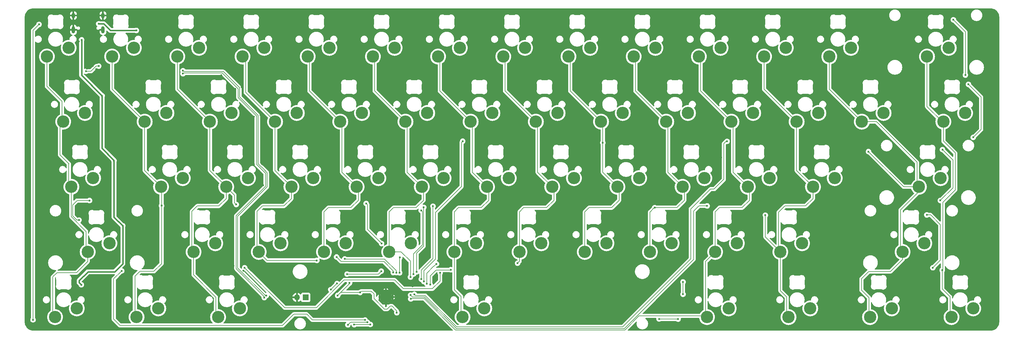
<source format=gbr>
%TF.GenerationSoftware,KiCad,Pcbnew,8.0.3*%
%TF.CreationDate,2024-12-09T14:43:44+08:00*%
%TF.ProjectId,PH60_Rev3,50483630-5f52-4657-9633-2e6b69636164,rev?*%
%TF.SameCoordinates,Original*%
%TF.FileFunction,Copper,L1,Top*%
%TF.FilePolarity,Positive*%
%FSLAX46Y46*%
G04 Gerber Fmt 4.6, Leading zero omitted, Abs format (unit mm)*
G04 Created by KiCad (PCBNEW 8.0.3) date 2024-12-09 14:43:44*
%MOMM*%
%LPD*%
G01*
G04 APERTURE LIST*
G04 Aperture macros list*
%AMRotRect*
0 Rectangle, with rotation*
0 The origin of the aperture is its center*
0 $1 length*
0 $2 width*
0 $3 Rotation angle, in degrees counterclockwise*
0 Add horizontal line*
21,1,$1,$2,0,0,$3*%
G04 Aperture macros list end*
%TA.AperFunction,ComponentPad*%
%ADD10C,3.600000*%
%TD*%
%TA.AperFunction,HeatsinkPad*%
%ADD11C,0.500000*%
%TD*%
%TA.AperFunction,HeatsinkPad*%
%ADD12RotRect,3.200000X3.200000X225.000000*%
%TD*%
%TA.AperFunction,ComponentPad*%
%ADD13R,1.700000X1.700000*%
%TD*%
%TA.AperFunction,ComponentPad*%
%ADD14O,1.700000X1.700000*%
%TD*%
%TA.AperFunction,ComponentPad*%
%ADD15O,1.000000X1.600000*%
%TD*%
%TA.AperFunction,ComponentPad*%
%ADD16O,1.000000X2.100000*%
%TD*%
%TA.AperFunction,ViaPad*%
%ADD17C,0.600000*%
%TD*%
%TA.AperFunction,Conductor*%
%ADD18C,0.400000*%
%TD*%
%TA.AperFunction,Conductor*%
%ADD19C,0.200000*%
%TD*%
G04 APERTURE END LIST*
D10*
%TO.P,S30,1,1*%
%TO.N,Net-(D30-A)*%
X75247500Y-78740000D03*
%TO.P,S30,2,2*%
%TO.N,col_1*%
X68897500Y-81280000D03*
%TD*%
%TO.P,S27,1,1*%
%TO.N,Net-(D27-A)*%
X280035000Y-59690000D03*
%TO.P,S27,2,2*%
%TO.N,col_12*%
X273685000Y-62230000D03*
%TD*%
%TO.P,S32,1,1*%
%TO.N,Net-(D32-A)*%
X113347500Y-78740000D03*
%TO.P,S32,2,2*%
%TO.N,col_3*%
X106997500Y-81280000D03*
%TD*%
%TO.P,S38,1,1*%
%TO.N,Net-(D38-A)*%
X227647500Y-78740000D03*
%TO.P,S38,2,2*%
%TO.N,col_9*%
X221297500Y-81280000D03*
%TD*%
%TO.P,S35,1,1*%
%TO.N,Net-(D35-A)*%
X170497500Y-78740000D03*
%TO.P,S35,2,2*%
%TO.N,col_6*%
X164147500Y-81280000D03*
%TD*%
%TO.P,S4,1,1*%
%TO.N,Net-(D4-A)*%
X99060000Y-40640000D03*
%TO.P,S4,2,2*%
%TO.N,col_3*%
X92710000Y-43180000D03*
%TD*%
%TO.P,S2,1,1*%
%TO.N,Net-(D2-A)*%
X60960000Y-40640000D03*
%TO.P,S2,2,2*%
%TO.N,col_1*%
X54610000Y-43180000D03*
%TD*%
%TO.P,S22,1,1*%
%TO.N,Net-(D22-A)*%
X184785000Y-59690000D03*
%TO.P,S22,2,2*%
%TO.N,col_7*%
X178435000Y-62230000D03*
%TD*%
%TO.P,S28,1,1*%
%TO.N,Net-(D28-A)*%
X303847500Y-59690000D03*
%TO.P,S28,2,2*%
%TO.N,col_13*%
X297497500Y-62230000D03*
%TD*%
%TO.P,S46,1,1*%
%TO.N,Net-(D46-A)*%
X141922500Y-97790000D03*
%TO.P,S46,2,2*%
%TO.N,col_5*%
X135572500Y-100330000D03*
%TD*%
%TO.P,S1,1,1*%
%TO.N,Net-(D1-A)*%
X41910000Y-40640000D03*
%TO.P,S1,2,2*%
%TO.N,col_0*%
X35560000Y-43180000D03*
%TD*%
%TO.P,S54,1,1*%
%TO.N,Net-(D54-A)*%
X44291250Y-116840000D03*
%TO.P,S54,2,2*%
%TO.N,col_0*%
X37941250Y-119380000D03*
%TD*%
%TO.P,S10,1,1*%
%TO.N,Net-(D10-A)*%
X213360000Y-40640000D03*
%TO.P,S10,2,2*%
%TO.N,col_9*%
X207010000Y-43180000D03*
%TD*%
%TO.P,S34,1,1*%
%TO.N,Net-(D34-A)*%
X151447500Y-78740000D03*
%TO.P,S34,2,2*%
%TO.N,col_5*%
X145097500Y-81280000D03*
%TD*%
%TO.P,S15,1,1*%
%TO.N,Net-(D15-A)*%
X46672500Y-59690000D03*
%TO.P,S15,2,2*%
%TO.N,col_0*%
X40322500Y-62230000D03*
%TD*%
%TO.P,S56,1,1*%
%TO.N,Net-(D56-A)*%
X91916250Y-116840000D03*
%TO.P,S56,2,2*%
%TO.N,col_2*%
X85566250Y-119380000D03*
%TD*%
%TO.P,S20,1,1*%
%TO.N,Net-(D20-A)*%
X146685000Y-59690000D03*
%TO.P,S20,2,2*%
%TO.N,col_5*%
X140335000Y-62230000D03*
%TD*%
%TO.P,S17,1,1*%
%TO.N,Net-(D17-A)*%
X89535000Y-59690000D03*
%TO.P,S17,2,2*%
%TO.N,col_2*%
X83185000Y-62230000D03*
%TD*%
%TO.P,S31,1,1*%
%TO.N,Net-(D31-A)*%
X94297500Y-78740000D03*
%TO.P,S31,2,2*%
%TO.N,col_2*%
X87947500Y-81280000D03*
%TD*%
%TO.P,S48,1,1*%
%TO.N,Net-(D48-A)*%
X180022500Y-97790000D03*
%TO.P,S48,2,2*%
%TO.N,col_7*%
X173672500Y-100330000D03*
%TD*%
%TO.P,S51,1,1*%
%TO.N,Net-(D51-A)*%
X237172500Y-97790000D03*
%TO.P,S51,2,2*%
%TO.N,col_10*%
X230822500Y-100330000D03*
%TD*%
%TO.P,S23,1,1*%
%TO.N,Net-(D23-A)*%
X203835000Y-59690000D03*
%TO.P,S23,2,2*%
%TO.N,col_8*%
X197485000Y-62230000D03*
%TD*%
%TO.P,S50,1,1*%
%TO.N,Net-(D50-A)*%
X218122500Y-97790000D03*
%TO.P,S50,2,2*%
%TO.N,col_9*%
X211772500Y-100330000D03*
%TD*%
%TO.P,S18,1,1*%
%TO.N,Net-(D18-A)*%
X108585000Y-59690000D03*
%TO.P,S18,2,2*%
%TO.N,col_3*%
X102235000Y-62230000D03*
%TD*%
%TO.P,S33,1,1*%
%TO.N,Net-(D33-A)*%
X132397500Y-78740000D03*
%TO.P,S33,2,2*%
%TO.N,col_4*%
X126047500Y-81280000D03*
%TD*%
%TO.P,S16,1,1*%
%TO.N,Net-(D16-A)*%
X70485000Y-59690000D03*
%TO.P,S16,2,2*%
%TO.N,col_1*%
X64135000Y-62230000D03*
%TD*%
%TO.P,S60,1,1*%
%TO.N,Net-(D60-A)*%
X282416250Y-116840000D03*
%TO.P,S60,2,2*%
%TO.N,col_12*%
X276066250Y-119380000D03*
%TD*%
%TO.P,S43,1,1*%
%TO.N,Net-(D43-A)*%
X84772500Y-97790000D03*
%TO.P,S43,2,2*%
%TO.N,col_2*%
X78422500Y-100330000D03*
%TD*%
%TO.P,S58,1,1*%
%TO.N,Net-(D58-A)*%
X234791250Y-116840000D03*
%TO.P,S58,2,2*%
%TO.N,col_10*%
X228441250Y-119380000D03*
%TD*%
%TO.P,S24,1,1*%
%TO.N,Net-(D24-A)*%
X222885000Y-59690000D03*
%TO.P,S24,2,2*%
%TO.N,col_9*%
X216535000Y-62230000D03*
%TD*%
%TO.P,S29,1,1*%
%TO.N,Net-(D29-A)*%
X49053750Y-78740000D03*
%TO.P,S29,2,2*%
%TO.N,col_0*%
X42703750Y-81280000D03*
%TD*%
%TO.P,S37,1,1*%
%TO.N,Net-(D37-A)*%
X208597500Y-78740000D03*
%TO.P,S37,2,2*%
%TO.N,col_8*%
X202247500Y-81280000D03*
%TD*%
%TO.P,S3,1,1*%
%TO.N,Net-(D3-A)*%
X80010000Y-40640000D03*
%TO.P,S3,2,2*%
%TO.N,col_2*%
X73660000Y-43180000D03*
%TD*%
%TO.P,S61,1,1*%
%TO.N,Net-(D61-A)*%
X306228750Y-116840000D03*
%TO.P,S61,2,2*%
%TO.N,col_13*%
X299878750Y-119380000D03*
%TD*%
%TO.P,S36,1,1*%
%TO.N,Net-(D36-A)*%
X189547500Y-78740000D03*
%TO.P,S36,2,2*%
%TO.N,col_7*%
X183197500Y-81280000D03*
%TD*%
%TO.P,S6,1,1*%
%TO.N,Net-(D6-A)*%
X137160000Y-40640000D03*
%TO.P,S6,2,2*%
%TO.N,col_5*%
X130810000Y-43180000D03*
%TD*%
%TO.P,S55,1,1*%
%TO.N,Net-(D55-A)*%
X68103750Y-116840000D03*
%TO.P,S55,2,2*%
%TO.N,col_1*%
X61753750Y-119380000D03*
%TD*%
%TO.P,S25,1,1*%
%TO.N,Net-(D25-A)*%
X241935000Y-59690000D03*
%TO.P,S25,2,2*%
%TO.N,col_10*%
X235585000Y-62230000D03*
%TD*%
%TO.P,S9,1,1*%
%TO.N,Net-(D9-A)*%
X194310000Y-40640000D03*
%TO.P,S9,2,2*%
%TO.N,col_8*%
X187960000Y-43180000D03*
%TD*%
%TO.P,S26,1,1*%
%TO.N,Net-(D26-A)*%
X260985000Y-59690000D03*
%TO.P,S26,2,2*%
%TO.N,col_11*%
X254635000Y-62230000D03*
%TD*%
%TO.P,S11,1,1*%
%TO.N,Net-(D11-A)*%
X232410000Y-40640000D03*
%TO.P,S11,2,2*%
%TO.N,col_10*%
X226060000Y-43180000D03*
%TD*%
%TO.P,S59,1,1*%
%TO.N,Net-(D59-A)*%
X258603750Y-116840000D03*
%TO.P,S59,2,2*%
%TO.N,col_11*%
X252253750Y-119380000D03*
%TD*%
%TO.P,S53,1,1*%
%TO.N,Net-(D53-A)*%
X291941250Y-97790000D03*
%TO.P,S53,2,2*%
%TO.N,col_12*%
X285591250Y-100330000D03*
%TD*%
%TO.P,S12,1,1*%
%TO.N,Net-(D12-A)*%
X251460000Y-40640000D03*
%TO.P,S12,2,2*%
%TO.N,col_11*%
X245110000Y-43180000D03*
%TD*%
%TO.P,S57,1,1*%
%TO.N,Net-(D57-A)*%
X163353750Y-116840000D03*
%TO.P,S57,2,2*%
%TO.N,col_6*%
X157003750Y-119380000D03*
%TD*%
%TO.P,S8,1,1*%
%TO.N,Net-(D8-A)*%
X175260000Y-40640000D03*
%TO.P,S8,2,2*%
%TO.N,col_7*%
X168910000Y-43180000D03*
%TD*%
%TO.P,S13,1,1*%
%TO.N,Net-(D13-A)*%
X270510000Y-40640000D03*
%TO.P,S13,2,2*%
%TO.N,col_12*%
X264160000Y-43180000D03*
%TD*%
%TO.P,S14,1,1*%
%TO.N,Net-(D14-A)*%
X299085000Y-40640000D03*
%TO.P,S14,2,2*%
%TO.N,col_13*%
X292735000Y-43180000D03*
%TD*%
%TO.P,S21,1,1*%
%TO.N,Net-(D21-A)*%
X165735000Y-59690000D03*
%TO.P,S21,2,2*%
%TO.N,col_6*%
X159385000Y-62230000D03*
%TD*%
%TO.P,S19,1,1*%
%TO.N,Net-(D19-A)*%
X127635000Y-59690000D03*
%TO.P,S19,2,2*%
%TO.N,col_4*%
X121285000Y-62230000D03*
%TD*%
%TO.P,S5,1,1*%
%TO.N,Net-(D5-A)*%
X118110000Y-40640000D03*
%TO.P,S5,2,2*%
%TO.N,col_4*%
X111760000Y-43180000D03*
%TD*%
%TO.P,S45,1,1*%
%TO.N,Net-(D45-A)*%
X122872500Y-97790000D03*
%TO.P,S45,2,2*%
%TO.N,col_4*%
X116522500Y-100330000D03*
%TD*%
%TO.P,S52,1,1*%
%TO.N,Net-(D52-A)*%
X256222500Y-97790000D03*
%TO.P,S52,2,2*%
%TO.N,col_11*%
X249872500Y-100330000D03*
%TD*%
%TO.P,S7,1,1*%
%TO.N,Net-(D7-A)*%
X156210000Y-40640000D03*
%TO.P,S7,2,2*%
%TO.N,col_6*%
X149860000Y-43180000D03*
%TD*%
%TO.P,S41,1,1*%
%TO.N,Net-(D41-A)*%
X296703750Y-78740000D03*
%TO.P,S41,2,2*%
%TO.N,col_12*%
X290353750Y-81280000D03*
%TD*%
%TO.P,S49,1,1*%
%TO.N,Net-(D49-A)*%
X199072500Y-97790000D03*
%TO.P,S49,2,2*%
%TO.N,col_8*%
X192722500Y-100330000D03*
%TD*%
%TO.P,S44,1,1*%
%TO.N,Net-(D44-A)*%
X103822500Y-97790000D03*
%TO.P,S44,2,2*%
%TO.N,col_3*%
X97472500Y-100330000D03*
%TD*%
%TO.P,S39,1,1*%
%TO.N,Net-(D39-A)*%
X246697500Y-78740000D03*
%TO.P,S39,2,2*%
%TO.N,col_10*%
X240347500Y-81280000D03*
%TD*%
%TO.P,S40,1,1*%
%TO.N,Net-(D40-A)*%
X265747500Y-78740000D03*
%TO.P,S40,2,2*%
%TO.N,col_11*%
X259397500Y-81280000D03*
%TD*%
%TO.P,S47,1,1*%
%TO.N,Net-(D47-A)*%
X160972500Y-97790000D03*
%TO.P,S47,2,2*%
%TO.N,col_6*%
X154622500Y-100330000D03*
%TD*%
%TO.P,S42,1,1*%
%TO.N,Net-(D42-A)*%
X53816250Y-97790000D03*
%TO.P,S42,2,2*%
%TO.N,col_0*%
X47466250Y-100330000D03*
%TD*%
D11*
%TO.P,U3,57,GND*%
%TO.N,GND*%
X136544188Y-113540406D03*
X134635000Y-111631218D03*
D12*
X134635000Y-113540406D03*
D11*
X134635000Y-115449594D03*
X132725812Y-113540406D03*
%TD*%
D13*
%TO.P,J2,1,Pin_1*%
%TO.N,/~{USB_BOOT}*%
X111160000Y-113625000D03*
D14*
%TO.P,J2,2,Pin_2*%
%TO.N,GND*%
X108620000Y-113625000D03*
%TD*%
D15*
%TO.P,J1,S1,SHIELD*%
%TO.N,GND*%
X43305000Y-31175000D03*
D16*
X43305000Y-35355000D03*
D15*
X51945000Y-31175000D03*
D16*
X51945000Y-35355000D03*
%TD*%
D17*
%TO.N,GND*%
X125685000Y-115895000D03*
X92625000Y-82515000D03*
X34915000Y-75365000D03*
X95135000Y-53565000D03*
X206445000Y-105495000D03*
X136035000Y-120545000D03*
X71665000Y-32270000D03*
X221859265Y-120470735D03*
X33565000Y-32270000D03*
X95675000Y-113585000D03*
X309165000Y-51955000D03*
X142085000Y-115945000D03*
X90595000Y-55445000D03*
X85735000Y-34635000D03*
X168495000Y-103655000D03*
X266275000Y-88095000D03*
X295895000Y-108445000D03*
X147865000Y-32270000D03*
X89165000Y-91525000D03*
X200127500Y-70405000D03*
X176220000Y-51325000D03*
X192765000Y-103925000D03*
X243115000Y-32270000D03*
X150165000Y-104625000D03*
X50665000Y-72155000D03*
X228672500Y-89455000D03*
X76105000Y-110725000D03*
X57205000Y-53535000D03*
X51105000Y-40535000D03*
X171555000Y-53635000D03*
X86575000Y-48695000D03*
X171865000Y-47575000D03*
X121725000Y-110475000D03*
X243075000Y-91635000D03*
X214335000Y-51325000D03*
X235785000Y-109445000D03*
X215395000Y-106485000D03*
X288225000Y-70395000D03*
X214345000Y-72515000D03*
X271415000Y-72695000D03*
X224065000Y-32270000D03*
X135775000Y-72235000D03*
X233590000Y-51320000D03*
X185585000Y-96695000D03*
X219095000Y-34685000D03*
X133005000Y-121005000D03*
X100605000Y-72705000D03*
X38105000Y-94935000D03*
X204985000Y-114815000D03*
X90285000Y-105785000D03*
X162027500Y-70405000D03*
X202745000Y-120445000D03*
X152472500Y-89455000D03*
X123985000Y-30065000D03*
X133345000Y-53695000D03*
X29985000Y-66695000D03*
X66777500Y-70405000D03*
X209622500Y-89455000D03*
X120165000Y-115955000D03*
X74155000Y-86455000D03*
X166635000Y-91745000D03*
X34065000Y-56195000D03*
X97515000Y-76625000D03*
X37905000Y-51285000D03*
X217145000Y-115845000D03*
X44895000Y-38745000D03*
X232545000Y-72685000D03*
X140305000Y-103705000D03*
X95335000Y-89455000D03*
X75975000Y-89485000D03*
X47235000Y-46735000D03*
X266725000Y-114565000D03*
X228595000Y-53515000D03*
X238255000Y-70405000D03*
X261655000Y-47695000D03*
X170895000Y-120815000D03*
X300025000Y-96085000D03*
X30065000Y-104815000D03*
X304885000Y-76465000D03*
X104877500Y-70405000D03*
X92335000Y-104325000D03*
X247725000Y-53555000D03*
X148985000Y-120675000D03*
X206585000Y-122705000D03*
X29915000Y-47705000D03*
X257155000Y-34635000D03*
X62335000Y-95745000D03*
X100665000Y-81585000D03*
X271705000Y-108515000D03*
X98005000Y-60255000D03*
X40583750Y-70405000D03*
X131715000Y-107705000D03*
X97375000Y-47515000D03*
X123835000Y-34635000D03*
X178375000Y-100655000D03*
X127775000Y-115825000D03*
X46635000Y-42645000D03*
X29885000Y-30965000D03*
X90085000Y-104325000D03*
X266705000Y-53565000D03*
X200015000Y-34685000D03*
X114135000Y-115475000D03*
X119070000Y-51325000D03*
X166915000Y-32270000D03*
X94285000Y-110785000D03*
X153205000Y-108495000D03*
X112695000Y-104815000D03*
X271690000Y-51320000D03*
X92325000Y-90055000D03*
X50275000Y-38315000D03*
X96045000Y-60785000D03*
X152655000Y-93545000D03*
X80985000Y-72585000D03*
X35415000Y-108425000D03*
X90635000Y-52675000D03*
X142405000Y-110415000D03*
X209595000Y-53515000D03*
X161995000Y-30105000D03*
X276115000Y-30275000D03*
X268285000Y-120745000D03*
X142977500Y-70405000D03*
X280265000Y-104305000D03*
X195270000Y-51325000D03*
X66445000Y-86595000D03*
X116755000Y-107225000D03*
X119015000Y-72765000D03*
X47935000Y-53295000D03*
X108625000Y-91815000D03*
X103855000Y-116615000D03*
X150535000Y-91805000D03*
X204735000Y-91615000D03*
X222695000Y-106385000D03*
X128815000Y-32270000D03*
X276205000Y-34635000D03*
X92495000Y-52095000D03*
X109765000Y-32270000D03*
X237935000Y-30275000D03*
X181015000Y-34685000D03*
X101915000Y-105555000D03*
X176145000Y-72585000D03*
X168905000Y-110055000D03*
X138120000Y-51325000D03*
X53655000Y-29995000D03*
X275275000Y-77345000D03*
X92975000Y-105775000D03*
X61925000Y-72755000D03*
X298235000Y-47675000D03*
X93595000Y-55435000D03*
X61035000Y-79125000D03*
X51525000Y-110735000D03*
X109515000Y-96395000D03*
X140005000Y-120505000D03*
X48675000Y-48535000D03*
X242885000Y-114825000D03*
X59275000Y-108465000D03*
X98755000Y-80835000D03*
X48975000Y-45975000D03*
X190525000Y-53615000D03*
X122495000Y-116645000D03*
X142275000Y-119335000D03*
X285715000Y-53585000D03*
X181077500Y-70405000D03*
X281355000Y-39265000D03*
X157170000Y-51325000D03*
X150105000Y-112195000D03*
X252395000Y-72575000D03*
X141155000Y-93975000D03*
X98425000Y-74585000D03*
X190572500Y-89455000D03*
X41565000Y-30085000D03*
X199845000Y-30105000D03*
X90185000Y-89085000D03*
X166655000Y-94695000D03*
X185635000Y-91685000D03*
X154865000Y-72185000D03*
X267695000Y-96775000D03*
X142915000Y-34755000D03*
X152395000Y-53595000D03*
X290465000Y-110675000D03*
X35005000Y-112135000D03*
X219177500Y-70405000D03*
X212375000Y-122695000D03*
X171522500Y-89455000D03*
X312655000Y-122245000D03*
X290415000Y-114775000D03*
X143855000Y-107285000D03*
X283175000Y-89475000D03*
X139585000Y-116535000D03*
X121525000Y-115985000D03*
X204995000Y-47545000D03*
X161905000Y-34825000D03*
X85827500Y-70405000D03*
X146935000Y-94695000D03*
X312805000Y-49445000D03*
X123927500Y-70405000D03*
X29875000Y-85595000D03*
X105085000Y-113755000D03*
X195185000Y-72515000D03*
X76165000Y-53605000D03*
X120085000Y-99485000D03*
X133422500Y-89455000D03*
X122685000Y-115935000D03*
X177545000Y-103835000D03*
X266535000Y-110625000D03*
X123555000Y-118315000D03*
X100020000Y-51325000D03*
X113905000Y-89405000D03*
X90715000Y-32270000D03*
X45025000Y-89445000D03*
X87495000Y-46915000D03*
X111295000Y-109275000D03*
X30005000Y-121505000D03*
X134445000Y-106305000D03*
X85605000Y-30275000D03*
X103675000Y-110085000D03*
X125485000Y-117185000D03*
X198285000Y-101115000D03*
X148815000Y-108845000D03*
X185965000Y-32270000D03*
X244345000Y-120625000D03*
X49995000Y-46845000D03*
X312165000Y-30675000D03*
X108605000Y-111425000D03*
X225875000Y-108505000D03*
X229885000Y-47805000D03*
X295503207Y-51319293D03*
X104835000Y-34725000D03*
X41845000Y-36385000D03*
X61920000Y-51325000D03*
X261995000Y-91755000D03*
X58485000Y-90935000D03*
X128155000Y-91735000D03*
X56875000Y-60765000D03*
X134125000Y-47845000D03*
X126715000Y-115905000D03*
X262165000Y-32270000D03*
X221855000Y-91305000D03*
X80970000Y-51325000D03*
X307055000Y-38295000D03*
X252640000Y-51320000D03*
X205015000Y-32270000D03*
X238085000Y-34685000D03*
X290739293Y-32270707D03*
X257485000Y-70415000D03*
X247722500Y-89455000D03*
X128615000Y-96435000D03*
X103145000Y-118435000D03*
X308515000Y-120295000D03*
X83385000Y-108485000D03*
X307585000Y-108705000D03*
X96055000Y-74615000D03*
X168855000Y-114705000D03*
X53585000Y-36745000D03*
X249035000Y-108475000D03*
X100655000Y-77025000D03*
X114295000Y-53655000D03*
X242695000Y-110725000D03*
X205075000Y-110305000D03*
X66635000Y-34605000D03*
%TO.N,VBUS*%
X51675000Y-54625000D03*
X45635000Y-109945000D03*
X57725000Y-92670000D03*
X55155000Y-73615000D03*
X61695000Y-35535000D03*
X50695000Y-33595000D03*
X45695000Y-38305000D03*
%TO.N,+1V1*%
X127065000Y-112175000D03*
X137798472Y-118095000D03*
X123995000Y-109385000D03*
X120505000Y-113065000D03*
%TO.N,row_0*%
X46955000Y-47485000D03*
X50705000Y-45965000D03*
%TO.N,row_2*%
X221435000Y-112695000D03*
X221435000Y-109095000D03*
%TO.N,row_3*%
X128515000Y-120225000D03*
X57415000Y-105855000D03*
%TO.N,row_4*%
X219985000Y-119965000D03*
X130065000Y-121545000D03*
X125355000Y-121595000D03*
X214434999Y-119935000D03*
%TO.N,/USB_D-*%
X99064479Y-113685521D03*
X75315000Y-48180000D03*
%TO.N,/USB_D+*%
X99665521Y-113084479D03*
X75315000Y-47330000D03*
%TO.N,/~{USB_BOOT}*%
X118505000Y-111335000D03*
X120335000Y-109565000D03*
%TO.N,/QSPI_SS*%
X123275000Y-106805000D03*
X133250000Y-105940000D03*
%TO.N,DIN*%
X123515000Y-121645000D03*
X31505000Y-120165000D03*
X129205000Y-120875000D03*
X33265000Y-33765000D03*
%TO.N,Net-(RGB14-DOUT)*%
X303945000Y-48595000D03*
X300425000Y-32435000D03*
%TO.N,Net-(RGB28-DOUT)*%
X304815000Y-51315000D03*
X306235000Y-66815000D03*
%TO.N,Net-(RGB41-DOUT)*%
X297245000Y-70405000D03*
X296620000Y-85270000D03*
X48025000Y-85295000D03*
X44945000Y-90995000D03*
%TO.N,Net-(RGB53-DOUT)*%
X93345000Y-104945000D03*
X294435000Y-104955000D03*
X150455000Y-106405000D03*
X292665000Y-89485000D03*
%TO.N,col_0*%
X144915000Y-88165000D03*
X142675000Y-106785000D03*
%TO.N,col_1*%
X145665000Y-87275000D03*
X69055000Y-86795000D03*
X143575000Y-106145000D03*
%TO.N,col_2*%
X90875000Y-86445000D03*
X128845000Y-86145000D03*
X138655000Y-101945000D03*
X133355000Y-97875000D03*
X138625000Y-106425000D03*
%TO.N,col_3*%
X122565000Y-102375000D03*
X137665000Y-106365000D03*
X114425000Y-102805000D03*
%TO.N,col_4*%
X136765000Y-106355000D03*
X120195000Y-101785000D03*
%TO.N,col_7*%
X149385000Y-103825000D03*
X173095000Y-103605000D03*
X146565000Y-109615000D03*
%TO.N,col_8*%
X197992500Y-68385000D03*
X157055000Y-67935000D03*
X145695000Y-108965000D03*
%TO.N,col_9*%
X213165000Y-87382500D03*
X148365000Y-86945000D03*
X144955000Y-108285000D03*
%TO.N,col_10*%
X141880000Y-114050000D03*
%TO.N,col_11*%
X245475000Y-89565000D03*
X228475000Y-86845000D03*
X141825000Y-112945000D03*
%TO.N,col_12*%
X142950000Y-112730000D03*
X275625000Y-70985000D03*
X234295000Y-67975000D03*
%TO.N,col_13*%
X297170000Y-105670000D03*
X147565000Y-109905000D03*
X153565000Y-105525000D03*
%TO.N,col_5*%
X141795000Y-107675000D03*
%TD*%
D18*
%TO.N,VBUS*%
X57725000Y-92670000D02*
X55155000Y-90100000D01*
X57735000Y-103775000D02*
X57735000Y-92680000D01*
X55385000Y-106125000D02*
X57735000Y-103775000D01*
X51675000Y-70025000D02*
X51675000Y-54625000D01*
X52135000Y-33595000D02*
X54075000Y-35535000D01*
X57735000Y-92680000D02*
X57725000Y-92670000D01*
X44980000Y-109290000D02*
X44980000Y-108700000D01*
X55155000Y-90100000D02*
X55155000Y-73615000D01*
X45695000Y-38305000D02*
X45695000Y-48645000D01*
X47555000Y-106125000D02*
X55385000Y-106125000D01*
X54075000Y-35535000D02*
X61695000Y-35535000D01*
X50695000Y-33595000D02*
X52135000Y-33595000D01*
X55155000Y-73615000D02*
X55155000Y-73505000D01*
X45635000Y-109945000D02*
X44980000Y-109290000D01*
X44980000Y-108700000D02*
X47555000Y-106125000D01*
X45695000Y-48645000D02*
X51675000Y-54625000D01*
X55155000Y-73505000D02*
X51675000Y-70025000D01*
D19*
%TO.N,+1V1*%
X121395000Y-112175000D02*
X127065000Y-112175000D01*
X127425000Y-111815000D02*
X127065000Y-112175000D01*
X136395000Y-116155000D02*
X135865000Y-116155000D01*
X123995000Y-109385000D02*
X123995000Y-109595000D01*
X123995000Y-109595000D02*
X121415000Y-112175000D01*
X135865000Y-116155000D02*
X134965000Y-117055000D01*
X121415000Y-112175000D02*
X121395000Y-112175000D01*
X131145000Y-112615000D02*
X130345000Y-111815000D01*
X131145000Y-113975000D02*
X131145000Y-112615000D01*
X134225000Y-117055000D02*
X131145000Y-113975000D01*
X137798472Y-117558472D02*
X136395000Y-116155000D01*
X130345000Y-111815000D02*
X127425000Y-111815000D01*
X134965000Y-117055000D02*
X134225000Y-117055000D01*
X120505000Y-113065000D02*
X121395000Y-112175000D01*
X137798472Y-118095000D02*
X137798472Y-117558472D01*
%TO.N,row_0*%
X46955000Y-47485000D02*
X48435000Y-47485000D01*
X48435000Y-47485000D02*
X49955000Y-45965000D01*
X49955000Y-45965000D02*
X50705000Y-45965000D01*
%TO.N,row_2*%
X221435000Y-109095000D02*
X221435000Y-112695000D01*
%TO.N,row_3*%
X55075000Y-108195000D02*
X55075000Y-119975000D01*
X107665000Y-118545000D02*
X111475000Y-118545000D01*
X113155000Y-120225000D02*
X128515000Y-120225000D01*
X104385000Y-121825000D02*
X107665000Y-118545000D01*
X57415000Y-105855000D02*
X55075000Y-108195000D01*
X111475000Y-118545000D02*
X113155000Y-120225000D01*
X55075000Y-119975000D02*
X56925000Y-121825000D01*
X56925000Y-121825000D02*
X104385000Y-121825000D01*
%TO.N,row_4*%
X130065000Y-121545000D02*
X125405000Y-121545000D01*
X125405000Y-121545000D02*
X125355000Y-121595000D01*
X219985000Y-119965000D02*
X214464999Y-119965000D01*
X214464999Y-119965000D02*
X214434999Y-119935000D01*
%TO.N,/USB_D-*%
X96830000Y-74718200D02*
X99235900Y-77124100D01*
X99450000Y-77338200D02*
X97965900Y-75854100D01*
X96830000Y-60570000D02*
X96830000Y-74718200D01*
X91475000Y-55215000D02*
X96830000Y-60570000D01*
X91475000Y-52625000D02*
X91475000Y-55215000D01*
X99450000Y-81101800D02*
X99450000Y-77338200D01*
X90870000Y-105208199D02*
X90870000Y-89681800D01*
X99064479Y-113685521D02*
X99064479Y-113402678D01*
X90870000Y-89681800D02*
X99450000Y-81101800D01*
X86830001Y-47980001D02*
X91475000Y-52625000D01*
X75315000Y-48180000D02*
X75514999Y-47980001D01*
X99064479Y-113402678D02*
X90870000Y-105208199D01*
X75514999Y-47980001D02*
X86830001Y-47980001D01*
%TO.N,/USB_D+*%
X99665521Y-113084479D02*
X99382678Y-113084479D01*
X97280000Y-60435900D02*
X97280000Y-74531800D01*
X91885000Y-52325000D02*
X91885000Y-55040900D01*
X97280000Y-74531800D02*
X99554100Y-76805900D01*
X99900000Y-81288200D02*
X99900000Y-77151800D01*
X99382678Y-113084479D02*
X91320000Y-105021801D01*
X87089999Y-47529999D02*
X91885000Y-52325000D01*
X75315000Y-47330000D02*
X75514999Y-47529999D01*
X91320000Y-105021801D02*
X91320000Y-89868200D01*
X99900000Y-77151800D02*
X98284100Y-75535900D01*
X91320000Y-89868200D02*
X99900000Y-81288200D01*
X75514999Y-47529999D02*
X87089999Y-47529999D01*
X91885000Y-55040900D02*
X97280000Y-60435900D01*
%TO.N,/~{USB_BOOT}*%
X118565000Y-111335000D02*
X120335000Y-109565000D01*
X118505000Y-111335000D02*
X118565000Y-111335000D01*
%TO.N,/QSPI_SS*%
X132385000Y-106805000D02*
X123275000Y-106805000D01*
X133250000Y-105940000D02*
X132385000Y-106805000D01*
%TO.N,DIN*%
X31505000Y-120165000D02*
X31505000Y-35525000D01*
X124285000Y-120875000D02*
X129205000Y-120875000D01*
X123515000Y-121645000D02*
X124285000Y-120875000D01*
X31505000Y-35525000D02*
X33265000Y-33765000D01*
%TO.N,Net-(RGB14-DOUT)*%
X303945000Y-48595000D02*
X303945000Y-35955000D01*
X303945000Y-35955000D02*
X300425000Y-32435000D01*
%TO.N,Net-(RGB28-DOUT)*%
X308535000Y-55035000D02*
X308535000Y-64505000D01*
X306235000Y-66805000D02*
X306235000Y-66815000D01*
X304815000Y-51315000D02*
X308535000Y-55035000D01*
X308535000Y-64505000D02*
X306235000Y-66805000D01*
%TO.N,Net-(RGB41-DOUT)*%
X43103750Y-89823750D02*
X44275000Y-90995000D01*
X44353750Y-85295000D02*
X43103750Y-86545000D01*
X43103750Y-86545000D02*
X43103750Y-89823750D01*
X296620000Y-85270000D02*
X300335000Y-81555000D01*
X48025000Y-85295000D02*
X44353750Y-85295000D01*
X300335000Y-73495000D02*
X297245000Y-70405000D01*
X44275000Y-90995000D02*
X44945000Y-90995000D01*
X300335000Y-81555000D02*
X300335000Y-73495000D01*
%TO.N,Net-(RGB53-DOUT)*%
X292665000Y-89485000D02*
X293765000Y-89485000D01*
X150455000Y-108835000D02*
X150455000Y-106405000D01*
X296605000Y-92325000D02*
X296605000Y-102785000D01*
X114275000Y-116645000D02*
X122385000Y-108535000D01*
X105045000Y-116645000D02*
X114275000Y-116645000D01*
X122385000Y-108535000D02*
X137155000Y-108535000D01*
X93345000Y-104945000D02*
X105045000Y-116645000D01*
X296605000Y-102785000D02*
X294435000Y-104955000D01*
X148195000Y-111095000D02*
X150455000Y-108835000D01*
X139715000Y-111095000D02*
X148195000Y-111095000D01*
X293765000Y-89485000D02*
X296605000Y-92325000D01*
X137155000Y-108535000D02*
X139715000Y-111095000D01*
%TO.N,col_0*%
X39395000Y-71975000D02*
X41965000Y-74545000D01*
X37856250Y-119465000D02*
X37941250Y-119380000D01*
X42703750Y-81280000D02*
X42703750Y-79683750D01*
X47025000Y-94335000D02*
X47025000Y-99888750D01*
X47466250Y-103133750D02*
X47466250Y-100330000D01*
X47466250Y-100330000D02*
X47466250Y-98606250D01*
X39955000Y-61862500D02*
X40322500Y-62230000D01*
X40322500Y-62230000D02*
X39395000Y-63157500D01*
X145265000Y-98275000D02*
X142675000Y-100865000D01*
X42703750Y-90013750D02*
X47025000Y-94335000D01*
X35560000Y-51910000D02*
X39955000Y-56305000D01*
X37941250Y-119380000D02*
X37295000Y-118733750D01*
X42598750Y-81385000D02*
X42703750Y-81280000D01*
X39955000Y-56305000D02*
X39955000Y-61862500D01*
X37295000Y-118733750D02*
X37295000Y-107605000D01*
X35560000Y-43180000D02*
X35560000Y-51910000D01*
X41955000Y-80531250D02*
X42703750Y-81280000D01*
X145265000Y-88515000D02*
X145265000Y-98275000D01*
X142675000Y-100865000D02*
X142675000Y-106785000D01*
X144915000Y-88165000D02*
X145265000Y-88515000D01*
X40237500Y-62315000D02*
X40322500Y-62230000D01*
X38535000Y-106365000D02*
X44235000Y-106365000D01*
X42703750Y-81280000D02*
X42703750Y-90013750D01*
X47025000Y-99888750D02*
X47466250Y-100330000D01*
X37295000Y-107605000D02*
X38535000Y-106365000D01*
X44235000Y-106365000D02*
X47466250Y-103133750D01*
X39395000Y-63157500D02*
X39395000Y-71975000D01*
X41955000Y-74555000D02*
X41955000Y-80531250D01*
X41965000Y-74545000D02*
X41955000Y-74555000D01*
%TO.N,col_1*%
X143575000Y-100665000D02*
X143575000Y-106145000D01*
X61265000Y-118891250D02*
X61753750Y-119380000D01*
X54610000Y-43180000D02*
X54610000Y-52705000D01*
X54610000Y-52705000D02*
X64135000Y-62230000D01*
X69055000Y-86795000D02*
X69055000Y-103755000D01*
X145665000Y-98575000D02*
X143575000Y-100665000D01*
X69055000Y-103755000D02*
X66825000Y-105985000D01*
X64135000Y-76517500D02*
X68897500Y-81280000D01*
X61265000Y-107445000D02*
X61265000Y-118891250D01*
X68897500Y-81280000D02*
X69055000Y-81437500D01*
X145665000Y-87275000D02*
X145665000Y-98575000D01*
X64135000Y-62230000D02*
X64135000Y-76517500D01*
X62725000Y-105985000D02*
X61265000Y-107445000D01*
X66825000Y-105985000D02*
X62725000Y-105985000D01*
X69055000Y-81437500D02*
X69055000Y-86795000D01*
%TO.N,col_2*%
X73660000Y-52705000D02*
X83185000Y-62230000D01*
X138625000Y-101975000D02*
X138655000Y-101945000D01*
X90375000Y-85945000D02*
X90375000Y-83707500D01*
X78405000Y-107015000D02*
X78405000Y-100347500D01*
X87947500Y-81280000D02*
X87947500Y-84702500D01*
X84955000Y-113565000D02*
X78405000Y-107015000D01*
X128845000Y-86145000D02*
X129215000Y-86515000D01*
X78405000Y-100347500D02*
X78422500Y-100330000D01*
X129215000Y-93735000D02*
X133355000Y-97875000D01*
X138625000Y-106425000D02*
X138625000Y-101975000D01*
X83185000Y-76517500D02*
X87947500Y-81280000D01*
X83185000Y-62230000D02*
X83185000Y-76517500D01*
X77915000Y-99822500D02*
X78422500Y-100330000D01*
X90375000Y-83707500D02*
X87947500Y-81280000D01*
X84955000Y-118768750D02*
X84955000Y-113565000D01*
X79525000Y-86875000D02*
X77915000Y-88485000D01*
X73660000Y-43180000D02*
X73660000Y-52705000D01*
X87947500Y-84702500D02*
X85775000Y-86875000D01*
X129215000Y-86515000D02*
X129215000Y-93735000D01*
X77915000Y-88485000D02*
X77915000Y-99822500D01*
X85566250Y-119380000D02*
X84955000Y-118768750D01*
X85775000Y-86875000D02*
X79525000Y-86875000D01*
X90875000Y-86445000D02*
X90375000Y-85945000D01*
%TO.N,col_3*%
X114425000Y-102805000D02*
X99947500Y-102805000D01*
X93645000Y-44115000D02*
X93645000Y-53640000D01*
X102235000Y-76517500D02*
X106997500Y-81280000D01*
X99947500Y-102805000D02*
X97472500Y-100330000D01*
X93645000Y-53640000D02*
X102235000Y-62230000D01*
X96965000Y-99822500D02*
X97472500Y-100330000D01*
X122565000Y-102375000D02*
X122585000Y-102395000D01*
X102235000Y-62230000D02*
X102235000Y-76517500D01*
X92710000Y-43180000D02*
X93645000Y-44115000D01*
X137665000Y-105845000D02*
X137665000Y-106365000D01*
X98555000Y-86875000D02*
X96965000Y-88465000D01*
X96965000Y-88465000D02*
X96965000Y-99822500D01*
X134215000Y-102395000D02*
X137665000Y-105845000D01*
X106997500Y-81280000D02*
X106997500Y-84702500D01*
X122585000Y-102395000D02*
X134215000Y-102395000D01*
X104825000Y-86875000D02*
X98555000Y-86875000D01*
X106997500Y-84702500D02*
X104825000Y-86875000D01*
%TO.N,col_4*%
X112267500Y-53212500D02*
X121792500Y-62737500D01*
X121792500Y-62737500D02*
X121792500Y-77025000D01*
X121525000Y-103115000D02*
X120195000Y-101785000D01*
X136765000Y-106355000D02*
X136765000Y-105875000D01*
X136765000Y-105875000D02*
X134005000Y-103115000D01*
X116522500Y-88657500D02*
X116522500Y-100330000D01*
X112267500Y-43687500D02*
X112267500Y-53212500D01*
X121792500Y-77025000D02*
X126555000Y-81787500D01*
X134005000Y-103115000D02*
X121525000Y-103115000D01*
X126555000Y-85210000D02*
X124382500Y-87382500D01*
X117797500Y-87382500D02*
X116522500Y-88657500D01*
X116522500Y-100330000D02*
X117030000Y-100837500D01*
X126555000Y-81787500D02*
X126555000Y-85210000D01*
X124382500Y-87382500D02*
X117797500Y-87382500D01*
%TO.N,col_7*%
X183705000Y-85210000D02*
X181532500Y-87382500D01*
X149385000Y-103825000D02*
X148635000Y-104575000D01*
X174867500Y-87382500D02*
X173672500Y-88577500D01*
X178942500Y-77025000D02*
X183705000Y-81787500D01*
X181532500Y-87382500D02*
X174867500Y-87382500D01*
X173095000Y-103605000D02*
X173672500Y-103027500D01*
X173672500Y-88577500D02*
X173672500Y-100330000D01*
X173672500Y-100330000D02*
X174180000Y-100837500D01*
X173672500Y-103027500D02*
X173672500Y-100330000D01*
X178942500Y-62737500D02*
X178942500Y-77025000D01*
X148635000Y-104575000D02*
X148545000Y-104575000D01*
X146565000Y-106555000D02*
X146565000Y-109615000D01*
X183705000Y-81787500D02*
X183705000Y-85210000D01*
X148545000Y-104575000D02*
X146565000Y-106555000D01*
X169417500Y-53212500D02*
X178942500Y-62737500D01*
X169417500Y-43687500D02*
X169417500Y-53212500D01*
%TO.N,col_8*%
X149145000Y-88775000D02*
X156715000Y-81205000D01*
X156715000Y-68275000D02*
X157055000Y-67935000D01*
X192722500Y-88647500D02*
X192722500Y-100330000D01*
X197992500Y-68385000D02*
X197992500Y-62737500D01*
X202755000Y-85210000D02*
X200582500Y-87382500D01*
X145695000Y-108965000D02*
X145695000Y-105845000D01*
X192722500Y-100330000D02*
X193230000Y-100837500D01*
X188467500Y-53212500D02*
X188467500Y-43687500D01*
X200582500Y-87382500D02*
X193987500Y-87382500D01*
X156715000Y-81205000D02*
X156715000Y-68275000D01*
X197992500Y-77025000D02*
X202755000Y-81787500D01*
X202755000Y-81787500D02*
X202755000Y-85210000D01*
X193987500Y-87382500D02*
X192722500Y-88647500D01*
X149145000Y-102395000D02*
X149145000Y-88775000D01*
X197992500Y-62737500D02*
X188467500Y-53212500D01*
X197992500Y-68385000D02*
X197992500Y-77025000D01*
X145695000Y-105845000D02*
X149145000Y-102395000D01*
%TO.N,col_9*%
X213060000Y-87382500D02*
X211772500Y-88670000D01*
X144955000Y-105655000D02*
X148365000Y-102245000D01*
X221805000Y-81787500D02*
X221805000Y-85210000D01*
X207517500Y-53212500D02*
X217042500Y-62737500D01*
X217042500Y-62737500D02*
X217042500Y-77025000D01*
X213165000Y-87382500D02*
X213060000Y-87382500D01*
X221805000Y-85210000D02*
X219632500Y-87382500D01*
X211772500Y-88670000D02*
X211772500Y-100330000D01*
X217042500Y-77025000D02*
X221805000Y-81787500D01*
X211772500Y-100330000D02*
X212280000Y-100837500D01*
X207517500Y-43687500D02*
X207517500Y-53212500D01*
X144955000Y-108285000D02*
X144955000Y-105655000D01*
X148365000Y-102245000D02*
X148365000Y-86945000D01*
X219632500Y-87382500D02*
X213165000Y-87382500D01*
%TO.N,col_10*%
X228025000Y-103127500D02*
X228025000Y-118963750D01*
X230822500Y-100330000D02*
X228025000Y-103127500D01*
X154985000Y-123125000D02*
X204455000Y-123125000D01*
X236092500Y-77025000D02*
X240855000Y-81787500D01*
X141975000Y-113955000D02*
X145815000Y-113955000D01*
X238682500Y-87382500D02*
X232047500Y-87382500D01*
X145815000Y-113955000D02*
X154985000Y-123125000D01*
X208535000Y-119045000D02*
X228106250Y-119045000D01*
X204455000Y-123125000D02*
X208535000Y-119045000D01*
X230822500Y-88607500D02*
X230822500Y-100330000D01*
X226567500Y-53212500D02*
X236092500Y-62737500D01*
X230822500Y-100330000D02*
X231330000Y-100837500D01*
X240855000Y-81787500D02*
X240855000Y-85210000D01*
X226567500Y-43687500D02*
X226567500Y-53212500D01*
X240855000Y-85210000D02*
X238682500Y-87382500D01*
X236092500Y-62737500D02*
X236092500Y-77025000D01*
X228106250Y-119045000D02*
X228441250Y-119380000D01*
X228025000Y-118963750D02*
X228441250Y-119380000D01*
X232047500Y-87382500D02*
X230822500Y-88607500D01*
X141880000Y-114050000D02*
X141975000Y-113955000D01*
%TO.N,col_11*%
X142355000Y-113475000D02*
X145915000Y-113475000D01*
X245475000Y-95932500D02*
X249872500Y-100330000D01*
X245475000Y-89565000D02*
X245475000Y-95932500D01*
X245110000Y-43180000D02*
X245110000Y-52705000D01*
X224515000Y-102485000D02*
X224515000Y-88365000D01*
X251205000Y-86875000D02*
X249365000Y-88715000D01*
X249365000Y-88715000D02*
X249365000Y-99822500D01*
X249872500Y-100330000D02*
X249872500Y-111652500D01*
X204275000Y-122725000D02*
X155165000Y-122725000D01*
X226035000Y-86845000D02*
X228475000Y-86845000D01*
X254635000Y-76517500D02*
X259397500Y-81280000D01*
X204275000Y-122725000D02*
X224515000Y-102485000D01*
X155165000Y-122725000D02*
X145915000Y-113475000D01*
X259397500Y-81280000D02*
X259397500Y-84702500D01*
X141825000Y-112945000D02*
X142355000Y-113475000D01*
X254635000Y-62230000D02*
X254635000Y-76517500D01*
X257225000Y-86875000D02*
X251205000Y-86875000D01*
X251735000Y-113515000D02*
X251735000Y-118861250D01*
X259397500Y-84702500D02*
X257225000Y-86875000D01*
X249365000Y-99822500D02*
X249872500Y-100330000D01*
X251735000Y-118861250D02*
X252253750Y-119380000D01*
X245110000Y-52705000D02*
X254635000Y-62230000D01*
X249872500Y-111652500D02*
X251735000Y-113515000D01*
X224515000Y-88365000D02*
X226035000Y-86845000D01*
%TO.N,col_12*%
X143275000Y-113055000D02*
X146095000Y-113055000D01*
X282065000Y-106035000D02*
X275715000Y-106035000D01*
X233365000Y-68625000D02*
X234015000Y-67975000D01*
X277940000Y-62230000D02*
X289805000Y-74095000D01*
X273535000Y-111465000D02*
X275745000Y-113675000D01*
X273535000Y-108215000D02*
X273535000Y-111465000D01*
X285920000Y-81280000D02*
X290353750Y-81280000D01*
X289805000Y-80731250D02*
X290353750Y-81280000D01*
X142950000Y-112730000D02*
X143275000Y-113055000D01*
X233365000Y-79075000D02*
X233365000Y-68625000D01*
X275745000Y-113675000D02*
X275745000Y-119058750D01*
X285035000Y-88005000D02*
X285035000Y-99773750D01*
X289805000Y-74095000D02*
X289805000Y-80731250D01*
X285591250Y-100330000D02*
X285591250Y-102508750D01*
X203785000Y-122235000D02*
X223665000Y-102355000D01*
X275715000Y-106035000D02*
X273535000Y-108215000D01*
X223665000Y-87755000D02*
X229465000Y-81955000D01*
X234015000Y-67975000D02*
X234295000Y-67975000D01*
X275485000Y-118798750D02*
X276066250Y-119380000D01*
X275745000Y-119058750D02*
X276066250Y-119380000D01*
X290353750Y-82686250D02*
X285035000Y-88005000D01*
X273685000Y-62230000D02*
X272985000Y-62930000D01*
X290353750Y-81280000D02*
X290353750Y-82686250D01*
X285035000Y-99773750D02*
X285591250Y-100330000D01*
X275625000Y-70985000D02*
X285920000Y-81280000D01*
X264160000Y-52705000D02*
X273685000Y-62230000D01*
X285591250Y-102508750D02*
X282065000Y-106035000D01*
X229465000Y-81955000D02*
X230485000Y-81955000D01*
X223665000Y-102355000D02*
X223665000Y-87755000D01*
X146095000Y-113055000D02*
X155275000Y-122235000D01*
X230485000Y-81955000D02*
X233365000Y-79075000D01*
X273685000Y-62230000D02*
X277940000Y-62230000D01*
X155275000Y-122235000D02*
X203785000Y-122235000D01*
X264160000Y-43180000D02*
X264160000Y-52705000D01*
%TO.N,col_13*%
X300975000Y-82185000D02*
X300975000Y-71385000D01*
X297325000Y-85835000D02*
X300975000Y-82185000D01*
X299465000Y-113455000D02*
X299465000Y-118966250D01*
X297160000Y-62230000D02*
X297497500Y-62230000D01*
X153495000Y-105595000D02*
X153565000Y-105525000D01*
X297155000Y-111145000D02*
X299465000Y-113455000D01*
X300975000Y-71385000D02*
X297497500Y-67907500D01*
X147565000Y-109905000D02*
X147565000Y-107295000D01*
X292735000Y-43180000D02*
X292735000Y-57805000D01*
X292735000Y-57805000D02*
X297160000Y-62230000D01*
X297170000Y-105670000D02*
X297325000Y-105515000D01*
X297325000Y-105515000D02*
X297325000Y-85835000D01*
X149265000Y-105595000D02*
X153495000Y-105595000D01*
X299465000Y-118966250D02*
X299878750Y-119380000D01*
X297497500Y-67907500D02*
X297497500Y-62230000D01*
X297170000Y-105670000D02*
X297155000Y-105685000D01*
X297155000Y-105685000D02*
X297155000Y-111145000D01*
X147565000Y-107295000D02*
X149265000Y-105595000D01*
%TO.N,col_5*%
X131317500Y-53212500D02*
X140842500Y-62737500D01*
X135572500Y-100330000D02*
X136080000Y-100837500D01*
X140842500Y-77025000D02*
X145605000Y-81787500D01*
X145605000Y-85210000D02*
X143432500Y-87382500D01*
X145605000Y-81787500D02*
X145605000Y-85210000D01*
X140842500Y-62737500D02*
X140842500Y-77025000D01*
X139025000Y-100275000D02*
X135627500Y-100275000D01*
X141795000Y-103045000D02*
X139025000Y-100275000D01*
X141795000Y-107675000D02*
X141795000Y-103045000D01*
X143432500Y-87382500D02*
X136827500Y-87382500D01*
X135572500Y-88637500D02*
X135572500Y-100330000D01*
X136827500Y-87382500D02*
X135572500Y-88637500D01*
X131317500Y-43687500D02*
X131317500Y-53212500D01*
X135627500Y-100275000D02*
X135572500Y-100330000D01*
%TO.N,col_6*%
X162482500Y-87382500D02*
X155827500Y-87382500D01*
X159892500Y-77025000D02*
X164655000Y-81787500D01*
X154622500Y-88587500D02*
X154622500Y-100330000D01*
X150367500Y-43687500D02*
X150367500Y-53212500D01*
X164655000Y-81787500D02*
X164655000Y-85210000D01*
X154622500Y-111352500D02*
X156595000Y-113325000D01*
X155827500Y-87382500D02*
X154622500Y-88587500D01*
X159892500Y-62737500D02*
X159892500Y-77025000D01*
X154622500Y-100330000D02*
X154622500Y-111352500D01*
X154622500Y-100330000D02*
X155130000Y-100837500D01*
X156595000Y-118971250D02*
X157003750Y-119380000D01*
X164655000Y-85210000D02*
X162482500Y-87382500D01*
X156595000Y-113325000D02*
X156595000Y-118971250D01*
X150367500Y-53212500D02*
X159892500Y-62737500D01*
%TD*%
%TA.AperFunction,Conductor*%
%TO.N,GND*%
G36*
X311328736Y-29075726D02*
G01*
X311618796Y-29093271D01*
X311633659Y-29095076D01*
X311915798Y-29146780D01*
X311930335Y-29150363D01*
X312204172Y-29235695D01*
X312218163Y-29241000D01*
X312479743Y-29358727D01*
X312492989Y-29365680D01*
X312738465Y-29514075D01*
X312750776Y-29522573D01*
X312850852Y-29600977D01*
X312976573Y-29699473D01*
X312987781Y-29709403D01*
X313190596Y-29912218D01*
X313200526Y-29923426D01*
X313320481Y-30076538D01*
X313377422Y-30149217D01*
X313385926Y-30161537D01*
X313510963Y-30368374D01*
X313534316Y-30407004D01*
X313541275Y-30420263D01*
X313658997Y-30681831D01*
X313664306Y-30695832D01*
X313749635Y-30969663D01*
X313753219Y-30984201D01*
X313804923Y-31266340D01*
X313806728Y-31281205D01*
X313824274Y-31571263D01*
X313824500Y-31578750D01*
X313824500Y-120821249D01*
X313824274Y-120828736D01*
X313806728Y-121118794D01*
X313804923Y-121133659D01*
X313753219Y-121415798D01*
X313749635Y-121430336D01*
X313664306Y-121704167D01*
X313658997Y-121718168D01*
X313541275Y-121979736D01*
X313534316Y-121992995D01*
X313385928Y-122238459D01*
X313377422Y-122250782D01*
X313200526Y-122476573D01*
X313190596Y-122487781D01*
X312987781Y-122690596D01*
X312976573Y-122700526D01*
X312750782Y-122877422D01*
X312738459Y-122885928D01*
X312492995Y-123034316D01*
X312479736Y-123041275D01*
X312218168Y-123158997D01*
X312204167Y-123164306D01*
X311930336Y-123249635D01*
X311915798Y-123253219D01*
X311633659Y-123304923D01*
X311618794Y-123306728D01*
X311328736Y-123324274D01*
X311321249Y-123324500D01*
X205404097Y-123324500D01*
X205337058Y-123304815D01*
X205291303Y-123252011D01*
X205281359Y-123182853D01*
X205310384Y-123119297D01*
X205316416Y-123112819D01*
X206484713Y-121944522D01*
X207712563Y-120716671D01*
X207773884Y-120683188D01*
X207843576Y-120688172D01*
X207899509Y-120730044D01*
X207923926Y-120795508D01*
X207920017Y-120836447D01*
X207888073Y-120955665D01*
X207859250Y-121174584D01*
X207859250Y-121395415D01*
X207874888Y-121514189D01*
X207888073Y-121614335D01*
X207909477Y-121694215D01*
X207945223Y-121827624D01*
X208029722Y-122031625D01*
X208029730Y-122031641D01*
X208140130Y-122222858D01*
X208140141Y-122222874D01*
X208274557Y-122398049D01*
X208274563Y-122398056D01*
X208430693Y-122554186D01*
X208430699Y-122554191D01*
X208605884Y-122688615D01*
X208605891Y-122688619D01*
X208797108Y-122799019D01*
X208797124Y-122799027D01*
X208924341Y-122851721D01*
X209001124Y-122883526D01*
X209214415Y-122940677D01*
X209433342Y-122969500D01*
X209433349Y-122969500D01*
X209654151Y-122969500D01*
X209654158Y-122969500D01*
X209873085Y-122940677D01*
X210086376Y-122883526D01*
X210239940Y-122819917D01*
X210290375Y-122799027D01*
X210290378Y-122799025D01*
X210290384Y-122799023D01*
X210481616Y-122688615D01*
X210656801Y-122554191D01*
X210812941Y-122398051D01*
X210947365Y-122222866D01*
X211057773Y-122031634D01*
X211142276Y-121827626D01*
X211199427Y-121614335D01*
X211228250Y-121395408D01*
X211228250Y-121174592D01*
X211199427Y-120955665D01*
X211142276Y-120742374D01*
X211107713Y-120658931D01*
X211057777Y-120538374D01*
X211057769Y-120538358D01*
X210947369Y-120347141D01*
X210947365Y-120347134D01*
X210868271Y-120244056D01*
X210812942Y-120171950D01*
X210812936Y-120171943D01*
X210656806Y-120015813D01*
X210656799Y-120015807D01*
X210481624Y-119881391D01*
X210481621Y-119881389D01*
X210481616Y-119881385D01*
X210473824Y-119876886D01*
X210425610Y-119826321D01*
X210412386Y-119757714D01*
X210438354Y-119692849D01*
X210495268Y-119652320D01*
X210535825Y-119645500D01*
X213523296Y-119645500D01*
X213590335Y-119665185D01*
X213636090Y-119717989D01*
X213646516Y-119783383D01*
X213629434Y-119934996D01*
X213629434Y-119935003D01*
X213649629Y-120114249D01*
X213649630Y-120114254D01*
X213709210Y-120284523D01*
X213748556Y-120347141D01*
X213805183Y-120437262D01*
X213932737Y-120564816D01*
X214085477Y-120660789D01*
X214185376Y-120695745D01*
X214255744Y-120720368D01*
X214255749Y-120720369D01*
X214434995Y-120740565D01*
X214434999Y-120740565D01*
X214435003Y-120740565D01*
X214614248Y-120720369D01*
X214614251Y-120720368D01*
X214614254Y-120720368D01*
X214784521Y-120660789D01*
X214905924Y-120584505D01*
X214971896Y-120565500D01*
X219402588Y-120565500D01*
X219469627Y-120585185D01*
X219479903Y-120592555D01*
X219482736Y-120594814D01*
X219482738Y-120594816D01*
X219635478Y-120690789D01*
X219782902Y-120742375D01*
X219805745Y-120750368D01*
X219805750Y-120750369D01*
X219984996Y-120770565D01*
X219985000Y-120770565D01*
X219985004Y-120770565D01*
X220164249Y-120750369D01*
X220164252Y-120750368D01*
X220164255Y-120750368D01*
X220334522Y-120690789D01*
X220487262Y-120594816D01*
X220614816Y-120467262D01*
X220710789Y-120314522D01*
X220770368Y-120144255D01*
X220773748Y-120114255D01*
X220790565Y-119965003D01*
X220790565Y-119964996D01*
X220770103Y-119783383D01*
X220782158Y-119714561D01*
X220829507Y-119663182D01*
X220893323Y-119645500D01*
X226046728Y-119645500D01*
X226113767Y-119665185D01*
X226159522Y-119717989D01*
X226168345Y-119745309D01*
X226214368Y-119976683D01*
X226214372Y-119976698D01*
X226311303Y-120262247D01*
X226311312Y-120262268D01*
X226444681Y-120532713D01*
X226444685Y-120532720D01*
X226612223Y-120783459D01*
X226811060Y-121010189D01*
X227037790Y-121209026D01*
X227288529Y-121376564D01*
X227288536Y-121376568D01*
X227558981Y-121509937D01*
X227558986Y-121509939D01*
X227558998Y-121509945D01*
X227844559Y-121606880D01*
X228036200Y-121645000D01*
X228140319Y-121665711D01*
X228140320Y-121665711D01*
X228140330Y-121665713D01*
X228441250Y-121685436D01*
X228742170Y-121665713D01*
X229037941Y-121606880D01*
X229323502Y-121509945D01*
X229593968Y-121376566D01*
X229844711Y-121209025D01*
X230071439Y-121010189D01*
X230270275Y-120783461D01*
X230437816Y-120532718D01*
X230571195Y-120262252D01*
X230668130Y-119976691D01*
X230726963Y-119680920D01*
X230746686Y-119380000D01*
X230726963Y-119079080D01*
X230724536Y-119066881D01*
X230705255Y-118969946D01*
X230668130Y-118783309D01*
X230571195Y-118497748D01*
X230557604Y-118470189D01*
X230437818Y-118227286D01*
X230437814Y-118227279D01*
X230270276Y-117976540D01*
X230071439Y-117749810D01*
X229844709Y-117550973D01*
X229593970Y-117383435D01*
X229593963Y-117383431D01*
X229323518Y-117250062D01*
X229323497Y-117250053D01*
X229037948Y-117153122D01*
X229037942Y-117153120D01*
X229037941Y-117153120D01*
X229037939Y-117153119D01*
X229037933Y-117153118D01*
X228742180Y-117094288D01*
X228742157Y-117094285D01*
X228741381Y-117094235D01*
X228741162Y-117094154D01*
X228738141Y-117093757D01*
X228738230Y-117093080D01*
X228675774Y-117070203D01*
X228633575Y-117014516D01*
X228625500Y-116970501D01*
X228625500Y-114797626D01*
X228645185Y-114730587D01*
X228697989Y-114684832D01*
X228767147Y-114674888D01*
X228830703Y-114703913D01*
X228868477Y-114762691D01*
X228869258Y-114765475D01*
X228894455Y-114859509D01*
X228931016Y-114995958D01*
X229039395Y-115257608D01*
X229039400Y-115257618D01*
X229181001Y-115502880D01*
X229205164Y-115534370D01*
X229346105Y-115718047D01*
X229353419Y-115727578D01*
X229553671Y-115927830D01*
X229553675Y-115927833D01*
X229553677Y-115927835D01*
X229680063Y-116024815D01*
X229778369Y-116100248D01*
X230023631Y-116241849D01*
X230023641Y-116241854D01*
X230130185Y-116285986D01*
X230285290Y-116350233D01*
X230558853Y-116423534D01*
X230757159Y-116449641D01*
X230839642Y-116460500D01*
X230839643Y-116460500D01*
X231122858Y-116460500D01*
X231189959Y-116451666D01*
X231403647Y-116423534D01*
X231677210Y-116350233D01*
X231935345Y-116243309D01*
X231938858Y-116241854D01*
X231938859Y-116241853D01*
X231938865Y-116241851D01*
X232184135Y-116100245D01*
X232408823Y-115927835D01*
X232430382Y-115906276D01*
X232491704Y-115872789D01*
X232561396Y-115877772D01*
X232617331Y-115919643D01*
X232641749Y-115985106D01*
X232635484Y-116033814D01*
X232564372Y-116243301D01*
X232564368Y-116243316D01*
X232505538Y-116539069D01*
X232505537Y-116539079D01*
X232505537Y-116539080D01*
X232485814Y-116840000D01*
X232502480Y-117094286D01*
X232505537Y-117140918D01*
X232505538Y-117140930D01*
X232564368Y-117436683D01*
X232564372Y-117436698D01*
X232661303Y-117722247D01*
X232661312Y-117722268D01*
X232794681Y-117992713D01*
X232794685Y-117992720D01*
X232962223Y-118243459D01*
X233161060Y-118470189D01*
X233387790Y-118669026D01*
X233638529Y-118836564D01*
X233638536Y-118836568D01*
X233908981Y-118969937D01*
X233908986Y-118969939D01*
X233908998Y-118969945D01*
X234194559Y-119066880D01*
X234394501Y-119106651D01*
X234490319Y-119125711D01*
X234490320Y-119125711D01*
X234490330Y-119125713D01*
X234791250Y-119145436D01*
X235092170Y-119125713D01*
X235387941Y-119066880D01*
X235673502Y-118969945D01*
X235943968Y-118836566D01*
X236194711Y-118669025D01*
X236421439Y-118470189D01*
X236620275Y-118243461D01*
X236787816Y-117992718D01*
X236921195Y-117722252D01*
X237018130Y-117436691D01*
X237076963Y-117140920D01*
X237096686Y-116840000D01*
X237076963Y-116539080D01*
X237018130Y-116243309D01*
X236921195Y-115957748D01*
X236881755Y-115877772D01*
X236787818Y-115687286D01*
X236787814Y-115687279D01*
X236620284Y-115436551D01*
X236620275Y-115436539D01*
X236582047Y-115392949D01*
X236567143Y-115375954D01*
X236537741Y-115312575D01*
X236547273Y-115243358D01*
X236591479Y-115191096D01*
X236721343Y-115104325D01*
X236865575Y-114960093D01*
X236978898Y-114790493D01*
X237056956Y-114602044D01*
X237082406Y-114474101D01*
X237096750Y-114401990D01*
X248678249Y-114401990D01*
X248718042Y-114602038D01*
X248718045Y-114602048D01*
X248796098Y-114790486D01*
X248796105Y-114790499D01*
X248909424Y-114960092D01*
X248909427Y-114960096D01*
X249053653Y-115104322D01*
X249053657Y-115104325D01*
X249223250Y-115217644D01*
X249223263Y-115217651D01*
X249319753Y-115257618D01*
X249411706Y-115295706D01*
X249411710Y-115295706D01*
X249411711Y-115295707D01*
X249611759Y-115335500D01*
X249611762Y-115335500D01*
X249815740Y-115335500D01*
X249950329Y-115308727D01*
X250015794Y-115295706D01*
X250204243Y-115217648D01*
X250373843Y-115104325D01*
X250518075Y-114960093D01*
X250631398Y-114790493D01*
X250709456Y-114602044D01*
X250734906Y-114474101D01*
X250749250Y-114401990D01*
X250749250Y-114198009D01*
X250709457Y-113997961D01*
X250709456Y-113997960D01*
X250709456Y-113997956D01*
X250678713Y-113923735D01*
X250631401Y-113809513D01*
X250631394Y-113809500D01*
X250518075Y-113639907D01*
X250518072Y-113639903D01*
X250373846Y-113495677D01*
X250373842Y-113495674D01*
X250204249Y-113382355D01*
X250204236Y-113382348D01*
X250015798Y-113304295D01*
X250015788Y-113304292D01*
X249815740Y-113264500D01*
X249815738Y-113264500D01*
X249611762Y-113264500D01*
X249611760Y-113264500D01*
X249411711Y-113304292D01*
X249411701Y-113304295D01*
X249223263Y-113382348D01*
X249223250Y-113382355D01*
X249053657Y-113495674D01*
X249053653Y-113495677D01*
X248909427Y-113639903D01*
X248909424Y-113639907D01*
X248796105Y-113809500D01*
X248796098Y-113809513D01*
X248718045Y-113997951D01*
X248718042Y-113997961D01*
X248678250Y-114198009D01*
X248678250Y-114198012D01*
X248678250Y-114401988D01*
X248678250Y-114401990D01*
X248678249Y-114401990D01*
X237096750Y-114401990D01*
X237096750Y-114198009D01*
X237056957Y-113997961D01*
X237056956Y-113997960D01*
X237056956Y-113997956D01*
X237026213Y-113923735D01*
X236978901Y-113809513D01*
X236978894Y-113809500D01*
X236865575Y-113639907D01*
X236865572Y-113639903D01*
X236721346Y-113495677D01*
X236721342Y-113495674D01*
X236551749Y-113382355D01*
X236551736Y-113382348D01*
X236363298Y-113304295D01*
X236363288Y-113304292D01*
X236163240Y-113264500D01*
X236163238Y-113264500D01*
X235959262Y-113264500D01*
X235959260Y-113264500D01*
X235759211Y-113304292D01*
X235759201Y-113304295D01*
X235570763Y-113382348D01*
X235570750Y-113382355D01*
X235401157Y-113495674D01*
X235401153Y-113495677D01*
X235256927Y-113639903D01*
X235256924Y-113639907D01*
X235143605Y-113809500D01*
X235143598Y-113809513D01*
X235065545Y-113997951D01*
X235065542Y-113997961D01*
X235025750Y-114198009D01*
X235025750Y-114401991D01*
X235026091Y-114405456D01*
X235025750Y-114407253D01*
X235025750Y-114408080D01*
X235025593Y-114408080D01*
X235013067Y-114474101D01*
X234964998Y-114524808D01*
X234897146Y-114541477D01*
X234894578Y-114541336D01*
X234791250Y-114534564D01*
X234490330Y-114554287D01*
X234490329Y-114554287D01*
X234490319Y-114554288D01*
X234194566Y-114613118D01*
X234194551Y-114613122D01*
X233909002Y-114710053D01*
X233908981Y-114710062D01*
X233638536Y-114843431D01*
X233638529Y-114843435D01*
X233387790Y-115010973D01*
X233218280Y-115159630D01*
X233154898Y-115189033D01*
X233085682Y-115179501D01*
X233032606Y-115134061D01*
X233012523Y-115067140D01*
X233021959Y-115018952D01*
X233031483Y-114995960D01*
X233104784Y-114722397D01*
X233141750Y-114441607D01*
X233141750Y-114158393D01*
X233104784Y-113877603D01*
X233031483Y-113604040D01*
X232968838Y-113452803D01*
X232923104Y-113342391D01*
X232923099Y-113342381D01*
X232781498Y-113097119D01*
X232778501Y-113093213D01*
X232609085Y-112872427D01*
X232609083Y-112872425D01*
X232609080Y-112872421D01*
X232408828Y-112672169D01*
X232402765Y-112667517D01*
X232266214Y-112562737D01*
X232184130Y-112499751D01*
X231938868Y-112358150D01*
X231938858Y-112358145D01*
X231677208Y-112249766D01*
X231524267Y-112208786D01*
X231403647Y-112176466D01*
X231403641Y-112176465D01*
X231403636Y-112176464D01*
X231122858Y-112139500D01*
X231122857Y-112139500D01*
X230839643Y-112139500D01*
X230839642Y-112139500D01*
X230558863Y-112176464D01*
X230558856Y-112176465D01*
X230558853Y-112176466D01*
X230520129Y-112186842D01*
X230285291Y-112249766D01*
X230023641Y-112358145D01*
X230023631Y-112358150D01*
X229778369Y-112499751D01*
X229553671Y-112672169D01*
X229353419Y-112872421D01*
X229181001Y-113097119D01*
X229039400Y-113342381D01*
X229039395Y-113342391D01*
X228931016Y-113604041D01*
X228901474Y-113714295D01*
X228871775Y-113825136D01*
X228869275Y-113834466D01*
X228832910Y-113894127D01*
X228770063Y-113924656D01*
X228700688Y-113916361D01*
X228646810Y-113871876D01*
X228625535Y-113805324D01*
X228625500Y-113802373D01*
X228625500Y-110986820D01*
X228645185Y-110919781D01*
X228697989Y-110874026D01*
X228767147Y-110864082D01*
X228830703Y-110893107D01*
X228848700Y-110912421D01*
X228936746Y-111029827D01*
X229070925Y-111153660D01*
X229070929Y-111153662D01*
X229070931Y-111153664D01*
X229182384Y-111224054D01*
X229225303Y-111251160D01*
X229394779Y-111319105D01*
X229573755Y-111355250D01*
X229756317Y-111358401D01*
X229936433Y-111328454D01*
X230108153Y-111266399D01*
X230122531Y-111258021D01*
X230123807Y-111257386D01*
X230130156Y-111253676D01*
X230130160Y-111253675D01*
X230157948Y-111237437D01*
X230220507Y-111220500D01*
X230252692Y-111220500D01*
X231702196Y-111220500D01*
X231702212Y-111220501D01*
X231709808Y-111220501D01*
X231741995Y-111220501D01*
X231804555Y-111237439D01*
X231832339Y-111253675D01*
X231838880Y-111257497D01*
X231839779Y-111257944D01*
X231854335Y-111266425D01*
X232026060Y-111328483D01*
X232206182Y-111358430D01*
X232388749Y-111355279D01*
X232567730Y-111319133D01*
X232737211Y-111251186D01*
X232891593Y-111153683D01*
X233025776Y-111029846D01*
X233135325Y-110883765D01*
X233216623Y-110720268D01*
X233266983Y-110544756D01*
X233284740Y-110363027D01*
X233284740Y-110363022D01*
X233284740Y-110363021D01*
X233274052Y-110237004D01*
X233269310Y-110181086D01*
X233253788Y-110124255D01*
X233221203Y-110004954D01*
X233221200Y-110004945D01*
X233217792Y-109997843D01*
X233213980Y-109989900D01*
X233213402Y-109988461D01*
X233194027Y-109948223D01*
X233181749Y-109894426D01*
X233181749Y-108545574D01*
X233194028Y-108491774D01*
X233199426Y-108480565D01*
X233210263Y-108458061D01*
X233210263Y-108458058D01*
X233213280Y-108451794D01*
X233214042Y-108449898D01*
X233221169Y-108435048D01*
X233265141Y-108274057D01*
X233269277Y-108258915D01*
X233269277Y-108258914D01*
X233269278Y-108258911D01*
X233281296Y-108117210D01*
X233284708Y-108076979D01*
X233282509Y-108054477D01*
X233266952Y-107895252D01*
X233216594Y-107719744D01*
X233175724Y-107637551D01*
X233135299Y-107556253D01*
X233025752Y-107410176D01*
X232891576Y-107286344D01*
X232891568Y-107286338D01*
X232737199Y-107188844D01*
X232737188Y-107188839D01*
X232601704Y-107134522D01*
X232567719Y-107120897D01*
X232567717Y-107120896D01*
X232567716Y-107120896D01*
X232388747Y-107084752D01*
X232284422Y-107082952D01*
X232206182Y-107081602D01*
X232206181Y-107081602D01*
X232206179Y-107081602D01*
X232026067Y-107111548D01*
X231854340Y-107173606D01*
X231839851Y-107182048D01*
X231838534Y-107182705D01*
X231804555Y-107202562D01*
X231741994Y-107219501D01*
X230220508Y-107219501D01*
X230157949Y-107202564D01*
X230130160Y-107186326D01*
X230130158Y-107186325D01*
X230123757Y-107182585D01*
X230122875Y-107182144D01*
X230108168Y-107173575D01*
X229936439Y-107111516D01*
X229756320Y-107081569D01*
X229756319Y-107081569D01*
X229725891Y-107082094D01*
X229573746Y-107084720D01*
X229394772Y-107120865D01*
X229394767Y-107120867D01*
X229225294Y-107188811D01*
X229225283Y-107188816D01*
X229070909Y-107286313D01*
X229070902Y-107286319D01*
X228936721Y-107410155D01*
X228848704Y-107527524D01*
X228792734Y-107569348D01*
X228723038Y-107574273D01*
X228661744Y-107540735D01*
X228628311Y-107479384D01*
X228625500Y-107453129D01*
X228625500Y-103427596D01*
X228645185Y-103360557D01*
X228661814Y-103339919D01*
X229610559Y-102391174D01*
X229671880Y-102357691D01*
X229741571Y-102362675D01*
X229753079Y-102367643D01*
X229848733Y-102414815D01*
X229940246Y-102459944D01*
X229940255Y-102459948D01*
X230225796Y-102556876D01*
X230225800Y-102556877D01*
X230225809Y-102556880D01*
X230401156Y-102591759D01*
X230521569Y-102615711D01*
X230521570Y-102615711D01*
X230521580Y-102615713D01*
X230822500Y-102635436D01*
X231123420Y-102615713D01*
X231419191Y-102556880D01*
X231704752Y-102459945D01*
X231975218Y-102326566D01*
X232225961Y-102159025D01*
X232452689Y-101960189D01*
X232651525Y-101733461D01*
X232819066Y-101482718D01*
X232952445Y-101212252D01*
X233049380Y-100926691D01*
X233108213Y-100630920D01*
X233127936Y-100330000D01*
X233108213Y-100029080D01*
X233105786Y-100016881D01*
X233049380Y-99733309D01*
X233049377Y-99733301D01*
X232952445Y-99447748D01*
X232938854Y-99420189D01*
X232819068Y-99177286D01*
X232819064Y-99177279D01*
X232651526Y-98926540D01*
X232452689Y-98699810D01*
X232225959Y-98500973D01*
X231975220Y-98333435D01*
X231975213Y-98333431D01*
X231704755Y-98200056D01*
X231507141Y-98132974D01*
X231449987Y-98092785D01*
X231423634Y-98028076D01*
X231423000Y-98015555D01*
X231423000Y-96636696D01*
X231442685Y-96569657D01*
X231495489Y-96523902D01*
X231564647Y-96513958D01*
X231628203Y-96542983D01*
X231645376Y-96561210D01*
X231734663Y-96677571D01*
X231734669Y-96677578D01*
X231934921Y-96877830D01*
X231934925Y-96877833D01*
X231934927Y-96877835D01*
X232009564Y-96935106D01*
X232159619Y-97050248D01*
X232404881Y-97191849D01*
X232404891Y-97191854D01*
X232533641Y-97245184D01*
X232666540Y-97300233D01*
X232940103Y-97373534D01*
X233138409Y-97399641D01*
X233220892Y-97410500D01*
X233220893Y-97410500D01*
X233504108Y-97410500D01*
X233567861Y-97402106D01*
X233784897Y-97373534D01*
X234058460Y-97300233D01*
X234316595Y-97193309D01*
X234320108Y-97191854D01*
X234320109Y-97191853D01*
X234320115Y-97191851D01*
X234565385Y-97050245D01*
X234790073Y-96877835D01*
X234811632Y-96856276D01*
X234872954Y-96822789D01*
X234942646Y-96827772D01*
X234998581Y-96869643D01*
X235022999Y-96935106D01*
X235016734Y-96983814D01*
X234945622Y-97193301D01*
X234945618Y-97193316D01*
X234886788Y-97489069D01*
X234886787Y-97489079D01*
X234886787Y-97489080D01*
X234867064Y-97790000D01*
X234884383Y-98054249D01*
X234886787Y-98090918D01*
X234886788Y-98090930D01*
X234945618Y-98386683D01*
X234945622Y-98386698D01*
X235042553Y-98672247D01*
X235042562Y-98672268D01*
X235175931Y-98942713D01*
X235175935Y-98942720D01*
X235343473Y-99193459D01*
X235542310Y-99420189D01*
X235769040Y-99619026D01*
X236019779Y-99786564D01*
X236019786Y-99786568D01*
X236290231Y-99919937D01*
X236290236Y-99919939D01*
X236290248Y-99919945D01*
X236575809Y-100016880D01*
X236775751Y-100056651D01*
X236871569Y-100075711D01*
X236871570Y-100075711D01*
X236871580Y-100075713D01*
X237172500Y-100095436D01*
X237473420Y-100075713D01*
X237769191Y-100016880D01*
X238054752Y-99919945D01*
X238325218Y-99786566D01*
X238575961Y-99619025D01*
X238802689Y-99420189D01*
X239001525Y-99193461D01*
X239169066Y-98942718D01*
X239302445Y-98672252D01*
X239399380Y-98386691D01*
X239458213Y-98090920D01*
X239477936Y-97790000D01*
X239458213Y-97489080D01*
X239399380Y-97193309D01*
X239302445Y-96907748D01*
X239263005Y-96827772D01*
X239169068Y-96637286D01*
X239169064Y-96637279D01*
X239001534Y-96386551D01*
X239001525Y-96386539D01*
X238967097Y-96347282D01*
X238948393Y-96325954D01*
X238918991Y-96262575D01*
X238928523Y-96193358D01*
X238972729Y-96141096D01*
X239102593Y-96054325D01*
X239246825Y-95910093D01*
X239360148Y-95740493D01*
X239438206Y-95552044D01*
X239470119Y-95391607D01*
X239478000Y-95351990D01*
X239478000Y-95148009D01*
X239438207Y-94947961D01*
X239438206Y-94947960D01*
X239438206Y-94947956D01*
X239413985Y-94889481D01*
X239360151Y-94759513D01*
X239360144Y-94759500D01*
X239246825Y-94589907D01*
X239246822Y-94589903D01*
X239102596Y-94445677D01*
X239102592Y-94445674D01*
X238932999Y-94332355D01*
X238932986Y-94332348D01*
X238744548Y-94254295D01*
X238744538Y-94254292D01*
X238544490Y-94214500D01*
X238544488Y-94214500D01*
X238340512Y-94214500D01*
X238340510Y-94214500D01*
X238140461Y-94254292D01*
X238140451Y-94254295D01*
X237952013Y-94332348D01*
X237952000Y-94332355D01*
X237782407Y-94445674D01*
X237782403Y-94445677D01*
X237638177Y-94589903D01*
X237638174Y-94589907D01*
X237524855Y-94759500D01*
X237524848Y-94759513D01*
X237446795Y-94947951D01*
X237446792Y-94947961D01*
X237407000Y-95148009D01*
X237407000Y-95351991D01*
X237407341Y-95355456D01*
X237407000Y-95357253D01*
X237407000Y-95358080D01*
X237406843Y-95358080D01*
X237394317Y-95424101D01*
X237346248Y-95474808D01*
X237278396Y-95491477D01*
X237275828Y-95491336D01*
X237172500Y-95484564D01*
X236871580Y-95504287D01*
X236871579Y-95504287D01*
X236871569Y-95504288D01*
X236575816Y-95563118D01*
X236575801Y-95563122D01*
X236290252Y-95660053D01*
X236290231Y-95660062D01*
X236019786Y-95793431D01*
X236019779Y-95793435D01*
X235769040Y-95960973D01*
X235599530Y-96109630D01*
X235536148Y-96139033D01*
X235466932Y-96129501D01*
X235413856Y-96084061D01*
X235393773Y-96017140D01*
X235403209Y-95968952D01*
X235412733Y-95945960D01*
X235486034Y-95672397D01*
X235523000Y-95391607D01*
X235523000Y-95108393D01*
X235486034Y-94827603D01*
X235412733Y-94554040D01*
X235364405Y-94437367D01*
X235304354Y-94292391D01*
X235304349Y-94292381D01*
X235162748Y-94047119D01*
X235079624Y-93938790D01*
X234990335Y-93822427D01*
X234990333Y-93822425D01*
X234990330Y-93822421D01*
X234790078Y-93622169D01*
X234565380Y-93449751D01*
X234320118Y-93308150D01*
X234320108Y-93308145D01*
X234058458Y-93199766D01*
X233921678Y-93163116D01*
X233784897Y-93126466D01*
X233784891Y-93126465D01*
X233784886Y-93126464D01*
X233504108Y-93089500D01*
X233504107Y-93089500D01*
X233220893Y-93089500D01*
X233220892Y-93089500D01*
X232940113Y-93126464D01*
X232940106Y-93126465D01*
X232940103Y-93126466D01*
X232882290Y-93141956D01*
X232666541Y-93199766D01*
X232404891Y-93308145D01*
X232404881Y-93308150D01*
X232159619Y-93449751D01*
X231934921Y-93622169D01*
X231734669Y-93822421D01*
X231645376Y-93938790D01*
X231588948Y-93979992D01*
X231519201Y-93984147D01*
X231458281Y-93949934D01*
X231425529Y-93888217D01*
X231423000Y-93863303D01*
X231423000Y-92310034D01*
X231442685Y-92242995D01*
X231495489Y-92197240D01*
X231564647Y-92187296D01*
X231603418Y-92199612D01*
X231606514Y-92201193D01*
X231606523Y-92201199D01*
X231710788Y-92242995D01*
X231776012Y-92269141D01*
X231776013Y-92269141D01*
X231776015Y-92269142D01*
X231955006Y-92305281D01*
X231955000Y-92305281D01*
X231971320Y-92305561D01*
X232137582Y-92308422D01*
X232317710Y-92278460D01*
X232415824Y-92242995D01*
X232489433Y-92216388D01*
X232489433Y-92216387D01*
X232489438Y-92216386D01*
X232503834Y-92207996D01*
X232504974Y-92207428D01*
X232511367Y-92203692D01*
X232511370Y-92203692D01*
X232539190Y-92187437D01*
X232601755Y-92170503D01*
X232633892Y-92170506D01*
X232633894Y-92170505D01*
X232642097Y-92170506D01*
X232642202Y-92170500D01*
X234082891Y-92170500D01*
X234083013Y-92170507D01*
X234091105Y-92170506D01*
X234091108Y-92170507D01*
X234123242Y-92170504D01*
X234185805Y-92187437D01*
X234219733Y-92207259D01*
X234221438Y-92208108D01*
X234235580Y-92216350D01*
X234407301Y-92278421D01*
X234587422Y-92308381D01*
X234764297Y-92305337D01*
X234769992Y-92305240D01*
X234948965Y-92269105D01*
X234948967Y-92269104D01*
X234948974Y-92269103D01*
X235118459Y-92201162D01*
X235272845Y-92103663D01*
X235407031Y-91979828D01*
X235516583Y-91833748D01*
X235597882Y-91670250D01*
X235648241Y-91494737D01*
X235665996Y-91313007D01*
X235650560Y-91131065D01*
X235614663Y-90999653D01*
X235602446Y-90954930D01*
X235602445Y-90954929D01*
X235602444Y-90954923D01*
X235595233Y-90939898D01*
X235594688Y-90938543D01*
X235591519Y-90931961D01*
X235591519Y-90931960D01*
X235575275Y-90898223D01*
X235562999Y-90844429D01*
X235562999Y-89495572D01*
X235575212Y-89441910D01*
X235575278Y-89441774D01*
X235575793Y-89440700D01*
X235591519Y-89408040D01*
X235591519Y-89408036D01*
X235594829Y-89401163D01*
X235595148Y-89400371D01*
X235602476Y-89385101D01*
X235602480Y-89385093D01*
X235650598Y-89208945D01*
X235666035Y-89026995D01*
X235648279Y-88845258D01*
X235597919Y-88669737D01*
X235516617Y-88506232D01*
X235418736Y-88375715D01*
X235407061Y-88360147D01*
X235318897Y-88278784D01*
X235272868Y-88236305D01*
X235234133Y-88211843D01*
X235187961Y-88159403D01*
X235177470Y-88090326D01*
X235205991Y-88026542D01*
X235264468Y-87988303D01*
X235300344Y-87983000D01*
X238595831Y-87983000D01*
X238595847Y-87983001D01*
X238603443Y-87983001D01*
X238761554Y-87983001D01*
X238761557Y-87983001D01*
X238914285Y-87942077D01*
X238977771Y-87905423D01*
X239051216Y-87863020D01*
X239163020Y-87751216D01*
X239163020Y-87751214D01*
X239173224Y-87741011D01*
X239173228Y-87741006D01*
X241213506Y-85700728D01*
X241213511Y-85700724D01*
X241223714Y-85690520D01*
X241223716Y-85690520D01*
X241335520Y-85578716D01*
X241410263Y-85449257D01*
X241410264Y-85449256D01*
X241412013Y-85446224D01*
X241414577Y-85441785D01*
X241455501Y-85289057D01*
X241455501Y-85130943D01*
X241455501Y-85123348D01*
X241455500Y-85123330D01*
X241455500Y-83372725D01*
X241475185Y-83305686D01*
X241510609Y-83269623D01*
X241518938Y-83264058D01*
X241750961Y-83109025D01*
X241977689Y-82910189D01*
X242176525Y-82683461D01*
X242344066Y-82432718D01*
X242477445Y-82162252D01*
X242574380Y-81876691D01*
X242633213Y-81580920D01*
X242652936Y-81280000D01*
X242633213Y-80979080D01*
X242630786Y-80966881D01*
X242611505Y-80869946D01*
X242574380Y-80683309D01*
X242477445Y-80397748D01*
X242463854Y-80370189D01*
X242344068Y-80127286D01*
X242344064Y-80127279D01*
X242176526Y-79876540D01*
X241977689Y-79649810D01*
X241750959Y-79450973D01*
X241500220Y-79283435D01*
X241500213Y-79283431D01*
X241229768Y-79150062D01*
X241229747Y-79150053D01*
X240944198Y-79053122D01*
X240944192Y-79053120D01*
X240944191Y-79053120D01*
X240944189Y-79053119D01*
X240944183Y-79053118D01*
X240648430Y-78994288D01*
X240648421Y-78994287D01*
X240648420Y-78994287D01*
X240347500Y-78974564D01*
X240046580Y-78994287D01*
X240046579Y-78994287D01*
X240046569Y-78994288D01*
X239750816Y-79053118D01*
X239750796Y-79053123D01*
X239465255Y-79150051D01*
X239465251Y-79150053D01*
X239278081Y-79242354D01*
X239209249Y-79254349D01*
X239144858Y-79227227D01*
X239135557Y-79218822D01*
X237275340Y-77358605D01*
X237241855Y-77297282D01*
X237246839Y-77227590D01*
X237288711Y-77171657D01*
X237354175Y-77147240D01*
X237410473Y-77156362D01*
X237505456Y-77195706D01*
X237505460Y-77195706D01*
X237505461Y-77195707D01*
X237705509Y-77235500D01*
X237705512Y-77235500D01*
X237909490Y-77235500D01*
X238044079Y-77208727D01*
X238109544Y-77195706D01*
X238297993Y-77117648D01*
X238467593Y-77004325D01*
X238611825Y-76860093D01*
X238725148Y-76690493D01*
X238803206Y-76502044D01*
X238817368Y-76430848D01*
X238843000Y-76301990D01*
X238843000Y-76098009D01*
X238835119Y-76058392D01*
X240727000Y-76058392D01*
X240727000Y-76341607D01*
X240763964Y-76622386D01*
X240763965Y-76622391D01*
X240763966Y-76622397D01*
X240782214Y-76690499D01*
X240837266Y-76895958D01*
X240945645Y-77157608D01*
X240945650Y-77157618D01*
X241087251Y-77402880D01*
X241087255Y-77402885D01*
X241228748Y-77587282D01*
X241259669Y-77627578D01*
X241459921Y-77827830D01*
X241459925Y-77827833D01*
X241459927Y-77827835D01*
X241534564Y-77885106D01*
X241684619Y-78000248D01*
X241929881Y-78141849D01*
X241929891Y-78141854D01*
X242074867Y-78201905D01*
X242191540Y-78250233D01*
X242465103Y-78323534D01*
X242663409Y-78349641D01*
X242745892Y-78360500D01*
X242745893Y-78360500D01*
X243029108Y-78360500D01*
X243092861Y-78352106D01*
X243309897Y-78323534D01*
X243583460Y-78250233D01*
X243841595Y-78143309D01*
X243845108Y-78141854D01*
X243845109Y-78141853D01*
X243845115Y-78141851D01*
X244090385Y-78000245D01*
X244315073Y-77827835D01*
X244336632Y-77806276D01*
X244397954Y-77772789D01*
X244467646Y-77777772D01*
X244523581Y-77819643D01*
X244547999Y-77885106D01*
X244541734Y-77933814D01*
X244470622Y-78143301D01*
X244470618Y-78143316D01*
X244411788Y-78439069D01*
X244411787Y-78439079D01*
X244411787Y-78439080D01*
X244392064Y-78740000D01*
X244408730Y-78994285D01*
X244411787Y-79040918D01*
X244411788Y-79040930D01*
X244470618Y-79336683D01*
X244470622Y-79336698D01*
X244567553Y-79622247D01*
X244567562Y-79622268D01*
X244700931Y-79892713D01*
X244700935Y-79892720D01*
X244868473Y-80143459D01*
X245067310Y-80370189D01*
X245294040Y-80569026D01*
X245544779Y-80736564D01*
X245544786Y-80736568D01*
X245815231Y-80869937D01*
X245815236Y-80869939D01*
X245815248Y-80869945D01*
X246100809Y-80966880D01*
X246230026Y-80992583D01*
X246396569Y-81025711D01*
X246396570Y-81025711D01*
X246396580Y-81025713D01*
X246697500Y-81045436D01*
X246998420Y-81025713D01*
X247294191Y-80966880D01*
X247579752Y-80869945D01*
X247850218Y-80736566D01*
X248100961Y-80569025D01*
X248327689Y-80370189D01*
X248526525Y-80143461D01*
X248694066Y-79892718D01*
X248827445Y-79622252D01*
X248924380Y-79336691D01*
X248983213Y-79040920D01*
X249002936Y-78740000D01*
X248983213Y-78439080D01*
X248924380Y-78143309D01*
X248827445Y-77857748D01*
X248788005Y-77777772D01*
X248694068Y-77587286D01*
X248694064Y-77587279D01*
X248526534Y-77336551D01*
X248526525Y-77336539D01*
X248473393Y-77275954D01*
X248443991Y-77212575D01*
X248453523Y-77143358D01*
X248497729Y-77091096D01*
X248627593Y-77004325D01*
X248771825Y-76860093D01*
X248885148Y-76690493D01*
X248963206Y-76502044D01*
X248977368Y-76430848D01*
X249003000Y-76301990D01*
X249003000Y-76098009D01*
X248963207Y-75897961D01*
X248963206Y-75897960D01*
X248963206Y-75897956D01*
X248919689Y-75792896D01*
X248885151Y-75709513D01*
X248885144Y-75709500D01*
X248771825Y-75539907D01*
X248771822Y-75539903D01*
X248627596Y-75395677D01*
X248627592Y-75395674D01*
X248457999Y-75282355D01*
X248457986Y-75282348D01*
X248269548Y-75204295D01*
X248269538Y-75204292D01*
X248069490Y-75164500D01*
X248069488Y-75164500D01*
X247865512Y-75164500D01*
X247865510Y-75164500D01*
X247665461Y-75204292D01*
X247665451Y-75204295D01*
X247477013Y-75282348D01*
X247477000Y-75282355D01*
X247307407Y-75395674D01*
X247307403Y-75395677D01*
X247163177Y-75539903D01*
X247163174Y-75539907D01*
X247049855Y-75709500D01*
X247049848Y-75709513D01*
X246971795Y-75897951D01*
X246971792Y-75897961D01*
X246932000Y-76098009D01*
X246932000Y-76301991D01*
X246932341Y-76305456D01*
X246932000Y-76307253D01*
X246932000Y-76308080D01*
X246931843Y-76308080D01*
X246919317Y-76374101D01*
X246871248Y-76424808D01*
X246803396Y-76441477D01*
X246800828Y-76441336D01*
X246697500Y-76434564D01*
X246396580Y-76454287D01*
X246396579Y-76454287D01*
X246396569Y-76454288D01*
X246100816Y-76513118D01*
X246100801Y-76513122D01*
X245815252Y-76610053D01*
X245815231Y-76610062D01*
X245544786Y-76743431D01*
X245544779Y-76743435D01*
X245294040Y-76910973D01*
X245124530Y-77059630D01*
X245061148Y-77089033D01*
X244991932Y-77079501D01*
X244938856Y-77034061D01*
X244918773Y-76967140D01*
X244928209Y-76918952D01*
X244937733Y-76895960D01*
X245011034Y-76622397D01*
X245048000Y-76341607D01*
X245048000Y-76058393D01*
X245011034Y-75777603D01*
X244937733Y-75504040D01*
X244889405Y-75387367D01*
X244829354Y-75242391D01*
X244829349Y-75242381D01*
X244687748Y-74997119D01*
X244651579Y-74949983D01*
X244515335Y-74772427D01*
X244515333Y-74772425D01*
X244515330Y-74772421D01*
X244315078Y-74572169D01*
X244090380Y-74399751D01*
X243845118Y-74258150D01*
X243845108Y-74258145D01*
X243583458Y-74149766D01*
X243446678Y-74113116D01*
X243309897Y-74076466D01*
X243309891Y-74076465D01*
X243309886Y-74076464D01*
X243029108Y-74039500D01*
X243029107Y-74039500D01*
X242745893Y-74039500D01*
X242745892Y-74039500D01*
X242465113Y-74076464D01*
X242465106Y-74076465D01*
X242465103Y-74076466D01*
X242407290Y-74091956D01*
X242191541Y-74149766D01*
X241929891Y-74258145D01*
X241929881Y-74258150D01*
X241684619Y-74399751D01*
X241459921Y-74572169D01*
X241259669Y-74772421D01*
X241087251Y-74997119D01*
X240945650Y-75242381D01*
X240945645Y-75242391D01*
X240837266Y-75504041D01*
X240763967Y-75777600D01*
X240763964Y-75777613D01*
X240727000Y-76058392D01*
X238835119Y-76058392D01*
X238803207Y-75897961D01*
X238803206Y-75897960D01*
X238803206Y-75897956D01*
X238759689Y-75792896D01*
X238725151Y-75709513D01*
X238725144Y-75709500D01*
X238611825Y-75539907D01*
X238611822Y-75539903D01*
X238467596Y-75395677D01*
X238467592Y-75395674D01*
X238297999Y-75282355D01*
X238297986Y-75282348D01*
X238109548Y-75204295D01*
X238109538Y-75204292D01*
X237909490Y-75164500D01*
X237909488Y-75164500D01*
X237705512Y-75164500D01*
X237705510Y-75164500D01*
X237505461Y-75204292D01*
X237505451Y-75204295D01*
X237317013Y-75282348D01*
X237317000Y-75282355D01*
X237147407Y-75395674D01*
X237147403Y-75395677D01*
X237003177Y-75539903D01*
X237003174Y-75539907D01*
X236920102Y-75664233D01*
X236866490Y-75709038D01*
X236797165Y-75717745D01*
X236734137Y-75687590D01*
X236697418Y-75628147D01*
X236693000Y-75595342D01*
X236693000Y-72263008D01*
X240583963Y-72263008D01*
X240601718Y-72444742D01*
X240601719Y-72444745D01*
X240652078Y-72620261D01*
X240652079Y-72620265D01*
X240733380Y-72783767D01*
X240842937Y-72929854D01*
X240842938Y-72929855D01*
X240842939Y-72929856D01*
X240977131Y-73053696D01*
X241131523Y-73151199D01*
X241258183Y-73201972D01*
X241301012Y-73219141D01*
X241301013Y-73219141D01*
X241301015Y-73219142D01*
X241480006Y-73255281D01*
X241480000Y-73255281D01*
X241496320Y-73255561D01*
X241662582Y-73258422D01*
X241842710Y-73228460D01*
X241928574Y-73197423D01*
X242014433Y-73166388D01*
X242014433Y-73166387D01*
X242014438Y-73166386D01*
X242028834Y-73157996D01*
X242029974Y-73157428D01*
X242036367Y-73153692D01*
X242036370Y-73153692D01*
X242064190Y-73137437D01*
X242126755Y-73120503D01*
X242158892Y-73120506D01*
X242158894Y-73120505D01*
X242167097Y-73120506D01*
X242167202Y-73120500D01*
X243607891Y-73120500D01*
X243608013Y-73120507D01*
X243616105Y-73120506D01*
X243616108Y-73120507D01*
X243648242Y-73120504D01*
X243710805Y-73137437D01*
X243744733Y-73157259D01*
X243746438Y-73158108D01*
X243760580Y-73166350D01*
X243932301Y-73228421D01*
X244112422Y-73258381D01*
X244289297Y-73255337D01*
X244294992Y-73255240D01*
X244473965Y-73219105D01*
X244473967Y-73219104D01*
X244473974Y-73219103D01*
X244643459Y-73151162D01*
X244797845Y-73053663D01*
X244932031Y-72929828D01*
X245041583Y-72783748D01*
X245122882Y-72620250D01*
X245173241Y-72444737D01*
X245190996Y-72263007D01*
X245175560Y-72081065D01*
X245143195Y-71962584D01*
X245127446Y-71904930D01*
X245127445Y-71904929D01*
X245127444Y-71904923D01*
X245120233Y-71889898D01*
X245119688Y-71888543D01*
X245116519Y-71881961D01*
X245116519Y-71881960D01*
X245100275Y-71848223D01*
X245087999Y-71794429D01*
X245087999Y-70445572D01*
X245100212Y-70391910D01*
X245100278Y-70391774D01*
X245100793Y-70390700D01*
X245116519Y-70358040D01*
X245116519Y-70358036D01*
X245119829Y-70351163D01*
X245120148Y-70350371D01*
X245127476Y-70335101D01*
X245127480Y-70335093D01*
X245175598Y-70158945D01*
X245191035Y-69976995D01*
X245173279Y-69795258D01*
X245122919Y-69619737D01*
X245041617Y-69456232D01*
X244943506Y-69325408D01*
X244932061Y-69310147D01*
X244797868Y-69186305D01*
X244797862Y-69186301D01*
X244643477Y-69088804D01*
X244637295Y-69086326D01*
X244605487Y-69073575D01*
X244473985Y-69020860D01*
X244473975Y-69020858D01*
X244294990Y-68984720D01*
X244294997Y-68984720D01*
X244123292Y-68981767D01*
X244112416Y-68981580D01*
X244112415Y-68981580D01*
X244112412Y-68981580D01*
X243932294Y-69011540D01*
X243932285Y-69011542D01*
X243760557Y-69073618D01*
X243746069Y-69082060D01*
X243744742Y-69082723D01*
X243710808Y-69102557D01*
X243648238Y-69119501D01*
X242167109Y-69119501D01*
X242166986Y-69119493D01*
X242126752Y-69119496D01*
X242064194Y-69102564D01*
X242036370Y-69086309D01*
X242030268Y-69082744D01*
X242028605Y-69081915D01*
X242014425Y-69073651D01*
X241842698Y-69011578D01*
X241842691Y-69011577D01*
X241662582Y-68981618D01*
X241662579Y-68981618D01*
X241653905Y-68981767D01*
X241480008Y-68984758D01*
X241301033Y-69020894D01*
X241301023Y-69020897D01*
X241131541Y-69088837D01*
X241131540Y-69088837D01*
X240977158Y-69186333D01*
X240977146Y-69186342D01*
X240842969Y-69310169D01*
X240842967Y-69310171D01*
X240733412Y-69456257D01*
X240652114Y-69619755D01*
X240601759Y-69795261D01*
X240601757Y-69795274D01*
X240584003Y-69976995D01*
X240599439Y-70158935D01*
X240599439Y-70158940D01*
X240647555Y-70335076D01*
X240647560Y-70335090D01*
X240654795Y-70350166D01*
X240655225Y-70351234D01*
X240658439Y-70357915D01*
X240658440Y-70357916D01*
X240674739Y-70391790D01*
X240687001Y-70445553D01*
X240687001Y-71794419D01*
X240674794Y-71848069D01*
X240674720Y-71848223D01*
X240668488Y-71861209D01*
X240663820Y-71870912D01*
X240655227Y-71888774D01*
X240655060Y-71889186D01*
X240647519Y-71904902D01*
X240647517Y-71904908D01*
X240647517Y-71904909D01*
X240599400Y-72081058D01*
X240599399Y-72081061D01*
X240599399Y-72081064D01*
X240583963Y-72263008D01*
X236693000Y-72263008D01*
X236693000Y-64322725D01*
X236712685Y-64255686D01*
X236748109Y-64219623D01*
X236770140Y-64204902D01*
X236988461Y-64059025D01*
X237215189Y-63860189D01*
X237414025Y-63633461D01*
X237581566Y-63382718D01*
X237714945Y-63112252D01*
X237811880Y-62826691D01*
X237870713Y-62530920D01*
X237890436Y-62230000D01*
X237870713Y-61929080D01*
X237868286Y-61916881D01*
X237849005Y-61819946D01*
X237811880Y-61633309D01*
X237714945Y-61347748D01*
X237701354Y-61320189D01*
X237581568Y-61077286D01*
X237581564Y-61077279D01*
X237414026Y-60826540D01*
X237215189Y-60599810D01*
X236988459Y-60400973D01*
X236737720Y-60233435D01*
X236737713Y-60233431D01*
X236467268Y-60100062D01*
X236467247Y-60100053D01*
X236181698Y-60003122D01*
X236181692Y-60003120D01*
X236181691Y-60003120D01*
X236181689Y-60003119D01*
X236181683Y-60003118D01*
X235885930Y-59944288D01*
X235885921Y-59944287D01*
X235885920Y-59944287D01*
X235585000Y-59924564D01*
X235284080Y-59944287D01*
X235284079Y-59944287D01*
X235284069Y-59944288D01*
X234988316Y-60003118D01*
X234988296Y-60003123D01*
X234702755Y-60100051D01*
X234702751Y-60100053D01*
X234515581Y-60192354D01*
X234446749Y-60204349D01*
X234382358Y-60177227D01*
X234373057Y-60168822D01*
X232512840Y-58308605D01*
X232479355Y-58247282D01*
X232484339Y-58177590D01*
X232526211Y-58121657D01*
X232591675Y-58097240D01*
X232647973Y-58106362D01*
X232742956Y-58145706D01*
X232742960Y-58145706D01*
X232742961Y-58145707D01*
X232943009Y-58185500D01*
X232943012Y-58185500D01*
X233146990Y-58185500D01*
X233281579Y-58158727D01*
X233347044Y-58145706D01*
X233535493Y-58067648D01*
X233705093Y-57954325D01*
X233849325Y-57810093D01*
X233962648Y-57640493D01*
X234040706Y-57452044D01*
X234072619Y-57291607D01*
X234080500Y-57251990D01*
X234080500Y-57048009D01*
X234072619Y-57008392D01*
X235964500Y-57008392D01*
X235964500Y-57291607D01*
X236001464Y-57572386D01*
X236001465Y-57572391D01*
X236001466Y-57572397D01*
X236019714Y-57640499D01*
X236074766Y-57845958D01*
X236183145Y-58107608D01*
X236183150Y-58107618D01*
X236324751Y-58352880D01*
X236324755Y-58352885D01*
X236466248Y-58537282D01*
X236497169Y-58577578D01*
X236697421Y-58777830D01*
X236697425Y-58777833D01*
X236697427Y-58777835D01*
X236772064Y-58835106D01*
X236922119Y-58950248D01*
X237167381Y-59091849D01*
X237167391Y-59091854D01*
X237312367Y-59151905D01*
X237429040Y-59200233D01*
X237702603Y-59273534D01*
X237900909Y-59299641D01*
X237983392Y-59310500D01*
X237983393Y-59310500D01*
X238266608Y-59310500D01*
X238330361Y-59302106D01*
X238547397Y-59273534D01*
X238820960Y-59200233D01*
X239079095Y-59093309D01*
X239082608Y-59091854D01*
X239082609Y-59091853D01*
X239082615Y-59091851D01*
X239327885Y-58950245D01*
X239552573Y-58777835D01*
X239574132Y-58756276D01*
X239635454Y-58722789D01*
X239705146Y-58727772D01*
X239761081Y-58769643D01*
X239785499Y-58835106D01*
X239779234Y-58883814D01*
X239708122Y-59093301D01*
X239708118Y-59093316D01*
X239649288Y-59389069D01*
X239649287Y-59389079D01*
X239649287Y-59389080D01*
X239629564Y-59690000D01*
X239646957Y-59955378D01*
X239649287Y-59990918D01*
X239649288Y-59990930D01*
X239708118Y-60286683D01*
X239708122Y-60286698D01*
X239805053Y-60572247D01*
X239805062Y-60572268D01*
X239938431Y-60842713D01*
X239938435Y-60842720D01*
X240105973Y-61093459D01*
X240304810Y-61320189D01*
X240531540Y-61519026D01*
X240782279Y-61686564D01*
X240782284Y-61686567D01*
X241052731Y-61819937D01*
X241052736Y-61819939D01*
X241052748Y-61819945D01*
X241338309Y-61916880D01*
X241538251Y-61956651D01*
X241634069Y-61975711D01*
X241634070Y-61975711D01*
X241634080Y-61975713D01*
X241935000Y-61995436D01*
X242235920Y-61975713D01*
X242531691Y-61916880D01*
X242817252Y-61819945D01*
X243087718Y-61686566D01*
X243338461Y-61519025D01*
X243565189Y-61320189D01*
X243764025Y-61093461D01*
X243931566Y-60842718D01*
X244064945Y-60572252D01*
X244161880Y-60286691D01*
X244220713Y-59990920D01*
X244240436Y-59690000D01*
X244220713Y-59389080D01*
X244161880Y-59093309D01*
X244064945Y-58807748D01*
X244025505Y-58727772D01*
X243931568Y-58537286D01*
X243931564Y-58537279D01*
X243764034Y-58286551D01*
X243764025Y-58286539D01*
X243729597Y-58247282D01*
X243710893Y-58225954D01*
X243681491Y-58162575D01*
X243691023Y-58093358D01*
X243735229Y-58041096D01*
X243865093Y-57954325D01*
X244009325Y-57810093D01*
X244122648Y-57640493D01*
X244200706Y-57452044D01*
X244232619Y-57291607D01*
X244240500Y-57251990D01*
X244240500Y-57048009D01*
X244200707Y-56847961D01*
X244200706Y-56847960D01*
X244200706Y-56847956D01*
X244200704Y-56847951D01*
X244122651Y-56659513D01*
X244122644Y-56659500D01*
X244009325Y-56489907D01*
X244009322Y-56489903D01*
X243865096Y-56345677D01*
X243865092Y-56345674D01*
X243695499Y-56232355D01*
X243695486Y-56232348D01*
X243507048Y-56154295D01*
X243507038Y-56154292D01*
X243306990Y-56114500D01*
X243306988Y-56114500D01*
X243103012Y-56114500D01*
X243103010Y-56114500D01*
X242902961Y-56154292D01*
X242902951Y-56154295D01*
X242714513Y-56232348D01*
X242714500Y-56232355D01*
X242544907Y-56345674D01*
X242544903Y-56345677D01*
X242400677Y-56489903D01*
X242400674Y-56489907D01*
X242287355Y-56659500D01*
X242287348Y-56659513D01*
X242209295Y-56847951D01*
X242209292Y-56847961D01*
X242169500Y-57048009D01*
X242169500Y-57251991D01*
X242169841Y-57255456D01*
X242169500Y-57257253D01*
X242169500Y-57258080D01*
X242169343Y-57258080D01*
X242156817Y-57324101D01*
X242108748Y-57374808D01*
X242040896Y-57391477D01*
X242038328Y-57391336D01*
X241935000Y-57384564D01*
X241634080Y-57404287D01*
X241634079Y-57404287D01*
X241634069Y-57404288D01*
X241338316Y-57463118D01*
X241338301Y-57463122D01*
X241052752Y-57560053D01*
X241052731Y-57560062D01*
X240782286Y-57693431D01*
X240782279Y-57693435D01*
X240531540Y-57860973D01*
X240362030Y-58009630D01*
X240298648Y-58039033D01*
X240229432Y-58029501D01*
X240176356Y-57984061D01*
X240156273Y-57917140D01*
X240165709Y-57868952D01*
X240175233Y-57845960D01*
X240248534Y-57572397D01*
X240285500Y-57291607D01*
X240285500Y-57008393D01*
X240248534Y-56727603D01*
X240175233Y-56454040D01*
X240083408Y-56232356D01*
X240066854Y-56192391D01*
X240066849Y-56192381D01*
X239925248Y-55947119D01*
X239916934Y-55936284D01*
X239752835Y-55722427D01*
X239752833Y-55722425D01*
X239752830Y-55722421D01*
X239552578Y-55522169D01*
X239327880Y-55349751D01*
X239082618Y-55208150D01*
X239082608Y-55208145D01*
X238820958Y-55099766D01*
X238684178Y-55063116D01*
X238547397Y-55026466D01*
X238547391Y-55026465D01*
X238547386Y-55026464D01*
X238266608Y-54989500D01*
X238266607Y-54989500D01*
X237983393Y-54989500D01*
X237983392Y-54989500D01*
X237702613Y-55026464D01*
X237702606Y-55026465D01*
X237702603Y-55026466D01*
X237644790Y-55041956D01*
X237429041Y-55099766D01*
X237167391Y-55208145D01*
X237167381Y-55208150D01*
X236922119Y-55349751D01*
X236697421Y-55522169D01*
X236497169Y-55722421D01*
X236324751Y-55947119D01*
X236183150Y-56192381D01*
X236183145Y-56192391D01*
X236074766Y-56454041D01*
X236001467Y-56727600D01*
X236001464Y-56727613D01*
X235964500Y-57008392D01*
X234072619Y-57008392D01*
X234040707Y-56847961D01*
X234040706Y-56847960D01*
X234040706Y-56847956D01*
X234040704Y-56847951D01*
X233962651Y-56659513D01*
X233962644Y-56659500D01*
X233849325Y-56489907D01*
X233849322Y-56489903D01*
X233705096Y-56345677D01*
X233705092Y-56345674D01*
X233535499Y-56232355D01*
X233535486Y-56232348D01*
X233347048Y-56154295D01*
X233347038Y-56154292D01*
X233146990Y-56114500D01*
X233146988Y-56114500D01*
X232943012Y-56114500D01*
X232943010Y-56114500D01*
X232742961Y-56154292D01*
X232742951Y-56154295D01*
X232554513Y-56232348D01*
X232554500Y-56232355D01*
X232384907Y-56345674D01*
X232384903Y-56345677D01*
X232240677Y-56489903D01*
X232240674Y-56489907D01*
X232127355Y-56659500D01*
X232127348Y-56659513D01*
X232049295Y-56847951D01*
X232049292Y-56847961D01*
X232009500Y-57048009D01*
X232009500Y-57048012D01*
X232009500Y-57251988D01*
X232009500Y-57251990D01*
X232009499Y-57251990D01*
X232049292Y-57452038D01*
X232049295Y-57452048D01*
X232088636Y-57547026D01*
X232096105Y-57616495D01*
X232064829Y-57678974D01*
X232004740Y-57714626D01*
X231934915Y-57712132D01*
X231886394Y-57682159D01*
X227417243Y-53213008D01*
X235821463Y-53213008D01*
X235839218Y-53394742D01*
X235839219Y-53394745D01*
X235889578Y-53570261D01*
X235889579Y-53570265D01*
X235970880Y-53733767D01*
X236080437Y-53879854D01*
X236080438Y-53879855D01*
X236080439Y-53879856D01*
X236214631Y-54003696D01*
X236214633Y-54003697D01*
X236214634Y-54003698D01*
X236214637Y-54003700D01*
X236270823Y-54039182D01*
X236369023Y-54101199D01*
X236434859Y-54127590D01*
X236538512Y-54169141D01*
X236538513Y-54169141D01*
X236538515Y-54169142D01*
X236717506Y-54205281D01*
X236717500Y-54205281D01*
X236733820Y-54205561D01*
X236900082Y-54208422D01*
X237080210Y-54178460D01*
X237220956Y-54127585D01*
X237251933Y-54116388D01*
X237251933Y-54116387D01*
X237251938Y-54116386D01*
X237266334Y-54107996D01*
X237267474Y-54107428D01*
X237273867Y-54103692D01*
X237273870Y-54103692D01*
X237301690Y-54087437D01*
X237364255Y-54070503D01*
X237396392Y-54070506D01*
X237396394Y-54070505D01*
X237404597Y-54070506D01*
X237404702Y-54070500D01*
X238845391Y-54070500D01*
X238845513Y-54070507D01*
X238853605Y-54070506D01*
X238853608Y-54070507D01*
X238885742Y-54070504D01*
X238948305Y-54087437D01*
X238982233Y-54107259D01*
X238983938Y-54108108D01*
X238998080Y-54116350D01*
X239169801Y-54178421D01*
X239349922Y-54208381D01*
X239526797Y-54205337D01*
X239532492Y-54205240D01*
X239711465Y-54169105D01*
X239711467Y-54169104D01*
X239711474Y-54169103D01*
X239880959Y-54101162D01*
X240035345Y-54003663D01*
X240169531Y-53879828D01*
X240279083Y-53733748D01*
X240360382Y-53570250D01*
X240410741Y-53394737D01*
X240428496Y-53213007D01*
X240413060Y-53031065D01*
X240364944Y-52854923D01*
X240357733Y-52839898D01*
X240357188Y-52838543D01*
X240354019Y-52831961D01*
X240354019Y-52831960D01*
X240337775Y-52798223D01*
X240325499Y-52744429D01*
X240325499Y-51395572D01*
X240337712Y-51341910D01*
X240338229Y-51340833D01*
X240338293Y-51340700D01*
X240354019Y-51308040D01*
X240354019Y-51308036D01*
X240357329Y-51301163D01*
X240357648Y-51300371D01*
X240364976Y-51285101D01*
X240364980Y-51285093D01*
X240413098Y-51108945D01*
X240428535Y-50926995D01*
X240410779Y-50745258D01*
X240360419Y-50569737D01*
X240279117Y-50406232D01*
X240169560Y-50260146D01*
X240035368Y-50136305D01*
X239929585Y-50069501D01*
X239880977Y-50038804D01*
X239865807Y-50032723D01*
X239843092Y-50023617D01*
X239711485Y-49970860D01*
X239711475Y-49970858D01*
X239532490Y-49934720D01*
X239532497Y-49934720D01*
X239360792Y-49931767D01*
X239349916Y-49931580D01*
X239349915Y-49931580D01*
X239349912Y-49931580D01*
X239169794Y-49961540D01*
X239169785Y-49961542D01*
X238998057Y-50023618D01*
X238983569Y-50032060D01*
X238982242Y-50032723D01*
X238948308Y-50052557D01*
X238885738Y-50069501D01*
X237404609Y-50069501D01*
X237404486Y-50069493D01*
X237364252Y-50069496D01*
X237301694Y-50052564D01*
X237273870Y-50036309D01*
X237267768Y-50032744D01*
X237266105Y-50031915D01*
X237251925Y-50023651D01*
X237080198Y-49961578D01*
X237080191Y-49961577D01*
X236900082Y-49931618D01*
X236900079Y-49931618D01*
X236891405Y-49931767D01*
X236717508Y-49934758D01*
X236538533Y-49970894D01*
X236538523Y-49970897D01*
X236369041Y-50038837D01*
X236369040Y-50038837D01*
X236214658Y-50136333D01*
X236214646Y-50136342D01*
X236080469Y-50260169D01*
X236080467Y-50260171D01*
X235970912Y-50406257D01*
X235889614Y-50569755D01*
X235839259Y-50745261D01*
X235839257Y-50745274D01*
X235821503Y-50926995D01*
X235836939Y-51108935D01*
X235836939Y-51108940D01*
X235885055Y-51285076D01*
X235885060Y-51285090D01*
X235892295Y-51300166D01*
X235892725Y-51301234D01*
X235895939Y-51307915D01*
X235895940Y-51307916D01*
X235912239Y-51341790D01*
X235924501Y-51395553D01*
X235924501Y-52744419D01*
X235912293Y-52798069D01*
X235905988Y-52811209D01*
X235901320Y-52820912D01*
X235892727Y-52838774D01*
X235892560Y-52839186D01*
X235885019Y-52854902D01*
X235885017Y-52854908D01*
X235885017Y-52854909D01*
X235836900Y-53031058D01*
X235836899Y-53031061D01*
X235836899Y-53031064D01*
X235821463Y-53213008D01*
X227417243Y-53213008D01*
X227204319Y-53000084D01*
X227170834Y-52938761D01*
X227168000Y-52912403D01*
X227168000Y-45272725D01*
X227187685Y-45205686D01*
X227223109Y-45169623D01*
X227289127Y-45125511D01*
X227463461Y-45009025D01*
X227690189Y-44810189D01*
X227889025Y-44583461D01*
X228056566Y-44332718D01*
X228189945Y-44062252D01*
X228286880Y-43776691D01*
X228345713Y-43480920D01*
X228365436Y-43180000D01*
X242804564Y-43180000D01*
X242824287Y-43480918D01*
X242824288Y-43480930D01*
X242883118Y-43776683D01*
X242883122Y-43776698D01*
X242980053Y-44062247D01*
X242980062Y-44062268D01*
X243113431Y-44332713D01*
X243113435Y-44332720D01*
X243280973Y-44583459D01*
X243479810Y-44810189D01*
X243706540Y-45009026D01*
X243957279Y-45176564D01*
X243957286Y-45176568D01*
X244227731Y-45309937D01*
X244227734Y-45309938D01*
X244227748Y-45309945D01*
X244425359Y-45377025D01*
X244482513Y-45417213D01*
X244508866Y-45481922D01*
X244509500Y-45494443D01*
X244509500Y-52618330D01*
X244509499Y-52618348D01*
X244509499Y-52784054D01*
X244509498Y-52784054D01*
X244550424Y-52936789D01*
X244550425Y-52936790D01*
X244567306Y-52966028D01*
X244567307Y-52966029D01*
X244627081Y-53069561D01*
X244629481Y-53073717D01*
X244748349Y-53192585D01*
X244748355Y-53192590D01*
X252573822Y-61018057D01*
X252607307Y-61079380D01*
X252602323Y-61149072D01*
X252597354Y-61160581D01*
X252505053Y-61347751D01*
X252505051Y-61347755D01*
X252408123Y-61633296D01*
X252408118Y-61633316D01*
X252349288Y-61929069D01*
X252349287Y-61929081D01*
X252329564Y-62230000D01*
X252349287Y-62530918D01*
X252349288Y-62530930D01*
X252408118Y-62826683D01*
X252408122Y-62826698D01*
X252505053Y-63112247D01*
X252505062Y-63112268D01*
X252638431Y-63382713D01*
X252638435Y-63382720D01*
X252805973Y-63633459D01*
X253004810Y-63860189D01*
X253231540Y-64059026D01*
X253482279Y-64226564D01*
X253482286Y-64226568D01*
X253752731Y-64359937D01*
X253752734Y-64359938D01*
X253752748Y-64359945D01*
X253950359Y-64427025D01*
X254007513Y-64467213D01*
X254033866Y-64531922D01*
X254034500Y-64544443D01*
X254034500Y-76430830D01*
X254034499Y-76430848D01*
X254034499Y-76596554D01*
X254034498Y-76596554D01*
X254075424Y-76749289D01*
X254075425Y-76749290D01*
X254094936Y-76783083D01*
X254094937Y-76783084D01*
X254154477Y-76886212D01*
X254154481Y-76886217D01*
X254273349Y-77005085D01*
X254273355Y-77005090D01*
X257336322Y-80068057D01*
X257369807Y-80129380D01*
X257364823Y-80199072D01*
X257359854Y-80210581D01*
X257267553Y-80397751D01*
X257267551Y-80397755D01*
X257170623Y-80683296D01*
X257170618Y-80683316D01*
X257111788Y-80979069D01*
X257111787Y-80979079D01*
X257111787Y-80979080D01*
X257092064Y-81280000D01*
X257111314Y-81573709D01*
X257111787Y-81580918D01*
X257111788Y-81580930D01*
X257170618Y-81876683D01*
X257170622Y-81876698D01*
X257267553Y-82162247D01*
X257267562Y-82162268D01*
X257400931Y-82432713D01*
X257400935Y-82432720D01*
X257568473Y-82683459D01*
X257767310Y-82910189D01*
X257994040Y-83109026D01*
X258244779Y-83276564D01*
X258244786Y-83276568D01*
X258515231Y-83409937D01*
X258515234Y-83409938D01*
X258515248Y-83409945D01*
X258712859Y-83477025D01*
X258770013Y-83517213D01*
X258796366Y-83581922D01*
X258797000Y-83594443D01*
X258797000Y-84402403D01*
X258777315Y-84469442D01*
X258760681Y-84490084D01*
X257012584Y-86238181D01*
X256951261Y-86271666D01*
X256924903Y-86274500D01*
X251291669Y-86274500D01*
X251291653Y-86274499D01*
X251284057Y-86274499D01*
X251125943Y-86274499D01*
X251011397Y-86305192D01*
X250973214Y-86315423D01*
X250961152Y-86322387D01*
X250957929Y-86324249D01*
X250957920Y-86324254D01*
X250957917Y-86324255D01*
X250836290Y-86394475D01*
X250836282Y-86394481D01*
X248884481Y-88346282D01*
X248884477Y-88346287D01*
X248844394Y-88415715D01*
X248844394Y-88415716D01*
X248805423Y-88483214D01*
X248797034Y-88514522D01*
X248764499Y-88635943D01*
X248764499Y-88635945D01*
X248764499Y-88804046D01*
X248764500Y-88804059D01*
X248764500Y-98073403D01*
X248744815Y-98140442D01*
X248692011Y-98186197D01*
X248622853Y-98196141D01*
X248559297Y-98167116D01*
X248552819Y-98161084D01*
X246800340Y-96408605D01*
X246766855Y-96347282D01*
X246771839Y-96277590D01*
X246813711Y-96221657D01*
X246879175Y-96197240D01*
X246935473Y-96206362D01*
X247030456Y-96245706D01*
X247030460Y-96245706D01*
X247030461Y-96245707D01*
X247230509Y-96285500D01*
X247230512Y-96285500D01*
X247434490Y-96285500D01*
X247569079Y-96258727D01*
X247634544Y-96245706D01*
X247780295Y-96185333D01*
X247822986Y-96167651D01*
X247822986Y-96167650D01*
X247822993Y-96167648D01*
X247992593Y-96054325D01*
X248136825Y-95910093D01*
X248250148Y-95740493D01*
X248328206Y-95552044D01*
X248360119Y-95391607D01*
X248368000Y-95351990D01*
X248368000Y-95148009D01*
X248328207Y-94947961D01*
X248328206Y-94947960D01*
X248328206Y-94947956D01*
X248303985Y-94889481D01*
X248250151Y-94759513D01*
X248250144Y-94759500D01*
X248136825Y-94589907D01*
X248136822Y-94589903D01*
X247992596Y-94445677D01*
X247992592Y-94445674D01*
X247822999Y-94332355D01*
X247822986Y-94332348D01*
X247634548Y-94254295D01*
X247634538Y-94254292D01*
X247434490Y-94214500D01*
X247434488Y-94214500D01*
X247230512Y-94214500D01*
X247230510Y-94214500D01*
X247030461Y-94254292D01*
X247030451Y-94254295D01*
X246842013Y-94332348D01*
X246842000Y-94332355D01*
X246672407Y-94445674D01*
X246672403Y-94445677D01*
X246528177Y-94589903D01*
X246528174Y-94589907D01*
X246414855Y-94759500D01*
X246414848Y-94759513D01*
X246336795Y-94947951D01*
X246336792Y-94947961D01*
X246321117Y-95026766D01*
X246288732Y-95088677D01*
X246228016Y-95123251D01*
X246158247Y-95119511D01*
X246101575Y-95078644D01*
X246075993Y-95013626D01*
X246075500Y-95002574D01*
X246075500Y-90147412D01*
X246095185Y-90080373D01*
X246102555Y-90070097D01*
X246104810Y-90067267D01*
X246104816Y-90067262D01*
X246200789Y-89914522D01*
X246260368Y-89744255D01*
X246268891Y-89668615D01*
X246280565Y-89565003D01*
X246280565Y-89564996D01*
X246260369Y-89385750D01*
X246260368Y-89385745D01*
X246260121Y-89385040D01*
X246200789Y-89215478D01*
X246192869Y-89202874D01*
X246139778Y-89118380D01*
X246104816Y-89062738D01*
X245977262Y-88935184D01*
X245961729Y-88925424D01*
X245824523Y-88839211D01*
X245654254Y-88779631D01*
X245654249Y-88779630D01*
X245475004Y-88759435D01*
X245474996Y-88759435D01*
X245295750Y-88779630D01*
X245295745Y-88779631D01*
X245125476Y-88839211D01*
X244972737Y-88935184D01*
X244845184Y-89062737D01*
X244749211Y-89215476D01*
X244689631Y-89385745D01*
X244689630Y-89385750D01*
X244669435Y-89564996D01*
X244669435Y-89565003D01*
X244689630Y-89744249D01*
X244689631Y-89744254D01*
X244749211Y-89914523D01*
X244845185Y-90067263D01*
X244847445Y-90070097D01*
X244848334Y-90072275D01*
X244848889Y-90073158D01*
X244848734Y-90073255D01*
X244873855Y-90134783D01*
X244874500Y-90147412D01*
X244874500Y-95845830D01*
X244874499Y-95845848D01*
X244874499Y-96011554D01*
X244874498Y-96011554D01*
X244915424Y-96164288D01*
X244917362Y-96167643D01*
X244917370Y-96167657D01*
X244994477Y-96301212D01*
X244994481Y-96301217D01*
X245113349Y-96420085D01*
X245113355Y-96420090D01*
X247811322Y-99118057D01*
X247844807Y-99179380D01*
X247839823Y-99249072D01*
X247834854Y-99260581D01*
X247742553Y-99447751D01*
X247742551Y-99447755D01*
X247645623Y-99733296D01*
X247645620Y-99733309D01*
X247586788Y-100029069D01*
X247586787Y-100029081D01*
X247567064Y-100330000D01*
X247586787Y-100630918D01*
X247586788Y-100630930D01*
X247645618Y-100926683D01*
X247645622Y-100926698D01*
X247742553Y-101212247D01*
X247742562Y-101212268D01*
X247875931Y-101482713D01*
X247875935Y-101482720D01*
X248043473Y-101733459D01*
X248242310Y-101960189D01*
X248469040Y-102159026D01*
X248719779Y-102326564D01*
X248719786Y-102326568D01*
X248990231Y-102459937D01*
X248990234Y-102459938D01*
X248990248Y-102459945D01*
X249187859Y-102527025D01*
X249245013Y-102567213D01*
X249271366Y-102631922D01*
X249272000Y-102644443D01*
X249272000Y-111565830D01*
X249271999Y-111565848D01*
X249271999Y-111731554D01*
X249271998Y-111731554D01*
X249271999Y-111731557D01*
X249312923Y-111884285D01*
X249312924Y-111884286D01*
X249328968Y-111912077D01*
X249328969Y-111912078D01*
X249391975Y-112021209D01*
X249391981Y-112021217D01*
X249510849Y-112140085D01*
X249510855Y-112140090D01*
X251098181Y-113727416D01*
X251131666Y-113788739D01*
X251134500Y-113815097D01*
X251134500Y-117294792D01*
X251114815Y-117361831D01*
X251079391Y-117397894D01*
X250850287Y-117550976D01*
X250623560Y-117749810D01*
X250424723Y-117976540D01*
X250257185Y-118227279D01*
X250257181Y-118227286D01*
X250123812Y-118497731D01*
X250123803Y-118497752D01*
X250026872Y-118783301D01*
X250026868Y-118783316D01*
X249968038Y-119079069D01*
X249968037Y-119079079D01*
X249968037Y-119079080D01*
X249948314Y-119380000D01*
X249966874Y-119663182D01*
X249968037Y-119680918D01*
X249968038Y-119680930D01*
X250026868Y-119976683D01*
X250026872Y-119976698D01*
X250123803Y-120262247D01*
X250123812Y-120262268D01*
X250257181Y-120532713D01*
X250257185Y-120532720D01*
X250424723Y-120783459D01*
X250623560Y-121010189D01*
X250850290Y-121209026D01*
X251101029Y-121376564D01*
X251101036Y-121376568D01*
X251371481Y-121509937D01*
X251371486Y-121509939D01*
X251371498Y-121509945D01*
X251657059Y-121606880D01*
X251848700Y-121645000D01*
X251952819Y-121665711D01*
X251952820Y-121665711D01*
X251952830Y-121665713D01*
X252253750Y-121685436D01*
X252554670Y-121665713D01*
X252850441Y-121606880D01*
X253136002Y-121509945D01*
X253406468Y-121376566D01*
X253657211Y-121209025D01*
X253883939Y-121010189D01*
X254082775Y-120783461D01*
X254250316Y-120532718D01*
X254383695Y-120262252D01*
X254480630Y-119976691D01*
X254539463Y-119680920D01*
X254559186Y-119380000D01*
X254539463Y-119079080D01*
X254537036Y-119066881D01*
X254517755Y-118969946D01*
X254480630Y-118783309D01*
X254383695Y-118497748D01*
X254370104Y-118470189D01*
X254250318Y-118227286D01*
X254250314Y-118227279D01*
X254082776Y-117976540D01*
X253883939Y-117749810D01*
X253657209Y-117550973D01*
X253406470Y-117383435D01*
X253406463Y-117383431D01*
X253136018Y-117250062D01*
X253135997Y-117250053D01*
X252850448Y-117153122D01*
X252850442Y-117153120D01*
X252850441Y-117153120D01*
X252850439Y-117153119D01*
X252850433Y-117153118D01*
X252554680Y-117094288D01*
X252554653Y-117094285D01*
X252451389Y-117087516D01*
X252385780Y-117063489D01*
X252343578Y-117007805D01*
X252335500Y-116963782D01*
X252335500Y-114158392D01*
X252633250Y-114158392D01*
X252633250Y-114441607D01*
X252670214Y-114722386D01*
X252670215Y-114722391D01*
X252670216Y-114722397D01*
X252700487Y-114835369D01*
X252743516Y-114995958D01*
X252851895Y-115257608D01*
X252851900Y-115257618D01*
X252993501Y-115502880D01*
X253017664Y-115534370D01*
X253158605Y-115718047D01*
X253165919Y-115727578D01*
X253366171Y-115927830D01*
X253366175Y-115927833D01*
X253366177Y-115927835D01*
X253492563Y-116024815D01*
X253590869Y-116100248D01*
X253836131Y-116241849D01*
X253836141Y-116241854D01*
X253942685Y-116285986D01*
X254097790Y-116350233D01*
X254371353Y-116423534D01*
X254569659Y-116449641D01*
X254652142Y-116460500D01*
X254652143Y-116460500D01*
X254935358Y-116460500D01*
X255002459Y-116451666D01*
X255216147Y-116423534D01*
X255489710Y-116350233D01*
X255747845Y-116243309D01*
X255751358Y-116241854D01*
X255751359Y-116241853D01*
X255751365Y-116241851D01*
X255996635Y-116100245D01*
X256221323Y-115927835D01*
X256242882Y-115906276D01*
X256304204Y-115872789D01*
X256373896Y-115877772D01*
X256429831Y-115919643D01*
X256454249Y-115985106D01*
X256447984Y-116033814D01*
X256376872Y-116243301D01*
X256376868Y-116243316D01*
X256318038Y-116539069D01*
X256318037Y-116539079D01*
X256318037Y-116539080D01*
X256298314Y-116840000D01*
X256314980Y-117094286D01*
X256318037Y-117140918D01*
X256318038Y-117140930D01*
X256376868Y-117436683D01*
X256376872Y-117436698D01*
X256473803Y-117722247D01*
X256473812Y-117722268D01*
X256607181Y-117992713D01*
X256607185Y-117992720D01*
X256774723Y-118243459D01*
X256973560Y-118470189D01*
X257200290Y-118669026D01*
X257451029Y-118836564D01*
X257451036Y-118836568D01*
X257721481Y-118969937D01*
X257721486Y-118969939D01*
X257721498Y-118969945D01*
X258007059Y-119066880D01*
X258207001Y-119106651D01*
X258302819Y-119125711D01*
X258302820Y-119125711D01*
X258302830Y-119125713D01*
X258603750Y-119145436D01*
X258904670Y-119125713D01*
X259200441Y-119066880D01*
X259486002Y-118969945D01*
X259756468Y-118836566D01*
X260007211Y-118669025D01*
X260233939Y-118470189D01*
X260432775Y-118243461D01*
X260600316Y-117992718D01*
X260733695Y-117722252D01*
X260830630Y-117436691D01*
X260889463Y-117140920D01*
X260909186Y-116840000D01*
X260889463Y-116539080D01*
X260830630Y-116243309D01*
X260733695Y-115957748D01*
X260694255Y-115877772D01*
X260600318Y-115687286D01*
X260600314Y-115687279D01*
X260432784Y-115436551D01*
X260432775Y-115436539D01*
X260394547Y-115392949D01*
X260379643Y-115375954D01*
X260350241Y-115312575D01*
X260359773Y-115243358D01*
X260403979Y-115191096D01*
X260533843Y-115104325D01*
X260678075Y-114960093D01*
X260791398Y-114790493D01*
X260869456Y-114602044D01*
X260894906Y-114474101D01*
X260909250Y-114401990D01*
X272490749Y-114401990D01*
X272530542Y-114602038D01*
X272530545Y-114602048D01*
X272608598Y-114790486D01*
X272608605Y-114790499D01*
X272721924Y-114960092D01*
X272721927Y-114960096D01*
X272866153Y-115104322D01*
X272866157Y-115104325D01*
X273035750Y-115217644D01*
X273035763Y-115217651D01*
X273132253Y-115257618D01*
X273224206Y-115295706D01*
X273224210Y-115295706D01*
X273224211Y-115295707D01*
X273424259Y-115335500D01*
X273424262Y-115335500D01*
X273628240Y-115335500D01*
X273762829Y-115308727D01*
X273828294Y-115295706D01*
X274016743Y-115217648D01*
X274186343Y-115104325D01*
X274330575Y-114960093D01*
X274443898Y-114790493D01*
X274521956Y-114602044D01*
X274547406Y-114474101D01*
X274561750Y-114401990D01*
X274561750Y-114198009D01*
X274521957Y-113997961D01*
X274521956Y-113997960D01*
X274521956Y-113997956D01*
X274491213Y-113923735D01*
X274443901Y-113809513D01*
X274443894Y-113809500D01*
X274330575Y-113639907D01*
X274330572Y-113639903D01*
X274186346Y-113495677D01*
X274186342Y-113495674D01*
X274016749Y-113382355D01*
X274016736Y-113382348D01*
X273828298Y-113304295D01*
X273828288Y-113304292D01*
X273628240Y-113264500D01*
X273628238Y-113264500D01*
X273424262Y-113264500D01*
X273424260Y-113264500D01*
X273224211Y-113304292D01*
X273224201Y-113304295D01*
X273035763Y-113382348D01*
X273035750Y-113382355D01*
X272866157Y-113495674D01*
X272866153Y-113495677D01*
X272721927Y-113639903D01*
X272721924Y-113639907D01*
X272608605Y-113809500D01*
X272608598Y-113809513D01*
X272530545Y-113997951D01*
X272530542Y-113997961D01*
X272490750Y-114198009D01*
X272490750Y-114198012D01*
X272490750Y-114401988D01*
X272490750Y-114401990D01*
X272490749Y-114401990D01*
X260909250Y-114401990D01*
X260909250Y-114198009D01*
X260869457Y-113997961D01*
X260869456Y-113997960D01*
X260869456Y-113997956D01*
X260838713Y-113923735D01*
X260791401Y-113809513D01*
X260791394Y-113809500D01*
X260678075Y-113639907D01*
X260678072Y-113639903D01*
X260533846Y-113495677D01*
X260533842Y-113495674D01*
X260364249Y-113382355D01*
X260364236Y-113382348D01*
X260175798Y-113304295D01*
X260175788Y-113304292D01*
X259975740Y-113264500D01*
X259975738Y-113264500D01*
X259771762Y-113264500D01*
X259771760Y-113264500D01*
X259571711Y-113304292D01*
X259571701Y-113304295D01*
X259383263Y-113382348D01*
X259383250Y-113382355D01*
X259213657Y-113495674D01*
X259213653Y-113495677D01*
X259069427Y-113639903D01*
X259069424Y-113639907D01*
X258956105Y-113809500D01*
X258956098Y-113809513D01*
X258878045Y-113997951D01*
X258878042Y-113997961D01*
X258838250Y-114198009D01*
X258838250Y-114401991D01*
X258838591Y-114405456D01*
X258838250Y-114407253D01*
X258838250Y-114408080D01*
X258838093Y-114408080D01*
X258825567Y-114474101D01*
X258777498Y-114524808D01*
X258709646Y-114541477D01*
X258707078Y-114541336D01*
X258603750Y-114534564D01*
X258302830Y-114554287D01*
X258302829Y-114554287D01*
X258302819Y-114554288D01*
X258007066Y-114613118D01*
X258007051Y-114613122D01*
X257721502Y-114710053D01*
X257721481Y-114710062D01*
X257451036Y-114843431D01*
X257451029Y-114843435D01*
X257200290Y-115010973D01*
X257030780Y-115159630D01*
X256967398Y-115189033D01*
X256898182Y-115179501D01*
X256845106Y-115134061D01*
X256825023Y-115067140D01*
X256834459Y-115018952D01*
X256843983Y-114995960D01*
X256917284Y-114722397D01*
X256954250Y-114441607D01*
X256954250Y-114158393D01*
X256917284Y-113877603D01*
X256843983Y-113604040D01*
X256781338Y-113452803D01*
X256735604Y-113342391D01*
X256735599Y-113342381D01*
X256593998Y-113097119D01*
X256591001Y-113093213D01*
X256421585Y-112872427D01*
X256421583Y-112872425D01*
X256421580Y-112872421D01*
X256221328Y-112672169D01*
X256215265Y-112667517D01*
X256078714Y-112562737D01*
X255996630Y-112499751D01*
X255751368Y-112358150D01*
X255751358Y-112358145D01*
X255489708Y-112249766D01*
X255336767Y-112208786D01*
X255216147Y-112176466D01*
X255216141Y-112176465D01*
X255216136Y-112176464D01*
X254935358Y-112139500D01*
X254935357Y-112139500D01*
X254652143Y-112139500D01*
X254652142Y-112139500D01*
X254371363Y-112176464D01*
X254371356Y-112176465D01*
X254371353Y-112176466D01*
X254332629Y-112186842D01*
X254097791Y-112249766D01*
X253836141Y-112358145D01*
X253836131Y-112358150D01*
X253590869Y-112499751D01*
X253366171Y-112672169D01*
X253165919Y-112872421D01*
X252993501Y-113097119D01*
X252851900Y-113342381D01*
X252851895Y-113342391D01*
X252743516Y-113604041D01*
X252713974Y-113714295D01*
X252670914Y-113875000D01*
X252670217Y-113877600D01*
X252670214Y-113877613D01*
X252633250Y-114158392D01*
X252335500Y-114158392D01*
X252335500Y-113604060D01*
X252335501Y-113604047D01*
X252335501Y-113435944D01*
X252334981Y-113434002D01*
X252294577Y-113283216D01*
X252294505Y-113283092D01*
X252215524Y-113146290D01*
X252215518Y-113146282D01*
X250509319Y-111440083D01*
X250475834Y-111378760D01*
X250473000Y-111352402D01*
X250473000Y-108076981D01*
X252490258Y-108076981D01*
X252505689Y-108258911D01*
X252505691Y-108258924D01*
X252553799Y-108435057D01*
X252553802Y-108435064D01*
X252561064Y-108450198D01*
X252561539Y-108451377D01*
X252580986Y-108491786D01*
X252593251Y-108545557D01*
X252593251Y-109894449D01*
X252580991Y-109948210D01*
X252561602Y-109988508D01*
X252560998Y-109990007D01*
X252553829Y-110004947D01*
X252553829Y-110004948D01*
X252553827Y-110004952D01*
X252553827Y-110004954D01*
X252505720Y-110181089D01*
X252505719Y-110181092D01*
X252505718Y-110181099D01*
X252490288Y-110363022D01*
X252508045Y-110544747D01*
X252508046Y-110544751D01*
X252558404Y-110720258D01*
X252639700Y-110883751D01*
X252749246Y-111029827D01*
X252883425Y-111153660D01*
X252883429Y-111153662D01*
X252883431Y-111153664D01*
X252994884Y-111224054D01*
X253037803Y-111251160D01*
X253207279Y-111319105D01*
X253386255Y-111355250D01*
X253568817Y-111358401D01*
X253748933Y-111328454D01*
X253920653Y-111266399D01*
X253935031Y-111258021D01*
X253936307Y-111257386D01*
X253942656Y-111253676D01*
X253942660Y-111253675D01*
X253970448Y-111237437D01*
X254033007Y-111220500D01*
X254065192Y-111220500D01*
X255514696Y-111220500D01*
X255514712Y-111220501D01*
X255522308Y-111220501D01*
X255554495Y-111220501D01*
X255617055Y-111237439D01*
X255644839Y-111253675D01*
X255651380Y-111257497D01*
X255652279Y-111257944D01*
X255666835Y-111266425D01*
X255838560Y-111328483D01*
X256018682Y-111358430D01*
X256201249Y-111355279D01*
X256380230Y-111319133D01*
X256549711Y-111251186D01*
X256704093Y-111153683D01*
X256838276Y-111029846D01*
X256947825Y-110883765D01*
X257029123Y-110720268D01*
X257079483Y-110544756D01*
X257097240Y-110363027D01*
X257097240Y-110363022D01*
X257097240Y-110363021D01*
X257086552Y-110237004D01*
X257081810Y-110181086D01*
X257066288Y-110124255D01*
X257033703Y-110004954D01*
X257033700Y-110004945D01*
X257030292Y-109997843D01*
X257026480Y-109989900D01*
X257025902Y-109988461D01*
X257006527Y-109948223D01*
X256994249Y-109894426D01*
X256994249Y-108545574D01*
X257006528Y-108491774D01*
X257011926Y-108480565D01*
X257022763Y-108458061D01*
X257022763Y-108458058D01*
X257025780Y-108451794D01*
X257026542Y-108449898D01*
X257033669Y-108435048D01*
X257077641Y-108274057D01*
X257081777Y-108258915D01*
X257081777Y-108258914D01*
X257081778Y-108258911D01*
X257093796Y-108117210D01*
X257097208Y-108076979D01*
X257095009Y-108054477D01*
X257079452Y-107895252D01*
X257029094Y-107719744D01*
X256988224Y-107637551D01*
X256947799Y-107556253D01*
X256838252Y-107410176D01*
X256704076Y-107286344D01*
X256704068Y-107286338D01*
X256549699Y-107188844D01*
X256549688Y-107188839D01*
X256414204Y-107134522D01*
X256380219Y-107120897D01*
X256380217Y-107120896D01*
X256380216Y-107120896D01*
X256201247Y-107084752D01*
X256096922Y-107082952D01*
X256018682Y-107081602D01*
X256018681Y-107081602D01*
X256018679Y-107081602D01*
X255838567Y-107111548D01*
X255666840Y-107173606D01*
X255652351Y-107182048D01*
X255651034Y-107182705D01*
X255617055Y-107202562D01*
X255554494Y-107219501D01*
X254033008Y-107219501D01*
X253970449Y-107202564D01*
X253942660Y-107186326D01*
X253942658Y-107186325D01*
X253936257Y-107182585D01*
X253935375Y-107182144D01*
X253920668Y-107173575D01*
X253748939Y-107111516D01*
X253568820Y-107081569D01*
X253568819Y-107081569D01*
X253538391Y-107082094D01*
X253386246Y-107084720D01*
X253207272Y-107120865D01*
X253207267Y-107120867D01*
X253037794Y-107188811D01*
X253037783Y-107188816D01*
X252883409Y-107286313D01*
X252883402Y-107286319D01*
X252749221Y-107410155D01*
X252639671Y-107556237D01*
X252558374Y-107719736D01*
X252508016Y-107895244D01*
X252508015Y-107895251D01*
X252490258Y-108076981D01*
X250473000Y-108076981D01*
X250473000Y-102644443D01*
X250492685Y-102577404D01*
X250545489Y-102531649D01*
X250557131Y-102527028D01*
X250754752Y-102459945D01*
X251025218Y-102326566D01*
X251275961Y-102159025D01*
X251502689Y-101960189D01*
X251701525Y-101733461D01*
X251869066Y-101482718D01*
X252002445Y-101212252D01*
X252099380Y-100926691D01*
X252158213Y-100630920D01*
X252177936Y-100330000D01*
X252158213Y-100029080D01*
X252155786Y-100016881D01*
X252099380Y-99733309D01*
X252099377Y-99733301D01*
X252002445Y-99447748D01*
X251988854Y-99420189D01*
X251869068Y-99177286D01*
X251869064Y-99177279D01*
X251701526Y-98926540D01*
X251502689Y-98699810D01*
X251275959Y-98500973D01*
X251025220Y-98333435D01*
X251025213Y-98333431D01*
X250754768Y-98200062D01*
X250754747Y-98200053D01*
X250469198Y-98103122D01*
X250469192Y-98103120D01*
X250469191Y-98103120D01*
X250469189Y-98103119D01*
X250469183Y-98103118D01*
X250173430Y-98044288D01*
X250173403Y-98044285D01*
X250081389Y-98038254D01*
X250015781Y-98014227D01*
X249973578Y-97958543D01*
X249965500Y-97914520D01*
X249965500Y-95108392D01*
X250252000Y-95108392D01*
X250252000Y-95391607D01*
X250288964Y-95672386D01*
X250288965Y-95672391D01*
X250288966Y-95672397D01*
X250307214Y-95740499D01*
X250362266Y-95945958D01*
X250470645Y-96207608D01*
X250470650Y-96207618D01*
X250612251Y-96452880D01*
X250681390Y-96542983D01*
X250784663Y-96677571D01*
X250784669Y-96677578D01*
X250984921Y-96877830D01*
X250984925Y-96877833D01*
X250984927Y-96877835D01*
X251059564Y-96935106D01*
X251209619Y-97050248D01*
X251454881Y-97191849D01*
X251454891Y-97191854D01*
X251583641Y-97245184D01*
X251716540Y-97300233D01*
X251990103Y-97373534D01*
X252188409Y-97399641D01*
X252270892Y-97410500D01*
X252270893Y-97410500D01*
X252554108Y-97410500D01*
X252617861Y-97402106D01*
X252834897Y-97373534D01*
X253108460Y-97300233D01*
X253366595Y-97193309D01*
X253370108Y-97191854D01*
X253370109Y-97191853D01*
X253370115Y-97191851D01*
X253615385Y-97050245D01*
X253840073Y-96877835D01*
X253861632Y-96856276D01*
X253922954Y-96822789D01*
X253992646Y-96827772D01*
X254048581Y-96869643D01*
X254072999Y-96935106D01*
X254066734Y-96983814D01*
X253995622Y-97193301D01*
X253995618Y-97193316D01*
X253936788Y-97489069D01*
X253936787Y-97489079D01*
X253936787Y-97489080D01*
X253917064Y-97790000D01*
X253934383Y-98054249D01*
X253936787Y-98090918D01*
X253936788Y-98090930D01*
X253995618Y-98386683D01*
X253995622Y-98386698D01*
X254092553Y-98672247D01*
X254092562Y-98672268D01*
X254225931Y-98942713D01*
X254225935Y-98942720D01*
X254393473Y-99193459D01*
X254592310Y-99420189D01*
X254819040Y-99619026D01*
X255069779Y-99786564D01*
X255069786Y-99786568D01*
X255340231Y-99919937D01*
X255340236Y-99919939D01*
X255340248Y-99919945D01*
X255625809Y-100016880D01*
X255825751Y-100056651D01*
X255921569Y-100075711D01*
X255921570Y-100075711D01*
X255921580Y-100075713D01*
X256222500Y-100095436D01*
X256523420Y-100075713D01*
X256819191Y-100016880D01*
X257104752Y-99919945D01*
X257375218Y-99786566D01*
X257625961Y-99619025D01*
X257852689Y-99420189D01*
X258051525Y-99193461D01*
X258219066Y-98942718D01*
X258352445Y-98672252D01*
X258449380Y-98386691D01*
X258508213Y-98090920D01*
X258527936Y-97790000D01*
X258508213Y-97489080D01*
X258449380Y-97193309D01*
X258352445Y-96907748D01*
X258313005Y-96827772D01*
X258219068Y-96637286D01*
X258219064Y-96637279D01*
X258051534Y-96386551D01*
X258051525Y-96386539D01*
X258017097Y-96347282D01*
X257998393Y-96325954D01*
X257968991Y-96262575D01*
X257978523Y-96193358D01*
X258022729Y-96141096D01*
X258152593Y-96054325D01*
X258296825Y-95910093D01*
X258410148Y-95740493D01*
X258488206Y-95552044D01*
X258520119Y-95391607D01*
X258528000Y-95351990D01*
X282015749Y-95351990D01*
X282055542Y-95552038D01*
X282055545Y-95552048D01*
X282133598Y-95740486D01*
X282133605Y-95740499D01*
X282246924Y-95910092D01*
X282246927Y-95910096D01*
X282391153Y-96054322D01*
X282391157Y-96054325D01*
X282560750Y-96167644D01*
X282560763Y-96167651D01*
X282691146Y-96221657D01*
X282749206Y-96245706D01*
X282749210Y-96245706D01*
X282749211Y-96245707D01*
X282949259Y-96285500D01*
X282949262Y-96285500D01*
X283153240Y-96285500D01*
X283287829Y-96258727D01*
X283353294Y-96245706D01*
X283499045Y-96185333D01*
X283541736Y-96167651D01*
X283541736Y-96167650D01*
X283541743Y-96167648D01*
X283711343Y-96054325D01*
X283855575Y-95910093D01*
X283968898Y-95740493D01*
X284046956Y-95552044D01*
X284078869Y-95391607D01*
X284086750Y-95351990D01*
X284086750Y-95148009D01*
X284046957Y-94947961D01*
X284046956Y-94947960D01*
X284046956Y-94947956D01*
X284022735Y-94889481D01*
X283968901Y-94759513D01*
X283968894Y-94759500D01*
X283855575Y-94589907D01*
X283855572Y-94589903D01*
X283711346Y-94445677D01*
X283711342Y-94445674D01*
X283541749Y-94332355D01*
X283541736Y-94332348D01*
X283353298Y-94254295D01*
X283353288Y-94254292D01*
X283153240Y-94214500D01*
X283153238Y-94214500D01*
X282949262Y-94214500D01*
X282949260Y-94214500D01*
X282749211Y-94254292D01*
X282749201Y-94254295D01*
X282560763Y-94332348D01*
X282560750Y-94332355D01*
X282391157Y-94445674D01*
X282391153Y-94445677D01*
X282246927Y-94589903D01*
X282246924Y-94589907D01*
X282133605Y-94759500D01*
X282133598Y-94759513D01*
X282055545Y-94947951D01*
X282055542Y-94947961D01*
X282015750Y-95148009D01*
X282015750Y-95148012D01*
X282015750Y-95351988D01*
X282015750Y-95351990D01*
X282015749Y-95351990D01*
X258528000Y-95351990D01*
X258528000Y-95148009D01*
X258488207Y-94947961D01*
X258488206Y-94947960D01*
X258488206Y-94947956D01*
X258463985Y-94889481D01*
X258410151Y-94759513D01*
X258410144Y-94759500D01*
X258296825Y-94589907D01*
X258296822Y-94589903D01*
X258152596Y-94445677D01*
X258152592Y-94445674D01*
X257982999Y-94332355D01*
X257982986Y-94332348D01*
X257794548Y-94254295D01*
X257794538Y-94254292D01*
X257594490Y-94214500D01*
X257594488Y-94214500D01*
X257390512Y-94214500D01*
X257390510Y-94214500D01*
X257190461Y-94254292D01*
X257190451Y-94254295D01*
X257002013Y-94332348D01*
X257002000Y-94332355D01*
X256832407Y-94445674D01*
X256832403Y-94445677D01*
X256688177Y-94589903D01*
X256688174Y-94589907D01*
X256574855Y-94759500D01*
X256574848Y-94759513D01*
X256496795Y-94947951D01*
X256496792Y-94947961D01*
X256457000Y-95148009D01*
X256457000Y-95351991D01*
X256457341Y-95355456D01*
X256457000Y-95357253D01*
X256457000Y-95358080D01*
X256456843Y-95358080D01*
X256444317Y-95424101D01*
X256396248Y-95474808D01*
X256328396Y-95491477D01*
X256325828Y-95491336D01*
X256222500Y-95484564D01*
X255921580Y-95504287D01*
X255921579Y-95504287D01*
X255921569Y-95504288D01*
X255625816Y-95563118D01*
X255625801Y-95563122D01*
X255340252Y-95660053D01*
X255340231Y-95660062D01*
X255069786Y-95793431D01*
X255069779Y-95793435D01*
X254819040Y-95960973D01*
X254649530Y-96109630D01*
X254586148Y-96139033D01*
X254516932Y-96129501D01*
X254463856Y-96084061D01*
X254443773Y-96017140D01*
X254453209Y-95968952D01*
X254462733Y-95945960D01*
X254536034Y-95672397D01*
X254573000Y-95391607D01*
X254573000Y-95108393D01*
X254536034Y-94827603D01*
X254462733Y-94554040D01*
X254414405Y-94437367D01*
X254354354Y-94292391D01*
X254354349Y-94292381D01*
X254212748Y-94047119D01*
X254129624Y-93938790D01*
X254040335Y-93822427D01*
X254040333Y-93822425D01*
X254040330Y-93822421D01*
X253840078Y-93622169D01*
X253615380Y-93449751D01*
X253370118Y-93308150D01*
X253370108Y-93308145D01*
X253108458Y-93199766D01*
X252971678Y-93163116D01*
X252834897Y-93126466D01*
X252834891Y-93126465D01*
X252834886Y-93126464D01*
X252554108Y-93089500D01*
X252554107Y-93089500D01*
X252270893Y-93089500D01*
X252270892Y-93089500D01*
X251990113Y-93126464D01*
X251990106Y-93126465D01*
X251990103Y-93126466D01*
X251932290Y-93141956D01*
X251716541Y-93199766D01*
X251454891Y-93308145D01*
X251454881Y-93308150D01*
X251209619Y-93449751D01*
X250984921Y-93622169D01*
X250784669Y-93822421D01*
X250612251Y-94047119D01*
X250470650Y-94292381D01*
X250470645Y-94292391D01*
X250362266Y-94554041D01*
X250288967Y-94827600D01*
X250288964Y-94827613D01*
X250252000Y-95108392D01*
X249965500Y-95108392D01*
X249965500Y-91772637D01*
X249985185Y-91705598D01*
X250037989Y-91659843D01*
X250107147Y-91649899D01*
X250170703Y-91678924D01*
X250200530Y-91717425D01*
X250206649Y-91729731D01*
X250258380Y-91833767D01*
X250367937Y-91979854D01*
X250367938Y-91979855D01*
X250367939Y-91979856D01*
X250502131Y-92103696D01*
X250656523Y-92201199D01*
X250760788Y-92242995D01*
X250826012Y-92269141D01*
X250826013Y-92269141D01*
X250826015Y-92269142D01*
X251005006Y-92305281D01*
X251005000Y-92305281D01*
X251021320Y-92305561D01*
X251187582Y-92308422D01*
X251367710Y-92278460D01*
X251465824Y-92242995D01*
X251539433Y-92216388D01*
X251539433Y-92216387D01*
X251539438Y-92216386D01*
X251553834Y-92207996D01*
X251554974Y-92207428D01*
X251561367Y-92203692D01*
X251561370Y-92203692D01*
X251589190Y-92187437D01*
X251651755Y-92170503D01*
X251683892Y-92170506D01*
X251683894Y-92170505D01*
X251692097Y-92170506D01*
X251692202Y-92170500D01*
X253132891Y-92170500D01*
X253133013Y-92170507D01*
X253141105Y-92170506D01*
X253141108Y-92170507D01*
X253173242Y-92170504D01*
X253235805Y-92187437D01*
X253269733Y-92207259D01*
X253271438Y-92208108D01*
X253285580Y-92216350D01*
X253457301Y-92278421D01*
X253637422Y-92308381D01*
X253814297Y-92305337D01*
X253819992Y-92305240D01*
X253998965Y-92269105D01*
X253998967Y-92269104D01*
X253998974Y-92269103D01*
X254168459Y-92201162D01*
X254322845Y-92103663D01*
X254457031Y-91979828D01*
X254566583Y-91833748D01*
X254647882Y-91670250D01*
X254698241Y-91494737D01*
X254715996Y-91313007D01*
X254700560Y-91131065D01*
X254664663Y-90999653D01*
X254652446Y-90954930D01*
X254652445Y-90954929D01*
X254652444Y-90954923D01*
X254645233Y-90939898D01*
X254644688Y-90938543D01*
X254641519Y-90931961D01*
X254641519Y-90931960D01*
X254625275Y-90898223D01*
X254612999Y-90844429D01*
X254612999Y-89495572D01*
X254625212Y-89441910D01*
X254625278Y-89441774D01*
X254625793Y-89440700D01*
X254641519Y-89408040D01*
X254641519Y-89408036D01*
X254644829Y-89401163D01*
X254645148Y-89400371D01*
X254652476Y-89385101D01*
X254652480Y-89385093D01*
X254700598Y-89208945D01*
X254716035Y-89026995D01*
X254698279Y-88845258D01*
X254647919Y-88669737D01*
X254566617Y-88506232D01*
X254468736Y-88375715D01*
X254457061Y-88360147D01*
X254368897Y-88278784D01*
X254322868Y-88236305D01*
X254279289Y-88208784D01*
X254193464Y-88154584D01*
X274508800Y-88154584D01*
X274508800Y-88375415D01*
X274526024Y-88506232D01*
X274537623Y-88594335D01*
X274562334Y-88686557D01*
X274594773Y-88807624D01*
X274679272Y-89011625D01*
X274679280Y-89011641D01*
X274789680Y-89202858D01*
X274789691Y-89202874D01*
X274924107Y-89378049D01*
X274924113Y-89378056D01*
X275080243Y-89534186D01*
X275080250Y-89534192D01*
X275204993Y-89629910D01*
X275255434Y-89668615D01*
X275255441Y-89668619D01*
X275446658Y-89779019D01*
X275446674Y-89779027D01*
X275573891Y-89831721D01*
X275650674Y-89863526D01*
X275863965Y-89920677D01*
X276082892Y-89949500D01*
X276082899Y-89949500D01*
X276303701Y-89949500D01*
X276303708Y-89949500D01*
X276522635Y-89920677D01*
X276735926Y-89863526D01*
X276925893Y-89784839D01*
X276939925Y-89779027D01*
X276939928Y-89779025D01*
X276939934Y-89779023D01*
X277131166Y-89668615D01*
X277306351Y-89534191D01*
X277462491Y-89378051D01*
X277596915Y-89202866D01*
X277707323Y-89011634D01*
X277710287Y-89004480D01*
X277738990Y-88935184D01*
X277791826Y-88807626D01*
X277848977Y-88594335D01*
X277877800Y-88375408D01*
X277877800Y-88154592D01*
X277848977Y-87935665D01*
X277791826Y-87722374D01*
X277756166Y-87636284D01*
X277707327Y-87518374D01*
X277707319Y-87518358D01*
X277596919Y-87327141D01*
X277596915Y-87327134D01*
X277495159Y-87194523D01*
X277462492Y-87151950D01*
X277462486Y-87151943D01*
X277306356Y-86995813D01*
X277306349Y-86995807D01*
X277131174Y-86861391D01*
X277131172Y-86861389D01*
X277131166Y-86861385D01*
X277131161Y-86861382D01*
X277131158Y-86861380D01*
X276939941Y-86750980D01*
X276939925Y-86750972D01*
X276735924Y-86666473D01*
X276636935Y-86639949D01*
X276522635Y-86609323D01*
X276473984Y-86602917D01*
X276303715Y-86580500D01*
X276303708Y-86580500D01*
X276082892Y-86580500D01*
X276082884Y-86580500D01*
X275888290Y-86606120D01*
X275863965Y-86609323D01*
X275808260Y-86624249D01*
X275650675Y-86666473D01*
X275446674Y-86750972D01*
X275446658Y-86750980D01*
X275255441Y-86861380D01*
X275255425Y-86861391D01*
X275080250Y-86995807D01*
X275080243Y-86995813D01*
X274924113Y-87151943D01*
X274924107Y-87151950D01*
X274789691Y-87327125D01*
X274789680Y-87327141D01*
X274679280Y-87518358D01*
X274679272Y-87518374D01*
X274594773Y-87722375D01*
X274562172Y-87844046D01*
X274540228Y-87925945D01*
X274537623Y-87935666D01*
X274508800Y-88154584D01*
X254193464Y-88154584D01*
X254168477Y-88138804D01*
X254162295Y-88136326D01*
X254112294Y-88116282D01*
X253998985Y-88070860D01*
X253998975Y-88070858D01*
X253819990Y-88034720D01*
X253819997Y-88034720D01*
X253648292Y-88031767D01*
X253637416Y-88031580D01*
X253637415Y-88031580D01*
X253637412Y-88031580D01*
X253457294Y-88061540D01*
X253457285Y-88061542D01*
X253285557Y-88123618D01*
X253271069Y-88132060D01*
X253269742Y-88132723D01*
X253235808Y-88152557D01*
X253173238Y-88169501D01*
X251692109Y-88169501D01*
X251691986Y-88169493D01*
X251651752Y-88169496D01*
X251589194Y-88152564D01*
X251561370Y-88136309D01*
X251555268Y-88132744D01*
X251553605Y-88131915D01*
X251539425Y-88123651D01*
X251367698Y-88061578D01*
X251367691Y-88061577D01*
X251187573Y-88031616D01*
X251187484Y-88031610D01*
X251187444Y-88031595D01*
X251182009Y-88030691D01*
X251182187Y-88029619D01*
X251122082Y-88007026D01*
X251080354Y-87950985D01*
X251075548Y-87881281D01*
X251108962Y-87820272D01*
X251417418Y-87511816D01*
X251478739Y-87478334D01*
X251505097Y-87475500D01*
X257138331Y-87475500D01*
X257138347Y-87475501D01*
X257145943Y-87475501D01*
X257304054Y-87475501D01*
X257304057Y-87475501D01*
X257456785Y-87434577D01*
X257524468Y-87395500D01*
X257593716Y-87355520D01*
X257705520Y-87243716D01*
X257705520Y-87243714D01*
X257715724Y-87233511D01*
X257715728Y-87233506D01*
X259756006Y-85193228D01*
X259756011Y-85193224D01*
X259766214Y-85183020D01*
X259766216Y-85183020D01*
X259878020Y-85071216D01*
X259939068Y-84965477D01*
X259957077Y-84934285D01*
X259998001Y-84781557D01*
X259998001Y-84623443D01*
X259998001Y-84615848D01*
X259998000Y-84615830D01*
X259998000Y-84283799D01*
X278801400Y-84283799D01*
X278801400Y-84566200D01*
X278801401Y-84566217D01*
X278838260Y-84846193D01*
X278838261Y-84846198D01*
X278838262Y-84846204D01*
X278859720Y-84926286D01*
X278911356Y-85118997D01*
X279002665Y-85339435D01*
X279019431Y-85379911D01*
X279160638Y-85624489D01*
X279160640Y-85624492D01*
X279160641Y-85624493D01*
X279332559Y-85848541D01*
X279332565Y-85848548D01*
X279532251Y-86048234D01*
X279532258Y-86048240D01*
X279578516Y-86083735D01*
X279756311Y-86220162D01*
X280000889Y-86361369D01*
X280155763Y-86425520D01*
X280261802Y-86469443D01*
X280261803Y-86469443D01*
X280261805Y-86469444D01*
X280534596Y-86542538D01*
X280814593Y-86579400D01*
X280814600Y-86579400D01*
X281097000Y-86579400D01*
X281097007Y-86579400D01*
X281377004Y-86542538D01*
X281649795Y-86469444D01*
X281910711Y-86361369D01*
X282155289Y-86220162D01*
X282379343Y-86048239D01*
X282579039Y-85848543D01*
X282750962Y-85624489D01*
X282892169Y-85379911D01*
X283000244Y-85118995D01*
X283073338Y-84846204D01*
X283110200Y-84566207D01*
X283110200Y-84283793D01*
X283073338Y-84003796D01*
X283000244Y-83731005D01*
X282892169Y-83470089D01*
X282750962Y-83225511D01*
X282579039Y-83001457D01*
X282579034Y-83001451D01*
X282379348Y-82801765D01*
X282379341Y-82801759D01*
X282155293Y-82629841D01*
X282155292Y-82629840D01*
X282155289Y-82629838D01*
X281910711Y-82488631D01*
X281903488Y-82485639D01*
X281649797Y-82380556D01*
X281503609Y-82341385D01*
X281377004Y-82307462D01*
X281376998Y-82307461D01*
X281376993Y-82307460D01*
X281097017Y-82270601D01*
X281097012Y-82270600D01*
X281097007Y-82270600D01*
X280814593Y-82270600D01*
X280814587Y-82270600D01*
X280814582Y-82270601D01*
X280534606Y-82307460D01*
X280534599Y-82307461D01*
X280534596Y-82307462D01*
X280512036Y-82313507D01*
X280261802Y-82380556D01*
X280000895Y-82488628D01*
X280000886Y-82488632D01*
X279756306Y-82629841D01*
X279532258Y-82801759D01*
X279532251Y-82801765D01*
X279332565Y-83001451D01*
X279332559Y-83001458D01*
X279160641Y-83225506D01*
X279019432Y-83470086D01*
X279019428Y-83470095D01*
X278911356Y-83731002D01*
X278838263Y-84003793D01*
X278838260Y-84003806D01*
X278801401Y-84283782D01*
X278801400Y-84283799D01*
X259998000Y-84283799D01*
X259998000Y-83594443D01*
X260017685Y-83527404D01*
X260070489Y-83481649D01*
X260082131Y-83477028D01*
X260279752Y-83409945D01*
X260550218Y-83276566D01*
X260800961Y-83109025D01*
X261027689Y-82910189D01*
X261226525Y-82683461D01*
X261394066Y-82432718D01*
X261527445Y-82162252D01*
X261624380Y-81876691D01*
X261683213Y-81580920D01*
X261702936Y-81280000D01*
X261683213Y-80979080D01*
X261680786Y-80966881D01*
X261661505Y-80869946D01*
X261624380Y-80683309D01*
X261527445Y-80397748D01*
X261513854Y-80370189D01*
X261394068Y-80127286D01*
X261394064Y-80127279D01*
X261226526Y-79876540D01*
X261027689Y-79649810D01*
X260800959Y-79450973D01*
X260550220Y-79283435D01*
X260550213Y-79283431D01*
X260279768Y-79150062D01*
X260279747Y-79150053D01*
X259994198Y-79053122D01*
X259994192Y-79053120D01*
X259994191Y-79053120D01*
X259994189Y-79053119D01*
X259994183Y-79053118D01*
X259698430Y-78994288D01*
X259698421Y-78994287D01*
X259698420Y-78994287D01*
X259397500Y-78974564D01*
X259096580Y-78994287D01*
X259096579Y-78994287D01*
X259096569Y-78994288D01*
X258800816Y-79053118D01*
X258800796Y-79053123D01*
X258515255Y-79150051D01*
X258515251Y-79150053D01*
X258328081Y-79242354D01*
X258259249Y-79254349D01*
X258194858Y-79227227D01*
X258185557Y-79218822D01*
X256325340Y-77358605D01*
X256291855Y-77297282D01*
X256296839Y-77227590D01*
X256338711Y-77171657D01*
X256404175Y-77147240D01*
X256460473Y-77156362D01*
X256555456Y-77195706D01*
X256555460Y-77195706D01*
X256555461Y-77195707D01*
X256755509Y-77235500D01*
X256755512Y-77235500D01*
X256959490Y-77235500D01*
X257094079Y-77208727D01*
X257159544Y-77195706D01*
X257347993Y-77117648D01*
X257517593Y-77004325D01*
X257661825Y-76860093D01*
X257775148Y-76690493D01*
X257853206Y-76502044D01*
X257867368Y-76430848D01*
X257893000Y-76301990D01*
X257893000Y-76098009D01*
X257885119Y-76058392D01*
X259777000Y-76058392D01*
X259777000Y-76341607D01*
X259813964Y-76622386D01*
X259813965Y-76622391D01*
X259813966Y-76622397D01*
X259832214Y-76690499D01*
X259887266Y-76895958D01*
X259995645Y-77157608D01*
X259995650Y-77157618D01*
X260137251Y-77402880D01*
X260137255Y-77402885D01*
X260278748Y-77587282D01*
X260309669Y-77627578D01*
X260509921Y-77827830D01*
X260509925Y-77827833D01*
X260509927Y-77827835D01*
X260584564Y-77885106D01*
X260734619Y-78000248D01*
X260979881Y-78141849D01*
X260979891Y-78141854D01*
X261124867Y-78201905D01*
X261241540Y-78250233D01*
X261515103Y-78323534D01*
X261713409Y-78349641D01*
X261795892Y-78360500D01*
X261795893Y-78360500D01*
X262079108Y-78360500D01*
X262142861Y-78352106D01*
X262359897Y-78323534D01*
X262633460Y-78250233D01*
X262891595Y-78143309D01*
X262895108Y-78141854D01*
X262895109Y-78141853D01*
X262895115Y-78141851D01*
X263140385Y-78000245D01*
X263365073Y-77827835D01*
X263386632Y-77806276D01*
X263447954Y-77772789D01*
X263517646Y-77777772D01*
X263573581Y-77819643D01*
X263597999Y-77885106D01*
X263591734Y-77933814D01*
X263520622Y-78143301D01*
X263520618Y-78143316D01*
X263461788Y-78439069D01*
X263461787Y-78439079D01*
X263461787Y-78439080D01*
X263442064Y-78740000D01*
X263458730Y-78994285D01*
X263461787Y-79040918D01*
X263461788Y-79040930D01*
X263520618Y-79336683D01*
X263520622Y-79336698D01*
X263617553Y-79622247D01*
X263617562Y-79622268D01*
X263750931Y-79892713D01*
X263750935Y-79892720D01*
X263918473Y-80143459D01*
X264117310Y-80370189D01*
X264344040Y-80569026D01*
X264594779Y-80736564D01*
X264594786Y-80736568D01*
X264865231Y-80869937D01*
X264865236Y-80869939D01*
X264865248Y-80869945D01*
X265150809Y-80966880D01*
X265280026Y-80992583D01*
X265446569Y-81025711D01*
X265446570Y-81025711D01*
X265446580Y-81025713D01*
X265747500Y-81045436D01*
X266048420Y-81025713D01*
X266344191Y-80966880D01*
X266629752Y-80869945D01*
X266900218Y-80736566D01*
X267150961Y-80569025D01*
X267377689Y-80370189D01*
X267576525Y-80143461D01*
X267744066Y-79892718D01*
X267877445Y-79622252D01*
X267974380Y-79336691D01*
X268033213Y-79040920D01*
X268052936Y-78740000D01*
X268033213Y-78439080D01*
X267974380Y-78143309D01*
X267877445Y-77857748D01*
X267838005Y-77777772D01*
X267744068Y-77587286D01*
X267744064Y-77587279D01*
X267576534Y-77336551D01*
X267576525Y-77336539D01*
X267523393Y-77275954D01*
X267493991Y-77212575D01*
X267503523Y-77143358D01*
X267547729Y-77091096D01*
X267677593Y-77004325D01*
X267821825Y-76860093D01*
X267935148Y-76690493D01*
X268013206Y-76502044D01*
X268027368Y-76430848D01*
X268053000Y-76301990D01*
X268053000Y-76098009D01*
X268013207Y-75897961D01*
X268013206Y-75897960D01*
X268013206Y-75897956D01*
X267969689Y-75792896D01*
X267935151Y-75709513D01*
X267935144Y-75709500D01*
X267821825Y-75539907D01*
X267821822Y-75539903D01*
X267677596Y-75395677D01*
X267677592Y-75395674D01*
X267507999Y-75282355D01*
X267507986Y-75282348D01*
X267319548Y-75204295D01*
X267319538Y-75204292D01*
X267119490Y-75164500D01*
X267119488Y-75164500D01*
X266915512Y-75164500D01*
X266915510Y-75164500D01*
X266715461Y-75204292D01*
X266715451Y-75204295D01*
X266527013Y-75282348D01*
X266527000Y-75282355D01*
X266357407Y-75395674D01*
X266357403Y-75395677D01*
X266213177Y-75539903D01*
X266213174Y-75539907D01*
X266099855Y-75709500D01*
X266099848Y-75709513D01*
X266021795Y-75897951D01*
X266021792Y-75897961D01*
X265982000Y-76098009D01*
X265982000Y-76301991D01*
X265982341Y-76305456D01*
X265982000Y-76307253D01*
X265982000Y-76308080D01*
X265981843Y-76308080D01*
X265969317Y-76374101D01*
X265921248Y-76424808D01*
X265853396Y-76441477D01*
X265850828Y-76441336D01*
X265747500Y-76434564D01*
X265446580Y-76454287D01*
X265446579Y-76454287D01*
X265446569Y-76454288D01*
X265150816Y-76513118D01*
X265150801Y-76513122D01*
X264865252Y-76610053D01*
X264865231Y-76610062D01*
X264594786Y-76743431D01*
X264594779Y-76743435D01*
X264344040Y-76910973D01*
X264174530Y-77059630D01*
X264111148Y-77089033D01*
X264041932Y-77079501D01*
X263988856Y-77034061D01*
X263968773Y-76967140D01*
X263978209Y-76918952D01*
X263987733Y-76895960D01*
X264061034Y-76622397D01*
X264098000Y-76341607D01*
X264098000Y-76058393D01*
X264061034Y-75777603D01*
X263987733Y-75504040D01*
X263939405Y-75387367D01*
X263879354Y-75242391D01*
X263879349Y-75242381D01*
X263737748Y-74997119D01*
X263701579Y-74949983D01*
X263565335Y-74772427D01*
X263565333Y-74772425D01*
X263565330Y-74772421D01*
X263365078Y-74572169D01*
X263140380Y-74399751D01*
X262895118Y-74258150D01*
X262895108Y-74258145D01*
X262633458Y-74149766D01*
X262496678Y-74113116D01*
X262359897Y-74076466D01*
X262359891Y-74076465D01*
X262359886Y-74076464D01*
X262079108Y-74039500D01*
X262079107Y-74039500D01*
X261795893Y-74039500D01*
X261795892Y-74039500D01*
X261515113Y-74076464D01*
X261515106Y-74076465D01*
X261515103Y-74076466D01*
X261457290Y-74091956D01*
X261241541Y-74149766D01*
X260979891Y-74258145D01*
X260979881Y-74258150D01*
X260734619Y-74399751D01*
X260509921Y-74572169D01*
X260309669Y-74772421D01*
X260137251Y-74997119D01*
X259995650Y-75242381D01*
X259995645Y-75242391D01*
X259887266Y-75504041D01*
X259813967Y-75777600D01*
X259813964Y-75777613D01*
X259777000Y-76058392D01*
X257885119Y-76058392D01*
X257853207Y-75897961D01*
X257853206Y-75897960D01*
X257853206Y-75897956D01*
X257809689Y-75792896D01*
X257775151Y-75709513D01*
X257775144Y-75709500D01*
X257661825Y-75539907D01*
X257661822Y-75539903D01*
X257517596Y-75395677D01*
X257517592Y-75395674D01*
X257347999Y-75282355D01*
X257347986Y-75282348D01*
X257159548Y-75204295D01*
X257159538Y-75204292D01*
X256959490Y-75164500D01*
X256959488Y-75164500D01*
X256755512Y-75164500D01*
X256755510Y-75164500D01*
X256555461Y-75204292D01*
X256555451Y-75204295D01*
X256367013Y-75282348D01*
X256367000Y-75282355D01*
X256197407Y-75395674D01*
X256197403Y-75395677D01*
X256053177Y-75539903D01*
X256053174Y-75539907D01*
X255939855Y-75709500D01*
X255939848Y-75709513D01*
X255861795Y-75897951D01*
X255861792Y-75897961D01*
X255822000Y-76098009D01*
X255822000Y-76098012D01*
X255822000Y-76301988D01*
X255822000Y-76301990D01*
X255821999Y-76301990D01*
X255861792Y-76502038D01*
X255861795Y-76502048D01*
X255901136Y-76597026D01*
X255908605Y-76666495D01*
X255877329Y-76728974D01*
X255817240Y-76764626D01*
X255747415Y-76762132D01*
X255698894Y-76732159D01*
X255271819Y-76305084D01*
X255238334Y-76243761D01*
X255235500Y-76217403D01*
X255235500Y-72263008D01*
X259633963Y-72263008D01*
X259651718Y-72444742D01*
X259651719Y-72444745D01*
X259702078Y-72620261D01*
X259702079Y-72620265D01*
X259783380Y-72783767D01*
X259892937Y-72929854D01*
X259892938Y-72929855D01*
X259892939Y-72929856D01*
X260027131Y-73053696D01*
X260181523Y-73151199D01*
X260308183Y-73201972D01*
X260351012Y-73219141D01*
X260351013Y-73219141D01*
X260351015Y-73219142D01*
X260530006Y-73255281D01*
X260530000Y-73255281D01*
X260546320Y-73255561D01*
X260712582Y-73258422D01*
X260892710Y-73228460D01*
X260978574Y-73197423D01*
X261064433Y-73166388D01*
X261064433Y-73166387D01*
X261064438Y-73166386D01*
X261078834Y-73157996D01*
X261079974Y-73157428D01*
X261086367Y-73153692D01*
X261086370Y-73153692D01*
X261114190Y-73137437D01*
X261176755Y-73120503D01*
X261208892Y-73120506D01*
X261208894Y-73120505D01*
X261217097Y-73120506D01*
X261217202Y-73120500D01*
X262657891Y-73120500D01*
X262658013Y-73120507D01*
X262666105Y-73120506D01*
X262666108Y-73120507D01*
X262698242Y-73120504D01*
X262760805Y-73137437D01*
X262794733Y-73157259D01*
X262796438Y-73158108D01*
X262810580Y-73166350D01*
X262982301Y-73228421D01*
X263162422Y-73258381D01*
X263339297Y-73255337D01*
X263344992Y-73255240D01*
X263523965Y-73219105D01*
X263523967Y-73219104D01*
X263523974Y-73219103D01*
X263693459Y-73151162D01*
X263847845Y-73053663D01*
X263982031Y-72929828D01*
X264091583Y-72783748D01*
X264172882Y-72620250D01*
X264223241Y-72444737D01*
X264240996Y-72263007D01*
X264225560Y-72081065D01*
X264193195Y-71962584D01*
X264177446Y-71904930D01*
X264177445Y-71904929D01*
X264177444Y-71904923D01*
X264170233Y-71889898D01*
X264169688Y-71888543D01*
X264166519Y-71881961D01*
X264166519Y-71881960D01*
X264150275Y-71848223D01*
X264137999Y-71794429D01*
X264137999Y-70445572D01*
X264150212Y-70391910D01*
X264150278Y-70391774D01*
X264150793Y-70390700D01*
X264166519Y-70358040D01*
X264166519Y-70358036D01*
X264169829Y-70351163D01*
X264170148Y-70350371D01*
X264177476Y-70335101D01*
X264177480Y-70335093D01*
X264225598Y-70158945D01*
X264241035Y-69976995D01*
X264223279Y-69795258D01*
X264172919Y-69619737D01*
X264091617Y-69456232D01*
X263993506Y-69325408D01*
X263982061Y-69310147D01*
X263847868Y-69186305D01*
X263847862Y-69186301D01*
X263718464Y-69104584D01*
X279271300Y-69104584D01*
X279271300Y-69325415D01*
X279288524Y-69456232D01*
X279300123Y-69544335D01*
X279320299Y-69619632D01*
X279357273Y-69757624D01*
X279441772Y-69961625D01*
X279441780Y-69961641D01*
X279552180Y-70152858D01*
X279552191Y-70152874D01*
X279686607Y-70328049D01*
X279686613Y-70328056D01*
X279842743Y-70484186D01*
X279842749Y-70484191D01*
X280017934Y-70618615D01*
X280017941Y-70618619D01*
X280209158Y-70729019D01*
X280209174Y-70729027D01*
X280270728Y-70754523D01*
X280413174Y-70813526D01*
X280626465Y-70870677D01*
X280845392Y-70899500D01*
X280845399Y-70899500D01*
X281066201Y-70899500D01*
X281066208Y-70899500D01*
X281285135Y-70870677D01*
X281498426Y-70813526D01*
X281651990Y-70749917D01*
X281702425Y-70729027D01*
X281702428Y-70729025D01*
X281702434Y-70729023D01*
X281893666Y-70618615D01*
X282068851Y-70484191D01*
X282224991Y-70328051D01*
X282359415Y-70152866D01*
X282469823Y-69961634D01*
X282554326Y-69757626D01*
X282611477Y-69544335D01*
X282640300Y-69325408D01*
X282640300Y-69104592D01*
X282611477Y-68885665D01*
X282554326Y-68672374D01*
X282509539Y-68564249D01*
X282469827Y-68468374D01*
X282469819Y-68468358D01*
X282359419Y-68277141D01*
X282359415Y-68277134D01*
X282257625Y-68144478D01*
X282224992Y-68101950D01*
X282224986Y-68101943D01*
X282068856Y-67945813D01*
X282068849Y-67945807D01*
X281893674Y-67811391D01*
X281893672Y-67811389D01*
X281893666Y-67811385D01*
X281893661Y-67811382D01*
X281893658Y-67811380D01*
X281702441Y-67700980D01*
X281702425Y-67700972D01*
X281498424Y-67616473D01*
X281382747Y-67585478D01*
X281285135Y-67559323D01*
X281236484Y-67552917D01*
X281066215Y-67530500D01*
X281066208Y-67530500D01*
X280845392Y-67530500D01*
X280845384Y-67530500D01*
X280650790Y-67556120D01*
X280626465Y-67559323D01*
X280569315Y-67574636D01*
X280413175Y-67616473D01*
X280209174Y-67700972D01*
X280209158Y-67700980D01*
X280017941Y-67811380D01*
X280017925Y-67811391D01*
X279842750Y-67945807D01*
X279842743Y-67945813D01*
X279686613Y-68101943D01*
X279686607Y-68101950D01*
X279552191Y-68277125D01*
X279552180Y-68277141D01*
X279441780Y-68468358D01*
X279441772Y-68468374D01*
X279357273Y-68672375D01*
X279300123Y-68885666D01*
X279271300Y-69104584D01*
X263718464Y-69104584D01*
X263693477Y-69088804D01*
X263687295Y-69086326D01*
X263655487Y-69073575D01*
X263523985Y-69020860D01*
X263523975Y-69020858D01*
X263344990Y-68984720D01*
X263344997Y-68984720D01*
X263173292Y-68981767D01*
X263162416Y-68981580D01*
X263162415Y-68981580D01*
X263162412Y-68981580D01*
X262982294Y-69011540D01*
X262982285Y-69011542D01*
X262810557Y-69073618D01*
X262796069Y-69082060D01*
X262794742Y-69082723D01*
X262760808Y-69102557D01*
X262698238Y-69119501D01*
X261217109Y-69119501D01*
X261216986Y-69119493D01*
X261176752Y-69119496D01*
X261114194Y-69102564D01*
X261086370Y-69086309D01*
X261080268Y-69082744D01*
X261078605Y-69081915D01*
X261064425Y-69073651D01*
X260892698Y-69011578D01*
X260892691Y-69011577D01*
X260712582Y-68981618D01*
X260712579Y-68981618D01*
X260703905Y-68981767D01*
X260530008Y-68984758D01*
X260351033Y-69020894D01*
X260351023Y-69020897D01*
X260181541Y-69088837D01*
X260181540Y-69088837D01*
X260027158Y-69186333D01*
X260027146Y-69186342D01*
X259892969Y-69310169D01*
X259892967Y-69310171D01*
X259783412Y-69456257D01*
X259702114Y-69619755D01*
X259651759Y-69795261D01*
X259651757Y-69795274D01*
X259634003Y-69976995D01*
X259649439Y-70158935D01*
X259649439Y-70158940D01*
X259697555Y-70335076D01*
X259697560Y-70335090D01*
X259704795Y-70350166D01*
X259705225Y-70351234D01*
X259708439Y-70357915D01*
X259708440Y-70357916D01*
X259724739Y-70391790D01*
X259737001Y-70445553D01*
X259737001Y-71794419D01*
X259724794Y-71848069D01*
X259724720Y-71848223D01*
X259718488Y-71861209D01*
X259713820Y-71870912D01*
X259705227Y-71888774D01*
X259705060Y-71889186D01*
X259697519Y-71904902D01*
X259697517Y-71904908D01*
X259697517Y-71904909D01*
X259649400Y-72081058D01*
X259649399Y-72081061D01*
X259649399Y-72081064D01*
X259633963Y-72263008D01*
X255235500Y-72263008D01*
X255235500Y-64544443D01*
X255255185Y-64477404D01*
X255307989Y-64431649D01*
X255319631Y-64427028D01*
X255517252Y-64359945D01*
X255787718Y-64226566D01*
X256038461Y-64059025D01*
X256265189Y-63860189D01*
X256464025Y-63633461D01*
X256631566Y-63382718D01*
X256764945Y-63112252D01*
X256861880Y-62826691D01*
X256920713Y-62530920D01*
X256940436Y-62230000D01*
X256920713Y-61929080D01*
X256918286Y-61916881D01*
X256899005Y-61819946D01*
X256861880Y-61633309D01*
X256764945Y-61347748D01*
X256751354Y-61320189D01*
X256631568Y-61077286D01*
X256631564Y-61077279D01*
X256464026Y-60826540D01*
X256265189Y-60599810D01*
X256038459Y-60400973D01*
X255787720Y-60233435D01*
X255787713Y-60233431D01*
X255517268Y-60100062D01*
X255517247Y-60100053D01*
X255231698Y-60003122D01*
X255231692Y-60003120D01*
X255231691Y-60003120D01*
X255231689Y-60003119D01*
X255231683Y-60003118D01*
X254935930Y-59944288D01*
X254935921Y-59944287D01*
X254935920Y-59944287D01*
X254635000Y-59924564D01*
X254334080Y-59944287D01*
X254334079Y-59944287D01*
X254334069Y-59944288D01*
X254038316Y-60003118D01*
X254038296Y-60003123D01*
X253752755Y-60100051D01*
X253752751Y-60100053D01*
X253565581Y-60192354D01*
X253496749Y-60204349D01*
X253432358Y-60177227D01*
X253423057Y-60168822D01*
X251562840Y-58308605D01*
X251529355Y-58247282D01*
X251534339Y-58177590D01*
X251576211Y-58121657D01*
X251641675Y-58097240D01*
X251697973Y-58106362D01*
X251792956Y-58145706D01*
X251792960Y-58145706D01*
X251792961Y-58145707D01*
X251993009Y-58185500D01*
X251993012Y-58185500D01*
X252196990Y-58185500D01*
X252331579Y-58158727D01*
X252397044Y-58145706D01*
X252585493Y-58067648D01*
X252755093Y-57954325D01*
X252899325Y-57810093D01*
X253012648Y-57640493D01*
X253090706Y-57452044D01*
X253122619Y-57291607D01*
X253130500Y-57251990D01*
X253130500Y-57048009D01*
X253122619Y-57008392D01*
X255014500Y-57008392D01*
X255014500Y-57291607D01*
X255051464Y-57572386D01*
X255051465Y-57572391D01*
X255051466Y-57572397D01*
X255069714Y-57640499D01*
X255124766Y-57845958D01*
X255233145Y-58107608D01*
X255233150Y-58107618D01*
X255374751Y-58352880D01*
X255374755Y-58352885D01*
X255516248Y-58537282D01*
X255547169Y-58577578D01*
X255747421Y-58777830D01*
X255747425Y-58777833D01*
X255747427Y-58777835D01*
X255822064Y-58835106D01*
X255972119Y-58950248D01*
X256217381Y-59091849D01*
X256217391Y-59091854D01*
X256362367Y-59151905D01*
X256479040Y-59200233D01*
X256752603Y-59273534D01*
X256950909Y-59299641D01*
X257033392Y-59310500D01*
X257033393Y-59310500D01*
X257316608Y-59310500D01*
X257380361Y-59302106D01*
X257597397Y-59273534D01*
X257870960Y-59200233D01*
X258129095Y-59093309D01*
X258132608Y-59091854D01*
X258132609Y-59091853D01*
X258132615Y-59091851D01*
X258377885Y-58950245D01*
X258602573Y-58777835D01*
X258624132Y-58756276D01*
X258685454Y-58722789D01*
X258755146Y-58727772D01*
X258811081Y-58769643D01*
X258835499Y-58835106D01*
X258829234Y-58883814D01*
X258758122Y-59093301D01*
X258758118Y-59093316D01*
X258699288Y-59389069D01*
X258699287Y-59389079D01*
X258699287Y-59389080D01*
X258679564Y-59690000D01*
X258696957Y-59955378D01*
X258699287Y-59990918D01*
X258699288Y-59990930D01*
X258758118Y-60286683D01*
X258758122Y-60286698D01*
X258855053Y-60572247D01*
X258855062Y-60572268D01*
X258988431Y-60842713D01*
X258988435Y-60842720D01*
X259155973Y-61093459D01*
X259354810Y-61320189D01*
X259581540Y-61519026D01*
X259832279Y-61686564D01*
X259832284Y-61686567D01*
X260102731Y-61819937D01*
X260102736Y-61819939D01*
X260102748Y-61819945D01*
X260388309Y-61916880D01*
X260588251Y-61956651D01*
X260684069Y-61975711D01*
X260684070Y-61975711D01*
X260684080Y-61975713D01*
X260985000Y-61995436D01*
X261285920Y-61975713D01*
X261581691Y-61916880D01*
X261867252Y-61819945D01*
X262137718Y-61686566D01*
X262388461Y-61519025D01*
X262615189Y-61320189D01*
X262814025Y-61093461D01*
X262981566Y-60842718D01*
X263114945Y-60572252D01*
X263211880Y-60286691D01*
X263270713Y-59990920D01*
X263290436Y-59690000D01*
X263270713Y-59389080D01*
X263211880Y-59093309D01*
X263114945Y-58807748D01*
X263075505Y-58727772D01*
X262981568Y-58537286D01*
X262981564Y-58537279D01*
X262814034Y-58286551D01*
X262814025Y-58286539D01*
X262779597Y-58247282D01*
X262760893Y-58225954D01*
X262731491Y-58162575D01*
X262741023Y-58093358D01*
X262785229Y-58041096D01*
X262915093Y-57954325D01*
X263059325Y-57810093D01*
X263172648Y-57640493D01*
X263250706Y-57452044D01*
X263282619Y-57291607D01*
X263290500Y-57251990D01*
X263290500Y-57048009D01*
X263250707Y-56847961D01*
X263250706Y-56847960D01*
X263250706Y-56847956D01*
X263250704Y-56847951D01*
X263172651Y-56659513D01*
X263172644Y-56659500D01*
X263059325Y-56489907D01*
X263059322Y-56489903D01*
X262915096Y-56345677D01*
X262915092Y-56345674D01*
X262745499Y-56232355D01*
X262745486Y-56232348D01*
X262557048Y-56154295D01*
X262557038Y-56154292D01*
X262356990Y-56114500D01*
X262356988Y-56114500D01*
X262153012Y-56114500D01*
X262153010Y-56114500D01*
X261952961Y-56154292D01*
X261952951Y-56154295D01*
X261764513Y-56232348D01*
X261764500Y-56232355D01*
X261594907Y-56345674D01*
X261594903Y-56345677D01*
X261450677Y-56489903D01*
X261450674Y-56489907D01*
X261337355Y-56659500D01*
X261337348Y-56659513D01*
X261259295Y-56847951D01*
X261259292Y-56847961D01*
X261219500Y-57048009D01*
X261219500Y-57251991D01*
X261219841Y-57255456D01*
X261219500Y-57257253D01*
X261219500Y-57258080D01*
X261219343Y-57258080D01*
X261206817Y-57324101D01*
X261158748Y-57374808D01*
X261090896Y-57391477D01*
X261088328Y-57391336D01*
X260985000Y-57384564D01*
X260684080Y-57404287D01*
X260684079Y-57404287D01*
X260684069Y-57404288D01*
X260388316Y-57463118D01*
X260388301Y-57463122D01*
X260102752Y-57560053D01*
X260102731Y-57560062D01*
X259832286Y-57693431D01*
X259832279Y-57693435D01*
X259581540Y-57860973D01*
X259412030Y-58009630D01*
X259348648Y-58039033D01*
X259279432Y-58029501D01*
X259226356Y-57984061D01*
X259206273Y-57917140D01*
X259215709Y-57868952D01*
X259225233Y-57845960D01*
X259298534Y-57572397D01*
X259335500Y-57291607D01*
X259335500Y-57008393D01*
X259298534Y-56727603D01*
X259225233Y-56454040D01*
X259133408Y-56232356D01*
X259116854Y-56192391D01*
X259116849Y-56192381D01*
X258975248Y-55947119D01*
X258966934Y-55936284D01*
X258802835Y-55722427D01*
X258802833Y-55722425D01*
X258802830Y-55722421D01*
X258602578Y-55522169D01*
X258377880Y-55349751D01*
X258132618Y-55208150D01*
X258132608Y-55208145D01*
X257870958Y-55099766D01*
X257734178Y-55063116D01*
X257597397Y-55026466D01*
X257597391Y-55026465D01*
X257597386Y-55026464D01*
X257316608Y-54989500D01*
X257316607Y-54989500D01*
X257033393Y-54989500D01*
X257033392Y-54989500D01*
X256752613Y-55026464D01*
X256752606Y-55026465D01*
X256752603Y-55026466D01*
X256694790Y-55041956D01*
X256479041Y-55099766D01*
X256217391Y-55208145D01*
X256217381Y-55208150D01*
X255972119Y-55349751D01*
X255747421Y-55522169D01*
X255547169Y-55722421D01*
X255374751Y-55947119D01*
X255233150Y-56192381D01*
X255233145Y-56192391D01*
X255124766Y-56454041D01*
X255051467Y-56727600D01*
X255051464Y-56727613D01*
X255014500Y-57008392D01*
X253122619Y-57008392D01*
X253090707Y-56847961D01*
X253090706Y-56847960D01*
X253090706Y-56847956D01*
X253090704Y-56847951D01*
X253012651Y-56659513D01*
X253012644Y-56659500D01*
X252899325Y-56489907D01*
X252899322Y-56489903D01*
X252755096Y-56345677D01*
X252755092Y-56345674D01*
X252585499Y-56232355D01*
X252585486Y-56232348D01*
X252397048Y-56154295D01*
X252397038Y-56154292D01*
X252196990Y-56114500D01*
X252196988Y-56114500D01*
X251993012Y-56114500D01*
X251993010Y-56114500D01*
X251792961Y-56154292D01*
X251792951Y-56154295D01*
X251604513Y-56232348D01*
X251604500Y-56232355D01*
X251434907Y-56345674D01*
X251434903Y-56345677D01*
X251290677Y-56489903D01*
X251290674Y-56489907D01*
X251177355Y-56659500D01*
X251177348Y-56659513D01*
X251099295Y-56847951D01*
X251099292Y-56847961D01*
X251059500Y-57048009D01*
X251059500Y-57048012D01*
X251059500Y-57251988D01*
X251059500Y-57251990D01*
X251059499Y-57251990D01*
X251099292Y-57452038D01*
X251099295Y-57452048D01*
X251138636Y-57547026D01*
X251146105Y-57616495D01*
X251114829Y-57678974D01*
X251054740Y-57714626D01*
X250984915Y-57712132D01*
X250936394Y-57682159D01*
X246467243Y-53213008D01*
X254871463Y-53213008D01*
X254889218Y-53394742D01*
X254889219Y-53394745D01*
X254939578Y-53570261D01*
X254939579Y-53570265D01*
X255020880Y-53733767D01*
X255130437Y-53879854D01*
X255130438Y-53879855D01*
X255130439Y-53879856D01*
X255264631Y-54003696D01*
X255264633Y-54003697D01*
X255264634Y-54003698D01*
X255264637Y-54003700D01*
X255320823Y-54039182D01*
X255419023Y-54101199D01*
X255484859Y-54127590D01*
X255588512Y-54169141D01*
X255588513Y-54169141D01*
X255588515Y-54169142D01*
X255767506Y-54205281D01*
X255767500Y-54205281D01*
X255783820Y-54205561D01*
X255950082Y-54208422D01*
X256130210Y-54178460D01*
X256270956Y-54127585D01*
X256301933Y-54116388D01*
X256301933Y-54116387D01*
X256301938Y-54116386D01*
X256316334Y-54107996D01*
X256317474Y-54107428D01*
X256323867Y-54103692D01*
X256323870Y-54103692D01*
X256351690Y-54087437D01*
X256414255Y-54070503D01*
X256446392Y-54070506D01*
X256446394Y-54070505D01*
X256454597Y-54070506D01*
X256454702Y-54070500D01*
X257895391Y-54070500D01*
X257895513Y-54070507D01*
X257903605Y-54070506D01*
X257903608Y-54070507D01*
X257935742Y-54070504D01*
X257998305Y-54087437D01*
X258032233Y-54107259D01*
X258033938Y-54108108D01*
X258048080Y-54116350D01*
X258219801Y-54178421D01*
X258399922Y-54208381D01*
X258576797Y-54205337D01*
X258582492Y-54205240D01*
X258761465Y-54169105D01*
X258761467Y-54169104D01*
X258761474Y-54169103D01*
X258930959Y-54101162D01*
X259085345Y-54003663D01*
X259219531Y-53879828D01*
X259329083Y-53733748D01*
X259410382Y-53570250D01*
X259460741Y-53394737D01*
X259478496Y-53213007D01*
X259463060Y-53031065D01*
X259414944Y-52854923D01*
X259407733Y-52839898D01*
X259407188Y-52838543D01*
X259404019Y-52831961D01*
X259404019Y-52831960D01*
X259387775Y-52798223D01*
X259375499Y-52744429D01*
X259375499Y-51395572D01*
X259387712Y-51341910D01*
X259388229Y-51340833D01*
X259388293Y-51340700D01*
X259404019Y-51308040D01*
X259404019Y-51308036D01*
X259407329Y-51301163D01*
X259407648Y-51300371D01*
X259414976Y-51285101D01*
X259414980Y-51285093D01*
X259463098Y-51108945D01*
X259478535Y-50926995D01*
X259460779Y-50745258D01*
X259410419Y-50569737D01*
X259329117Y-50406232D01*
X259219560Y-50260146D01*
X259085368Y-50136305D01*
X258979585Y-50069501D01*
X258930977Y-50038804D01*
X258915807Y-50032723D01*
X258893092Y-50023617D01*
X258761485Y-49970860D01*
X258761475Y-49970858D01*
X258582490Y-49934720D01*
X258582497Y-49934720D01*
X258410792Y-49931767D01*
X258399916Y-49931580D01*
X258399915Y-49931580D01*
X258399912Y-49931580D01*
X258219794Y-49961540D01*
X258219785Y-49961542D01*
X258048057Y-50023618D01*
X258033569Y-50032060D01*
X258032242Y-50032723D01*
X257998308Y-50052557D01*
X257935738Y-50069501D01*
X256454609Y-50069501D01*
X256454486Y-50069493D01*
X256414252Y-50069496D01*
X256351694Y-50052564D01*
X256323870Y-50036309D01*
X256317768Y-50032744D01*
X256316105Y-50031915D01*
X256301925Y-50023651D01*
X256130198Y-49961578D01*
X256130191Y-49961577D01*
X255950082Y-49931618D01*
X255950079Y-49931618D01*
X255941405Y-49931767D01*
X255767508Y-49934758D01*
X255588533Y-49970894D01*
X255588523Y-49970897D01*
X255419041Y-50038837D01*
X255419040Y-50038837D01*
X255264658Y-50136333D01*
X255264646Y-50136342D01*
X255130469Y-50260169D01*
X255130467Y-50260171D01*
X255020912Y-50406257D01*
X254939614Y-50569755D01*
X254889259Y-50745261D01*
X254889257Y-50745274D01*
X254871503Y-50926995D01*
X254886939Y-51108935D01*
X254886939Y-51108940D01*
X254935055Y-51285076D01*
X254935060Y-51285090D01*
X254942295Y-51300166D01*
X254942725Y-51301234D01*
X254945939Y-51307915D01*
X254945940Y-51307916D01*
X254962239Y-51341790D01*
X254974501Y-51395553D01*
X254974501Y-52744419D01*
X254962293Y-52798069D01*
X254955988Y-52811209D01*
X254951320Y-52820912D01*
X254942727Y-52838774D01*
X254942560Y-52839186D01*
X254935019Y-52854902D01*
X254935017Y-52854908D01*
X254935017Y-52854909D01*
X254886900Y-53031058D01*
X254886899Y-53031061D01*
X254886899Y-53031064D01*
X254871463Y-53213008D01*
X246467243Y-53213008D01*
X245746819Y-52492584D01*
X245713334Y-52431261D01*
X245710500Y-52404903D01*
X245710500Y-45494443D01*
X245730185Y-45427404D01*
X245782989Y-45381649D01*
X245794631Y-45377028D01*
X245992252Y-45309945D01*
X246262718Y-45176566D01*
X246513461Y-45009025D01*
X246740189Y-44810189D01*
X246939025Y-44583461D01*
X247106566Y-44332718D01*
X247239945Y-44062252D01*
X247336880Y-43776691D01*
X247395713Y-43480920D01*
X247415436Y-43180000D01*
X261854564Y-43180000D01*
X261874287Y-43480918D01*
X261874288Y-43480930D01*
X261933118Y-43776683D01*
X261933122Y-43776698D01*
X262030053Y-44062247D01*
X262030062Y-44062268D01*
X262163431Y-44332713D01*
X262163435Y-44332720D01*
X262330973Y-44583459D01*
X262529810Y-44810189D01*
X262756540Y-45009026D01*
X263007279Y-45176564D01*
X263007286Y-45176568D01*
X263277731Y-45309937D01*
X263277734Y-45309938D01*
X263277748Y-45309945D01*
X263475359Y-45377025D01*
X263532513Y-45417213D01*
X263558866Y-45481922D01*
X263559500Y-45494443D01*
X263559500Y-52618330D01*
X263559499Y-52618348D01*
X263559499Y-52784054D01*
X263559498Y-52784054D01*
X263600424Y-52936789D01*
X263600425Y-52936790D01*
X263617306Y-52966028D01*
X263617307Y-52966029D01*
X263677081Y-53069561D01*
X263679481Y-53073717D01*
X263798349Y-53192585D01*
X263798355Y-53192590D01*
X271623822Y-61018057D01*
X271657307Y-61079380D01*
X271652323Y-61149072D01*
X271647354Y-61160581D01*
X271555053Y-61347751D01*
X271555051Y-61347755D01*
X271458123Y-61633296D01*
X271458118Y-61633316D01*
X271399288Y-61929069D01*
X271399287Y-61929081D01*
X271379564Y-62230000D01*
X271399287Y-62530918D01*
X271399288Y-62530930D01*
X271458118Y-62826683D01*
X271458122Y-62826698D01*
X271555053Y-63112247D01*
X271555062Y-63112268D01*
X271688431Y-63382713D01*
X271688435Y-63382720D01*
X271855973Y-63633459D01*
X272054810Y-63860189D01*
X272281540Y-64059026D01*
X272532279Y-64226564D01*
X272532286Y-64226568D01*
X272802731Y-64359937D01*
X272802736Y-64359939D01*
X272802748Y-64359945D01*
X273088309Y-64456880D01*
X273288251Y-64496651D01*
X273384069Y-64515711D01*
X273384070Y-64515711D01*
X273384080Y-64515713D01*
X273685000Y-64535436D01*
X273985920Y-64515713D01*
X274281691Y-64456880D01*
X274567252Y-64359945D01*
X274837718Y-64226566D01*
X275088461Y-64059025D01*
X275315189Y-63860189D01*
X275514025Y-63633461D01*
X275681566Y-63382718D01*
X275814945Y-63112252D01*
X275882025Y-62914641D01*
X275922214Y-62857487D01*
X275986923Y-62831134D01*
X275999444Y-62830500D01*
X277639903Y-62830500D01*
X277706942Y-62850185D01*
X277727584Y-62866819D01*
X289168181Y-74307416D01*
X289201666Y-74368739D01*
X289204500Y-74395097D01*
X289204500Y-79214837D01*
X289184815Y-79281876D01*
X289149391Y-79317939D01*
X288950287Y-79450976D01*
X288723560Y-79649810D01*
X288524723Y-79876540D01*
X288357185Y-80127279D01*
X288357181Y-80127286D01*
X288223812Y-80397731D01*
X288223803Y-80397752D01*
X288156725Y-80595359D01*
X288116536Y-80652513D01*
X288051827Y-80678866D01*
X288039306Y-80679500D01*
X286220098Y-80679500D01*
X286153059Y-80659815D01*
X286132417Y-80643181D01*
X281791226Y-76301990D01*
X286778249Y-76301990D01*
X286818042Y-76502038D01*
X286818045Y-76502048D01*
X286896098Y-76690486D01*
X286896105Y-76690499D01*
X287009424Y-76860092D01*
X287009427Y-76860096D01*
X287153653Y-77004322D01*
X287153657Y-77004325D01*
X287323250Y-77117644D01*
X287323263Y-77117651D01*
X287419753Y-77157618D01*
X287511706Y-77195706D01*
X287511710Y-77195706D01*
X287511711Y-77195707D01*
X287711759Y-77235500D01*
X287711762Y-77235500D01*
X287915740Y-77235500D01*
X288050329Y-77208727D01*
X288115794Y-77195706D01*
X288304243Y-77117648D01*
X288473843Y-77004325D01*
X288618075Y-76860093D01*
X288731398Y-76690493D01*
X288809456Y-76502044D01*
X288823618Y-76430848D01*
X288849250Y-76301990D01*
X288849250Y-76098009D01*
X288809457Y-75897961D01*
X288809456Y-75897960D01*
X288809456Y-75897956D01*
X288765939Y-75792896D01*
X288731401Y-75709513D01*
X288731394Y-75709500D01*
X288618075Y-75539907D01*
X288618072Y-75539903D01*
X288473846Y-75395677D01*
X288473842Y-75395674D01*
X288304249Y-75282355D01*
X288304236Y-75282348D01*
X288115798Y-75204295D01*
X288115788Y-75204292D01*
X287915740Y-75164500D01*
X287915738Y-75164500D01*
X287711762Y-75164500D01*
X287711760Y-75164500D01*
X287511711Y-75204292D01*
X287511701Y-75204295D01*
X287323263Y-75282348D01*
X287323250Y-75282355D01*
X287153657Y-75395674D01*
X287153653Y-75395677D01*
X287009427Y-75539903D01*
X287009424Y-75539907D01*
X286896105Y-75709500D01*
X286896098Y-75709513D01*
X286818045Y-75897951D01*
X286818042Y-75897961D01*
X286778250Y-76098009D01*
X286778250Y-76098012D01*
X286778250Y-76301988D01*
X286778250Y-76301990D01*
X286778249Y-76301990D01*
X281791226Y-76301990D01*
X276455700Y-70966465D01*
X276422215Y-70905142D01*
X276420163Y-70892686D01*
X276410368Y-70805745D01*
X276350789Y-70635478D01*
X276254816Y-70482738D01*
X276127262Y-70355184D01*
X276095289Y-70335094D01*
X275974523Y-70259211D01*
X275804254Y-70199631D01*
X275804249Y-70199630D01*
X275625004Y-70179435D01*
X275624996Y-70179435D01*
X275445750Y-70199630D01*
X275445745Y-70199631D01*
X275275476Y-70259211D01*
X275122737Y-70355184D01*
X274995184Y-70482737D01*
X274899211Y-70635476D01*
X274839631Y-70805745D01*
X274839630Y-70805750D01*
X274819435Y-70984996D01*
X274819435Y-70985003D01*
X274839630Y-71164249D01*
X274839631Y-71164254D01*
X274899211Y-71334523D01*
X274980604Y-71464058D01*
X274995184Y-71487262D01*
X275122738Y-71614816D01*
X275275478Y-71710789D01*
X275445745Y-71770368D01*
X275532669Y-71780161D01*
X275597080Y-71807226D01*
X275606464Y-71815699D01*
X285551284Y-81760520D01*
X285551286Y-81760521D01*
X285551290Y-81760524D01*
X285688209Y-81839573D01*
X285688216Y-81839577D01*
X285840943Y-81880501D01*
X285840945Y-81880501D01*
X286006654Y-81880501D01*
X286006670Y-81880500D01*
X288039306Y-81880500D01*
X288106345Y-81900185D01*
X288152100Y-81952989D01*
X288156725Y-81964641D01*
X288223803Y-82162247D01*
X288223812Y-82162268D01*
X288357181Y-82432713D01*
X288357185Y-82432720D01*
X288524723Y-82683459D01*
X288723560Y-82910189D01*
X288920783Y-83083149D01*
X288958207Y-83142151D01*
X288957791Y-83212019D01*
X288926705Y-83264058D01*
X284666286Y-87524478D01*
X284554481Y-87636282D01*
X284554477Y-87636287D01*
X284512192Y-87709529D01*
X284512192Y-87709530D01*
X284475423Y-87773214D01*
X284474338Y-87777263D01*
X284434499Y-87925943D01*
X284434499Y-87925945D01*
X284434499Y-88094046D01*
X284434500Y-88094059D01*
X284434500Y-98269848D01*
X284414815Y-98336887D01*
X284379391Y-98372950D01*
X284187787Y-98500975D01*
X283961060Y-98699810D01*
X283762223Y-98926540D01*
X283594685Y-99177279D01*
X283594681Y-99177286D01*
X283461312Y-99447731D01*
X283461303Y-99447752D01*
X283364372Y-99733301D01*
X283364370Y-99733309D01*
X283305538Y-100029069D01*
X283305537Y-100029081D01*
X283285814Y-100330000D01*
X283305537Y-100630918D01*
X283305538Y-100630930D01*
X283364368Y-100926683D01*
X283364372Y-100926698D01*
X283461303Y-101212247D01*
X283461312Y-101212268D01*
X283594681Y-101482713D01*
X283594685Y-101482720D01*
X283762223Y-101733459D01*
X283961060Y-101960189D01*
X284187790Y-102159026D01*
X284438529Y-102326564D01*
X284438536Y-102326568D01*
X284608599Y-102410434D01*
X284660018Y-102457739D01*
X284677700Y-102525335D01*
X284656030Y-102591759D01*
X284641436Y-102609327D01*
X281852584Y-105398181D01*
X281791261Y-105431666D01*
X281764903Y-105434500D01*
X277543912Y-105434500D01*
X277476873Y-105414815D01*
X277431118Y-105362011D01*
X277421174Y-105292853D01*
X277450199Y-105229297D01*
X277468426Y-105212124D01*
X277543353Y-105154630D01*
X277616843Y-105098239D01*
X277816539Y-104898543D01*
X277988462Y-104674489D01*
X278129669Y-104429911D01*
X278237744Y-104168995D01*
X278310838Y-103896204D01*
X278347700Y-103616207D01*
X278347700Y-103333793D01*
X278310838Y-103053796D01*
X278237744Y-102781005D01*
X278230583Y-102763718D01*
X278201719Y-102694033D01*
X278129669Y-102520089D01*
X277988462Y-102275511D01*
X277858594Y-102106264D01*
X277816540Y-102051458D01*
X277816534Y-102051451D01*
X277616848Y-101851765D01*
X277616841Y-101851759D01*
X277392793Y-101679841D01*
X277392792Y-101679840D01*
X277392789Y-101679838D01*
X277153944Y-101541941D01*
X277148213Y-101538632D01*
X277148204Y-101538628D01*
X276887297Y-101430556D01*
X276741109Y-101391385D01*
X276614504Y-101357462D01*
X276614498Y-101357461D01*
X276614493Y-101357460D01*
X276334517Y-101320601D01*
X276334512Y-101320600D01*
X276334507Y-101320600D01*
X276052093Y-101320600D01*
X276052087Y-101320600D01*
X276052082Y-101320601D01*
X275772106Y-101357460D01*
X275772099Y-101357461D01*
X275772096Y-101357462D01*
X275718584Y-101371800D01*
X275499302Y-101430556D01*
X275238395Y-101538628D01*
X275238386Y-101538632D01*
X274993806Y-101679841D01*
X274769758Y-101851759D01*
X274769751Y-101851765D01*
X274570065Y-102051451D01*
X274570059Y-102051458D01*
X274398141Y-102275506D01*
X274398138Y-102275510D01*
X274398138Y-102275511D01*
X274382826Y-102302032D01*
X274256932Y-102520086D01*
X274256928Y-102520095D01*
X274148856Y-102781002D01*
X274116786Y-102900691D01*
X274077197Y-103048443D01*
X274075763Y-103053793D01*
X274075760Y-103053806D01*
X274038901Y-103333782D01*
X274038900Y-103333799D01*
X274038900Y-103616200D01*
X274038901Y-103616217D01*
X274075760Y-103896193D01*
X274075761Y-103896198D01*
X274075762Y-103896204D01*
X274098035Y-103979328D01*
X274148856Y-104168997D01*
X274248959Y-104410665D01*
X274256931Y-104429911D01*
X274398138Y-104674489D01*
X274398140Y-104674492D01*
X274398141Y-104674493D01*
X274570059Y-104898541D01*
X274570065Y-104898548D01*
X274769751Y-105098234D01*
X274769758Y-105098240D01*
X274860328Y-105167737D01*
X274993811Y-105270162D01*
X275238389Y-105411369D01*
X275238394Y-105411371D01*
X275238400Y-105411374D01*
X275244423Y-105413869D01*
X275298827Y-105457709D01*
X275320892Y-105524003D01*
X275303613Y-105591703D01*
X275284652Y-105616111D01*
X273166286Y-107734478D01*
X273054481Y-107846282D01*
X273054479Y-107846285D01*
X273049878Y-107854255D01*
X273008734Y-107925519D01*
X272975423Y-107983215D01*
X272934499Y-108135943D01*
X272934499Y-108135945D01*
X272934499Y-108304046D01*
X272934500Y-108304059D01*
X272934500Y-111378330D01*
X272934499Y-111378348D01*
X272934499Y-111544054D01*
X272934498Y-111544054D01*
X272975078Y-111695501D01*
X272975423Y-111696785D01*
X272995499Y-111731557D01*
X273054078Y-111833020D01*
X273054479Y-111833714D01*
X273054481Y-111833717D01*
X273173349Y-111952585D01*
X273173355Y-111952590D01*
X275108181Y-113887416D01*
X275141666Y-113948739D01*
X275144500Y-113975097D01*
X275144500Y-117192424D01*
X275124815Y-117259463D01*
X275075344Y-117303636D01*
X274913539Y-117383429D01*
X274913532Y-117383434D01*
X274662790Y-117550973D01*
X274436060Y-117749810D01*
X274237223Y-117976540D01*
X274069685Y-118227279D01*
X274069681Y-118227286D01*
X273936312Y-118497731D01*
X273936303Y-118497752D01*
X273839372Y-118783301D01*
X273839368Y-118783316D01*
X273780538Y-119079069D01*
X273780537Y-119079079D01*
X273780537Y-119079080D01*
X273760814Y-119380000D01*
X273779374Y-119663182D01*
X273780537Y-119680918D01*
X273780538Y-119680930D01*
X273839368Y-119976683D01*
X273839372Y-119976698D01*
X273936303Y-120262247D01*
X273936312Y-120262268D01*
X274069681Y-120532713D01*
X274069685Y-120532720D01*
X274237223Y-120783459D01*
X274436060Y-121010189D01*
X274662790Y-121209026D01*
X274913529Y-121376564D01*
X274913536Y-121376568D01*
X275183981Y-121509937D01*
X275183986Y-121509939D01*
X275183998Y-121509945D01*
X275469559Y-121606880D01*
X275661200Y-121645000D01*
X275765319Y-121665711D01*
X275765320Y-121665711D01*
X275765330Y-121665713D01*
X276066250Y-121685436D01*
X276367170Y-121665713D01*
X276662941Y-121606880D01*
X276948502Y-121509945D01*
X277218968Y-121376566D01*
X277469711Y-121209025D01*
X277696439Y-121010189D01*
X277895275Y-120783461D01*
X278062816Y-120532718D01*
X278196195Y-120262252D01*
X278293130Y-119976691D01*
X278351963Y-119680920D01*
X278371686Y-119380000D01*
X278351963Y-119079080D01*
X278349536Y-119066881D01*
X278330255Y-118969946D01*
X278293130Y-118783309D01*
X278196195Y-118497748D01*
X278182604Y-118470189D01*
X278062818Y-118227286D01*
X278062814Y-118227279D01*
X277895276Y-117976540D01*
X277696439Y-117749810D01*
X277469709Y-117550973D01*
X277218970Y-117383435D01*
X277218963Y-117383431D01*
X276948518Y-117250062D01*
X276948497Y-117250053D01*
X276662948Y-117153122D01*
X276662943Y-117153120D01*
X276662941Y-117153120D01*
X276662931Y-117153118D01*
X276445308Y-117109829D01*
X276383397Y-117077444D01*
X276348823Y-117016728D01*
X276345500Y-116988212D01*
X276345500Y-115111116D01*
X276365185Y-115044077D01*
X276417989Y-114998322D01*
X276487147Y-114988378D01*
X276550703Y-115017403D01*
X276584061Y-115063663D01*
X276664395Y-115257608D01*
X276664400Y-115257618D01*
X276806001Y-115502880D01*
X276830164Y-115534370D01*
X276971105Y-115718047D01*
X276978419Y-115727578D01*
X277178671Y-115927830D01*
X277178675Y-115927833D01*
X277178677Y-115927835D01*
X277305063Y-116024815D01*
X277403369Y-116100248D01*
X277648631Y-116241849D01*
X277648641Y-116241854D01*
X277755185Y-116285986D01*
X277910290Y-116350233D01*
X278183853Y-116423534D01*
X278382159Y-116449641D01*
X278464642Y-116460500D01*
X278464643Y-116460500D01*
X278747858Y-116460500D01*
X278814959Y-116451666D01*
X279028647Y-116423534D01*
X279302210Y-116350233D01*
X279560345Y-116243309D01*
X279563858Y-116241854D01*
X279563859Y-116241853D01*
X279563865Y-116241851D01*
X279809135Y-116100245D01*
X280033823Y-115927835D01*
X280055382Y-115906276D01*
X280116704Y-115872789D01*
X280186396Y-115877772D01*
X280242331Y-115919643D01*
X280266749Y-115985106D01*
X280260484Y-116033814D01*
X280189372Y-116243301D01*
X280189368Y-116243316D01*
X280130538Y-116539069D01*
X280130537Y-116539079D01*
X280130537Y-116539080D01*
X280110814Y-116840000D01*
X280127480Y-117094286D01*
X280130537Y-117140918D01*
X280130538Y-117140930D01*
X280189368Y-117436683D01*
X280189372Y-117436698D01*
X280286303Y-117722247D01*
X280286312Y-117722268D01*
X280419681Y-117992713D01*
X280419685Y-117992720D01*
X280587223Y-118243459D01*
X280786060Y-118470189D01*
X281012790Y-118669026D01*
X281263529Y-118836564D01*
X281263536Y-118836568D01*
X281533981Y-118969937D01*
X281533986Y-118969939D01*
X281533998Y-118969945D01*
X281819559Y-119066880D01*
X282019501Y-119106651D01*
X282115319Y-119125711D01*
X282115320Y-119125711D01*
X282115330Y-119125713D01*
X282416250Y-119145436D01*
X282717170Y-119125713D01*
X283012941Y-119066880D01*
X283298502Y-118969945D01*
X283568968Y-118836566D01*
X283819711Y-118669025D01*
X284046439Y-118470189D01*
X284245275Y-118243461D01*
X284412816Y-117992718D01*
X284546195Y-117722252D01*
X284643130Y-117436691D01*
X284701963Y-117140920D01*
X284721686Y-116840000D01*
X284701963Y-116539080D01*
X284643130Y-116243309D01*
X284546195Y-115957748D01*
X284506755Y-115877772D01*
X284412818Y-115687286D01*
X284412814Y-115687279D01*
X284245284Y-115436551D01*
X284245275Y-115436539D01*
X284207047Y-115392949D01*
X284192143Y-115375954D01*
X284162741Y-115312575D01*
X284172273Y-115243358D01*
X284216479Y-115191096D01*
X284346343Y-115104325D01*
X284490575Y-114960093D01*
X284603898Y-114790493D01*
X284681956Y-114602044D01*
X284707406Y-114474101D01*
X284721750Y-114401990D01*
X296303249Y-114401990D01*
X296343042Y-114602038D01*
X296343045Y-114602048D01*
X296421098Y-114790486D01*
X296421105Y-114790499D01*
X296534424Y-114960092D01*
X296534427Y-114960096D01*
X296678653Y-115104322D01*
X296678657Y-115104325D01*
X296848250Y-115217644D01*
X296848263Y-115217651D01*
X296944753Y-115257618D01*
X297036706Y-115295706D01*
X297036710Y-115295706D01*
X297036711Y-115295707D01*
X297236759Y-115335500D01*
X297236762Y-115335500D01*
X297440740Y-115335500D01*
X297575329Y-115308727D01*
X297640794Y-115295706D01*
X297829243Y-115217648D01*
X297998843Y-115104325D01*
X298143075Y-114960093D01*
X298256398Y-114790493D01*
X298334456Y-114602044D01*
X298359906Y-114474101D01*
X298374250Y-114401990D01*
X298374250Y-114198009D01*
X298334457Y-113997961D01*
X298334456Y-113997960D01*
X298334456Y-113997956D01*
X298303713Y-113923735D01*
X298256401Y-113809513D01*
X298256394Y-113809500D01*
X298143075Y-113639907D01*
X298143072Y-113639903D01*
X297998846Y-113495677D01*
X297998842Y-113495674D01*
X297829249Y-113382355D01*
X297829236Y-113382348D01*
X297640798Y-113304295D01*
X297640788Y-113304292D01*
X297440740Y-113264500D01*
X297440738Y-113264500D01*
X297236762Y-113264500D01*
X297236760Y-113264500D01*
X297036711Y-113304292D01*
X297036701Y-113304295D01*
X296848263Y-113382348D01*
X296848250Y-113382355D01*
X296678657Y-113495674D01*
X296678653Y-113495677D01*
X296534427Y-113639903D01*
X296534424Y-113639907D01*
X296421105Y-113809500D01*
X296421098Y-113809513D01*
X296343045Y-113997951D01*
X296343042Y-113997961D01*
X296303250Y-114198009D01*
X296303250Y-114198012D01*
X296303250Y-114401988D01*
X296303250Y-114401990D01*
X296303249Y-114401990D01*
X284721750Y-114401990D01*
X284721750Y-114198009D01*
X284681957Y-113997961D01*
X284681956Y-113997960D01*
X284681956Y-113997956D01*
X284651213Y-113923735D01*
X284603901Y-113809513D01*
X284603894Y-113809500D01*
X284490575Y-113639907D01*
X284490572Y-113639903D01*
X284346346Y-113495677D01*
X284346342Y-113495674D01*
X284176749Y-113382355D01*
X284176736Y-113382348D01*
X283988298Y-113304295D01*
X283988288Y-113304292D01*
X283788240Y-113264500D01*
X283788238Y-113264500D01*
X283584262Y-113264500D01*
X283584260Y-113264500D01*
X283384211Y-113304292D01*
X283384201Y-113304295D01*
X283195763Y-113382348D01*
X283195750Y-113382355D01*
X283026157Y-113495674D01*
X283026153Y-113495677D01*
X282881927Y-113639903D01*
X282881924Y-113639907D01*
X282768605Y-113809500D01*
X282768598Y-113809513D01*
X282690545Y-113997951D01*
X282690542Y-113997961D01*
X282650750Y-114198009D01*
X282650750Y-114401991D01*
X282651091Y-114405456D01*
X282650750Y-114407253D01*
X282650750Y-114408080D01*
X282650593Y-114408080D01*
X282638067Y-114474101D01*
X282589998Y-114524808D01*
X282522146Y-114541477D01*
X282519578Y-114541336D01*
X282416250Y-114534564D01*
X282115330Y-114554287D01*
X282115329Y-114554287D01*
X282115319Y-114554288D01*
X281819566Y-114613118D01*
X281819551Y-114613122D01*
X281534002Y-114710053D01*
X281533981Y-114710062D01*
X281263536Y-114843431D01*
X281263529Y-114843435D01*
X281012790Y-115010973D01*
X280843280Y-115159630D01*
X280779898Y-115189033D01*
X280710682Y-115179501D01*
X280657606Y-115134061D01*
X280637523Y-115067140D01*
X280646959Y-115018952D01*
X280656483Y-114995960D01*
X280729784Y-114722397D01*
X280766750Y-114441607D01*
X280766750Y-114158393D01*
X280729784Y-113877603D01*
X280656483Y-113604040D01*
X280593838Y-113452803D01*
X280548104Y-113342391D01*
X280548099Y-113342381D01*
X280406498Y-113097119D01*
X280403501Y-113093213D01*
X280234085Y-112872427D01*
X280234083Y-112872425D01*
X280234080Y-112872421D01*
X280033828Y-112672169D01*
X280027765Y-112667517D01*
X279891214Y-112562737D01*
X279809130Y-112499751D01*
X279563868Y-112358150D01*
X279563858Y-112358145D01*
X279302208Y-112249766D01*
X279149267Y-112208786D01*
X279028647Y-112176466D01*
X279028641Y-112176465D01*
X279028636Y-112176464D01*
X278747858Y-112139500D01*
X278747857Y-112139500D01*
X278464643Y-112139500D01*
X278464642Y-112139500D01*
X278183863Y-112176464D01*
X278183856Y-112176465D01*
X278183853Y-112176466D01*
X278145129Y-112186842D01*
X277910291Y-112249766D01*
X277648641Y-112358145D01*
X277648631Y-112358150D01*
X277403369Y-112499751D01*
X277178671Y-112672169D01*
X276978419Y-112872421D01*
X276806001Y-113097119D01*
X276664400Y-113342381D01*
X276664395Y-113342391D01*
X276569298Y-113571975D01*
X276525456Y-113626379D01*
X276459162Y-113648443D01*
X276391463Y-113631163D01*
X276343853Y-113580026D01*
X276334965Y-113556623D01*
X276304577Y-113443215D01*
X276265737Y-113375943D01*
X276265737Y-113375942D01*
X276225522Y-113306287D01*
X276225521Y-113306286D01*
X276225520Y-113306284D01*
X276113716Y-113194480D01*
X276113715Y-113194479D01*
X276109385Y-113190149D01*
X276109374Y-113190139D01*
X274171819Y-111252584D01*
X274138334Y-111191261D01*
X274135500Y-111164903D01*
X274135500Y-108515097D01*
X274155185Y-108448058D01*
X274171819Y-108427416D01*
X274522254Y-108076981D01*
X276302758Y-108076981D01*
X276318189Y-108258911D01*
X276318191Y-108258924D01*
X276366299Y-108435057D01*
X276366302Y-108435064D01*
X276373564Y-108450198D01*
X276374039Y-108451377D01*
X276393486Y-108491786D01*
X276405751Y-108545557D01*
X276405751Y-109894449D01*
X276393491Y-109948210D01*
X276374102Y-109988508D01*
X276373498Y-109990007D01*
X276366329Y-110004947D01*
X276366329Y-110004948D01*
X276366327Y-110004952D01*
X276366327Y-110004954D01*
X276318220Y-110181089D01*
X276318219Y-110181092D01*
X276318218Y-110181099D01*
X276302788Y-110363022D01*
X276320545Y-110544747D01*
X276320546Y-110544751D01*
X276370904Y-110720258D01*
X276452200Y-110883751D01*
X276561746Y-111029827D01*
X276695925Y-111153660D01*
X276695929Y-111153662D01*
X276695931Y-111153664D01*
X276807384Y-111224054D01*
X276850303Y-111251160D01*
X277019779Y-111319105D01*
X277198755Y-111355250D01*
X277381317Y-111358401D01*
X277561433Y-111328454D01*
X277733153Y-111266399D01*
X277747531Y-111258021D01*
X277748807Y-111257386D01*
X277755156Y-111253676D01*
X277755160Y-111253675D01*
X277782948Y-111237437D01*
X277845507Y-111220500D01*
X277877692Y-111220500D01*
X279327196Y-111220500D01*
X279327212Y-111220501D01*
X279334808Y-111220501D01*
X279366995Y-111220501D01*
X279429555Y-111237439D01*
X279457339Y-111253675D01*
X279463880Y-111257497D01*
X279464779Y-111257944D01*
X279479335Y-111266425D01*
X279651060Y-111328483D01*
X279831182Y-111358430D01*
X280013749Y-111355279D01*
X280192730Y-111319133D01*
X280362211Y-111251186D01*
X280516593Y-111153683D01*
X280650776Y-111029846D01*
X280760325Y-110883765D01*
X280841623Y-110720268D01*
X280891983Y-110544756D01*
X280909740Y-110363027D01*
X280909740Y-110363022D01*
X280909740Y-110363021D01*
X280899052Y-110237004D01*
X280894310Y-110181086D01*
X280878788Y-110124255D01*
X280846203Y-110004954D01*
X280846200Y-110004945D01*
X280842792Y-109997843D01*
X280838980Y-109989900D01*
X280838402Y-109988461D01*
X280819027Y-109948223D01*
X280806749Y-109894426D01*
X280806749Y-108545574D01*
X280819028Y-108491774D01*
X280824426Y-108480565D01*
X280835263Y-108458061D01*
X280835263Y-108458058D01*
X280838280Y-108451794D01*
X280839042Y-108449898D01*
X280846169Y-108435048D01*
X280890141Y-108274057D01*
X280894277Y-108258915D01*
X280894277Y-108258914D01*
X280894278Y-108258911D01*
X280906296Y-108117210D01*
X280909708Y-108076979D01*
X280907509Y-108054477D01*
X280891952Y-107895252D01*
X280841594Y-107719744D01*
X280800724Y-107637551D01*
X280760299Y-107556253D01*
X280650752Y-107410176D01*
X280516576Y-107286344D01*
X280516568Y-107286338D01*
X280362199Y-107188844D01*
X280362188Y-107188839D01*
X280226704Y-107134522D01*
X280192719Y-107120897D01*
X280192717Y-107120896D01*
X280192716Y-107120896D01*
X280013747Y-107084752D01*
X279909422Y-107082952D01*
X279831182Y-107081602D01*
X279831181Y-107081602D01*
X279831179Y-107081602D01*
X279651067Y-107111548D01*
X279479340Y-107173606D01*
X279464851Y-107182048D01*
X279463534Y-107182705D01*
X279429555Y-107202562D01*
X279366994Y-107219501D01*
X277845508Y-107219501D01*
X277782949Y-107202564D01*
X277755160Y-107186326D01*
X277755158Y-107186325D01*
X277748757Y-107182585D01*
X277747875Y-107182144D01*
X277733168Y-107173575D01*
X277561439Y-107111516D01*
X277381320Y-107081569D01*
X277381319Y-107081569D01*
X277350891Y-107082094D01*
X277198746Y-107084720D01*
X277019772Y-107120865D01*
X277019767Y-107120867D01*
X276850294Y-107188811D01*
X276850283Y-107188816D01*
X276695909Y-107286313D01*
X276695902Y-107286319D01*
X276561721Y-107410155D01*
X276452171Y-107556237D01*
X276370874Y-107719736D01*
X276320516Y-107895244D01*
X276320515Y-107895251D01*
X276302758Y-108076981D01*
X274522254Y-108076981D01*
X275927417Y-106671819D01*
X275988740Y-106638334D01*
X276015098Y-106635500D01*
X281978331Y-106635500D01*
X281978347Y-106635501D01*
X281985943Y-106635501D01*
X282144054Y-106635501D01*
X282144057Y-106635501D01*
X282296785Y-106594577D01*
X282353525Y-106561818D01*
X282433716Y-106515520D01*
X282545520Y-106403716D01*
X282545520Y-106403714D01*
X282555724Y-106393511D01*
X282555727Y-106393506D01*
X286071770Y-102877466D01*
X286150827Y-102740534D01*
X286184095Y-102616378D01*
X286220458Y-102556722D01*
X286264003Y-102531059D01*
X286473502Y-102459945D01*
X286743968Y-102326566D01*
X286994711Y-102159025D01*
X287221439Y-101960189D01*
X287420275Y-101733461D01*
X287587816Y-101482718D01*
X287721195Y-101212252D01*
X287818130Y-100926691D01*
X287876963Y-100630920D01*
X287896686Y-100330000D01*
X287876963Y-100029080D01*
X287874536Y-100016881D01*
X287818130Y-99733309D01*
X287818127Y-99733301D01*
X287721195Y-99447748D01*
X287707604Y-99420189D01*
X287587818Y-99177286D01*
X287587814Y-99177279D01*
X287420276Y-98926540D01*
X287221439Y-98699810D01*
X286994709Y-98500973D01*
X286743970Y-98333435D01*
X286743963Y-98333431D01*
X286473518Y-98200062D01*
X286473497Y-98200053D01*
X286187948Y-98103122D01*
X286187942Y-98103120D01*
X286187941Y-98103120D01*
X286187939Y-98103119D01*
X286187933Y-98103118D01*
X285892180Y-98044288D01*
X285892153Y-98044285D01*
X285751390Y-98035059D01*
X285685781Y-98011032D01*
X285643578Y-97955349D01*
X285635500Y-97911325D01*
X285635500Y-95108392D01*
X285970750Y-95108392D01*
X285970750Y-95391607D01*
X286007714Y-95672386D01*
X286007715Y-95672391D01*
X286007716Y-95672397D01*
X286025964Y-95740499D01*
X286081016Y-95945958D01*
X286189395Y-96207608D01*
X286189400Y-96207618D01*
X286331001Y-96452880D01*
X286400140Y-96542983D01*
X286503413Y-96677571D01*
X286503419Y-96677578D01*
X286703671Y-96877830D01*
X286703675Y-96877833D01*
X286703677Y-96877835D01*
X286778314Y-96935106D01*
X286928369Y-97050248D01*
X287173631Y-97191849D01*
X287173641Y-97191854D01*
X287302391Y-97245184D01*
X287435290Y-97300233D01*
X287708853Y-97373534D01*
X287907159Y-97399641D01*
X287989642Y-97410500D01*
X287989643Y-97410500D01*
X288272858Y-97410500D01*
X288336611Y-97402106D01*
X288553647Y-97373534D01*
X288827210Y-97300233D01*
X289085345Y-97193309D01*
X289088858Y-97191854D01*
X289088859Y-97191853D01*
X289088865Y-97191851D01*
X289334135Y-97050245D01*
X289558823Y-96877835D01*
X289580382Y-96856276D01*
X289641704Y-96822789D01*
X289711396Y-96827772D01*
X289767331Y-96869643D01*
X289791749Y-96935106D01*
X289785484Y-96983814D01*
X289714372Y-97193301D01*
X289714368Y-97193316D01*
X289655538Y-97489069D01*
X289655537Y-97489079D01*
X289655537Y-97489080D01*
X289635814Y-97790000D01*
X289653133Y-98054249D01*
X289655537Y-98090918D01*
X289655538Y-98090930D01*
X289714368Y-98386683D01*
X289714372Y-98386698D01*
X289811303Y-98672247D01*
X289811312Y-98672268D01*
X289944681Y-98942713D01*
X289944685Y-98942720D01*
X290112223Y-99193459D01*
X290311060Y-99420189D01*
X290537790Y-99619026D01*
X290788529Y-99786564D01*
X290788536Y-99786568D01*
X291058981Y-99919937D01*
X291058986Y-99919939D01*
X291058998Y-99919945D01*
X291344559Y-100016880D01*
X291544501Y-100056651D01*
X291640319Y-100075711D01*
X291640320Y-100075711D01*
X291640330Y-100075713D01*
X291941250Y-100095436D01*
X292242170Y-100075713D01*
X292537941Y-100016880D01*
X292823502Y-99919945D01*
X293093968Y-99786566D01*
X293344711Y-99619025D01*
X293571439Y-99420189D01*
X293770275Y-99193461D01*
X293937816Y-98942718D01*
X294071195Y-98672252D01*
X294168130Y-98386691D01*
X294226963Y-98090920D01*
X294246686Y-97790000D01*
X294226963Y-97489080D01*
X294168130Y-97193309D01*
X294071195Y-96907748D01*
X294031755Y-96827772D01*
X293937818Y-96637286D01*
X293937814Y-96637279D01*
X293770284Y-96386551D01*
X293770275Y-96386539D01*
X293735847Y-96347282D01*
X293717143Y-96325954D01*
X293687741Y-96262575D01*
X293697273Y-96193358D01*
X293741479Y-96141096D01*
X293871343Y-96054325D01*
X294015575Y-95910093D01*
X294128898Y-95740493D01*
X294206956Y-95552044D01*
X294238869Y-95391607D01*
X294246750Y-95351990D01*
X294246750Y-95148009D01*
X294206957Y-94947961D01*
X294206956Y-94947960D01*
X294206956Y-94947956D01*
X294182735Y-94889481D01*
X294128901Y-94759513D01*
X294128894Y-94759500D01*
X294015575Y-94589907D01*
X294015572Y-94589903D01*
X293871346Y-94445677D01*
X293871342Y-94445674D01*
X293701749Y-94332355D01*
X293701736Y-94332348D01*
X293513298Y-94254295D01*
X293513288Y-94254292D01*
X293313240Y-94214500D01*
X293313238Y-94214500D01*
X293109262Y-94214500D01*
X293109260Y-94214500D01*
X292909211Y-94254292D01*
X292909201Y-94254295D01*
X292720763Y-94332348D01*
X292720750Y-94332355D01*
X292551157Y-94445674D01*
X292551153Y-94445677D01*
X292406927Y-94589903D01*
X292406924Y-94589907D01*
X292293605Y-94759500D01*
X292293598Y-94759513D01*
X292215545Y-94947951D01*
X292215542Y-94947961D01*
X292175750Y-95148009D01*
X292175750Y-95351991D01*
X292176091Y-95355456D01*
X292175750Y-95357253D01*
X292175750Y-95358080D01*
X292175593Y-95358080D01*
X292163067Y-95424101D01*
X292114998Y-95474808D01*
X292047146Y-95491477D01*
X292044578Y-95491336D01*
X291941250Y-95484564D01*
X291640330Y-95504287D01*
X291640329Y-95504287D01*
X291640319Y-95504288D01*
X291344566Y-95563118D01*
X291344551Y-95563122D01*
X291059002Y-95660053D01*
X291058981Y-95660062D01*
X290788536Y-95793431D01*
X290788529Y-95793435D01*
X290537790Y-95960973D01*
X290368280Y-96109630D01*
X290304898Y-96139033D01*
X290235682Y-96129501D01*
X290182606Y-96084061D01*
X290162523Y-96017140D01*
X290171959Y-95968952D01*
X290181483Y-95945960D01*
X290254784Y-95672397D01*
X290291750Y-95391607D01*
X290291750Y-95108393D01*
X290254784Y-94827603D01*
X290181483Y-94554040D01*
X290133155Y-94437367D01*
X290073104Y-94292391D01*
X290073099Y-94292381D01*
X289931498Y-94047119D01*
X289848374Y-93938790D01*
X289759085Y-93822427D01*
X289759083Y-93822425D01*
X289759080Y-93822421D01*
X289558828Y-93622169D01*
X289334130Y-93449751D01*
X289088868Y-93308150D01*
X289088858Y-93308145D01*
X288827208Y-93199766D01*
X288690428Y-93163116D01*
X288553647Y-93126466D01*
X288553641Y-93126465D01*
X288553636Y-93126464D01*
X288272858Y-93089500D01*
X288272857Y-93089500D01*
X287989643Y-93089500D01*
X287989642Y-93089500D01*
X287708863Y-93126464D01*
X287708856Y-93126465D01*
X287708853Y-93126466D01*
X287651040Y-93141956D01*
X287435291Y-93199766D01*
X287173641Y-93308145D01*
X287173631Y-93308150D01*
X286928369Y-93449751D01*
X286703671Y-93622169D01*
X286503419Y-93822421D01*
X286331001Y-94047119D01*
X286189400Y-94292381D01*
X286189395Y-94292391D01*
X286081016Y-94554041D01*
X286007717Y-94827600D01*
X286007714Y-94827613D01*
X285970750Y-95108392D01*
X285635500Y-95108392D01*
X285635500Y-91644465D01*
X285655185Y-91577426D01*
X285707989Y-91531671D01*
X285777147Y-91521727D01*
X285840703Y-91550752D01*
X285878477Y-91609530D01*
X285878658Y-91610154D01*
X285895904Y-91670258D01*
X285977200Y-91833751D01*
X286086746Y-91979827D01*
X286220925Y-92103660D01*
X286220929Y-92103662D01*
X286220931Y-92103664D01*
X286326768Y-92170507D01*
X286375303Y-92201160D01*
X286544779Y-92269105D01*
X286723755Y-92305250D01*
X286906317Y-92308401D01*
X287086433Y-92278454D01*
X287258153Y-92216399D01*
X287272531Y-92208021D01*
X287273807Y-92207386D01*
X287280156Y-92203676D01*
X287280160Y-92203675D01*
X287307948Y-92187437D01*
X287370507Y-92170500D01*
X287402692Y-92170500D01*
X288852196Y-92170500D01*
X288852212Y-92170501D01*
X288859808Y-92170501D01*
X288891995Y-92170501D01*
X288954555Y-92187439D01*
X288982339Y-92203675D01*
X288988880Y-92207497D01*
X288989779Y-92207944D01*
X289001825Y-92214962D01*
X289004204Y-92216349D01*
X289004335Y-92216425D01*
X289176060Y-92278483D01*
X289356182Y-92308430D01*
X289538749Y-92305279D01*
X289717730Y-92269133D01*
X289887211Y-92201186D01*
X290041593Y-92103683D01*
X290175776Y-91979846D01*
X290285325Y-91833765D01*
X290366623Y-91670268D01*
X290416983Y-91494756D01*
X290434740Y-91313027D01*
X290434740Y-91313022D01*
X290434740Y-91313021D01*
X290422971Y-91174254D01*
X290419310Y-91131086D01*
X290419304Y-91131065D01*
X290371203Y-90954954D01*
X290371200Y-90954945D01*
X290371193Y-90954930D01*
X290363980Y-90939900D01*
X290363402Y-90938461D01*
X290344027Y-90898223D01*
X290331749Y-90844426D01*
X290331749Y-89495574D01*
X290344028Y-89441774D01*
X290344641Y-89440500D01*
X290360263Y-89408061D01*
X290360263Y-89408058D01*
X290363280Y-89401794D01*
X290364042Y-89399898D01*
X290371169Y-89385048D01*
X290409697Y-89243989D01*
X290419277Y-89208915D01*
X290419279Y-89208905D01*
X290434708Y-89026979D01*
X290433383Y-89013421D01*
X290416952Y-88845252D01*
X290366594Y-88669744D01*
X290314043Y-88564060D01*
X290285299Y-88506253D01*
X290187405Y-88375715D01*
X290175752Y-88360176D01*
X290175721Y-88360147D01*
X290041576Y-88236344D01*
X290041568Y-88236338D01*
X289887199Y-88138844D01*
X289887188Y-88138839D01*
X289782773Y-88096978D01*
X289717719Y-88070897D01*
X289717717Y-88070896D01*
X289717716Y-88070896D01*
X289538747Y-88034752D01*
X289434422Y-88032952D01*
X289356182Y-88031602D01*
X289356181Y-88031602D01*
X289356179Y-88031602D01*
X289176067Y-88061548D01*
X289004340Y-88123606D01*
X288989851Y-88132048D01*
X288988534Y-88132705D01*
X288954555Y-88152562D01*
X288891994Y-88169501D01*
X287370508Y-88169501D01*
X287307949Y-88152564D01*
X287280160Y-88136326D01*
X287280158Y-88136325D01*
X287273757Y-88132585D01*
X287272875Y-88132144D01*
X287258168Y-88123575D01*
X287086439Y-88061516D01*
X286906320Y-88031569D01*
X286906319Y-88031569D01*
X286875891Y-88032094D01*
X286723746Y-88034720D01*
X286544772Y-88070865D01*
X286544767Y-88070867D01*
X286375294Y-88138811D01*
X286375283Y-88138816D01*
X286220909Y-88236313D01*
X286220902Y-88236319D01*
X286086721Y-88360155D01*
X285977171Y-88506237D01*
X285895874Y-88669734D01*
X285878691Y-88729624D01*
X285841280Y-88788634D01*
X285777905Y-88818051D01*
X285708687Y-88808536D01*
X285655601Y-88763108D01*
X285635502Y-88696192D01*
X285635500Y-88695425D01*
X285635500Y-88305096D01*
X285655185Y-88238057D01*
X285671814Y-88217420D01*
X290267479Y-83621754D01*
X290328802Y-83588270D01*
X290349719Y-83586020D01*
X290349699Y-83585701D01*
X290353746Y-83585435D01*
X290353750Y-83585436D01*
X290654670Y-83565713D01*
X290950441Y-83506880D01*
X291236002Y-83409945D01*
X291506468Y-83276566D01*
X291757211Y-83109025D01*
X291983939Y-82910189D01*
X292182775Y-82683461D01*
X292350316Y-82432718D01*
X292483695Y-82162252D01*
X292580630Y-81876691D01*
X292639463Y-81580920D01*
X292659186Y-81280000D01*
X292639463Y-80979080D01*
X292637036Y-80966881D01*
X292617755Y-80869946D01*
X292580630Y-80683309D01*
X292483695Y-80397748D01*
X292470104Y-80370189D01*
X292350318Y-80127286D01*
X292350314Y-80127279D01*
X292182776Y-79876540D01*
X291983939Y-79649810D01*
X291757209Y-79450973D01*
X291506470Y-79283435D01*
X291506463Y-79283431D01*
X291236018Y-79150062D01*
X291235997Y-79150053D01*
X290950448Y-79053122D01*
X290950442Y-79053120D01*
X290950441Y-79053120D01*
X290950439Y-79053119D01*
X290950433Y-79053118D01*
X290654680Y-78994288D01*
X290654653Y-78994285D01*
X290521389Y-78985550D01*
X290455781Y-78961523D01*
X290413578Y-78905839D01*
X290405500Y-78861816D01*
X290405500Y-76058392D01*
X290733250Y-76058392D01*
X290733250Y-76341607D01*
X290770214Y-76622386D01*
X290770215Y-76622391D01*
X290770216Y-76622397D01*
X290788464Y-76690499D01*
X290843516Y-76895958D01*
X290951895Y-77157608D01*
X290951900Y-77157618D01*
X291093501Y-77402880D01*
X291093505Y-77402885D01*
X291234998Y-77587282D01*
X291265919Y-77627578D01*
X291466171Y-77827830D01*
X291466175Y-77827833D01*
X291466177Y-77827835D01*
X291540814Y-77885106D01*
X291690869Y-78000248D01*
X291936131Y-78141849D01*
X291936141Y-78141854D01*
X292081117Y-78201905D01*
X292197790Y-78250233D01*
X292471353Y-78323534D01*
X292669659Y-78349641D01*
X292752142Y-78360500D01*
X292752143Y-78360500D01*
X293035358Y-78360500D01*
X293099111Y-78352106D01*
X293316147Y-78323534D01*
X293589710Y-78250233D01*
X293847845Y-78143309D01*
X293851358Y-78141854D01*
X293851359Y-78141853D01*
X293851365Y-78141851D01*
X294096635Y-78000245D01*
X294321323Y-77827835D01*
X294342882Y-77806276D01*
X294404204Y-77772789D01*
X294473896Y-77777772D01*
X294529831Y-77819643D01*
X294554249Y-77885106D01*
X294547984Y-77933814D01*
X294476872Y-78143301D01*
X294476868Y-78143316D01*
X294418038Y-78439069D01*
X294418037Y-78439079D01*
X294418037Y-78439080D01*
X294398314Y-78740000D01*
X294414980Y-78994285D01*
X294418037Y-79040918D01*
X294418038Y-79040930D01*
X294476868Y-79336683D01*
X294476872Y-79336698D01*
X294573803Y-79622247D01*
X294573812Y-79622268D01*
X294707181Y-79892713D01*
X294707185Y-79892720D01*
X294874723Y-80143459D01*
X295073560Y-80370189D01*
X295300290Y-80569026D01*
X295551029Y-80736564D01*
X295551036Y-80736568D01*
X295821481Y-80869937D01*
X295821486Y-80869939D01*
X295821498Y-80869945D01*
X296107059Y-80966880D01*
X296236276Y-80992583D01*
X296402819Y-81025711D01*
X296402820Y-81025711D01*
X296402830Y-81025713D01*
X296703750Y-81045436D01*
X297004670Y-81025713D01*
X297300441Y-80966880D01*
X297586002Y-80869945D01*
X297856468Y-80736566D01*
X298107211Y-80569025D01*
X298333939Y-80370189D01*
X298532775Y-80143461D01*
X298700316Y-79892718D01*
X298833695Y-79622252D01*
X298930630Y-79336691D01*
X298989463Y-79040920D01*
X299009186Y-78740000D01*
X298989463Y-78439080D01*
X298930630Y-78143309D01*
X298833695Y-77857748D01*
X298794255Y-77777772D01*
X298700318Y-77587286D01*
X298700314Y-77587279D01*
X298532784Y-77336551D01*
X298532775Y-77336539D01*
X298479643Y-77275954D01*
X298450241Y-77212575D01*
X298459773Y-77143358D01*
X298503979Y-77091096D01*
X298633843Y-77004325D01*
X298778075Y-76860093D01*
X298891398Y-76690493D01*
X298969456Y-76502044D01*
X298983618Y-76430848D01*
X299009250Y-76301990D01*
X299009250Y-76098009D01*
X298969457Y-75897961D01*
X298969456Y-75897960D01*
X298969456Y-75897956D01*
X298925939Y-75792896D01*
X298891401Y-75709513D01*
X298891394Y-75709500D01*
X298778075Y-75539907D01*
X298778072Y-75539903D01*
X298633846Y-75395677D01*
X298633842Y-75395674D01*
X298464249Y-75282355D01*
X298464236Y-75282348D01*
X298275798Y-75204295D01*
X298275788Y-75204292D01*
X298075740Y-75164500D01*
X298075738Y-75164500D01*
X297871762Y-75164500D01*
X297871760Y-75164500D01*
X297671711Y-75204292D01*
X297671701Y-75204295D01*
X297483263Y-75282348D01*
X297483250Y-75282355D01*
X297313657Y-75395674D01*
X297313653Y-75395677D01*
X297169427Y-75539903D01*
X297169424Y-75539907D01*
X297056105Y-75709500D01*
X297056098Y-75709513D01*
X296978045Y-75897951D01*
X296978042Y-75897961D01*
X296938250Y-76098009D01*
X296938250Y-76301991D01*
X296938591Y-76305456D01*
X296938250Y-76307253D01*
X296938250Y-76308080D01*
X296938093Y-76308080D01*
X296925567Y-76374101D01*
X296877498Y-76424808D01*
X296809646Y-76441477D01*
X296807078Y-76441336D01*
X296703750Y-76434564D01*
X296402830Y-76454287D01*
X296402829Y-76454287D01*
X296402819Y-76454288D01*
X296107066Y-76513118D01*
X296107051Y-76513122D01*
X295821502Y-76610053D01*
X295821481Y-76610062D01*
X295551036Y-76743431D01*
X295551029Y-76743435D01*
X295300290Y-76910973D01*
X295130780Y-77059630D01*
X295067398Y-77089033D01*
X294998182Y-77079501D01*
X294945106Y-77034061D01*
X294925023Y-76967140D01*
X294934459Y-76918952D01*
X294943983Y-76895960D01*
X295017284Y-76622397D01*
X295054250Y-76341607D01*
X295054250Y-76058393D01*
X295017284Y-75777603D01*
X294943983Y-75504040D01*
X294895655Y-75387367D01*
X294835604Y-75242391D01*
X294835599Y-75242381D01*
X294693998Y-74997119D01*
X294657829Y-74949983D01*
X294521585Y-74772427D01*
X294521583Y-74772425D01*
X294521580Y-74772421D01*
X294321328Y-74572169D01*
X294096630Y-74399751D01*
X293851368Y-74258150D01*
X293851358Y-74258145D01*
X293589708Y-74149766D01*
X293452928Y-74113116D01*
X293316147Y-74076466D01*
X293316141Y-74076465D01*
X293316136Y-74076464D01*
X293035358Y-74039500D01*
X293035357Y-74039500D01*
X292752143Y-74039500D01*
X292752142Y-74039500D01*
X292471363Y-74076464D01*
X292471356Y-74076465D01*
X292471353Y-74076466D01*
X292413540Y-74091956D01*
X292197791Y-74149766D01*
X291936141Y-74258145D01*
X291936131Y-74258150D01*
X291690869Y-74399751D01*
X291466171Y-74572169D01*
X291265919Y-74772421D01*
X291093501Y-74997119D01*
X290951900Y-75242381D01*
X290951895Y-75242391D01*
X290843516Y-75504041D01*
X290770217Y-75777600D01*
X290770214Y-75777613D01*
X290733250Y-76058392D01*
X290405500Y-76058392D01*
X290405500Y-74184059D01*
X290405501Y-74184046D01*
X290405501Y-74015945D01*
X290405501Y-74015943D01*
X290364577Y-73863215D01*
X290335639Y-73813095D01*
X290285520Y-73726284D01*
X290173716Y-73614480D01*
X290173715Y-73614479D01*
X290169385Y-73610149D01*
X290169374Y-73610139D01*
X286536216Y-69976981D01*
X290590258Y-69976981D01*
X290605689Y-70158911D01*
X290605691Y-70158924D01*
X290653799Y-70335057D01*
X290653802Y-70335064D01*
X290661064Y-70350198D01*
X290661539Y-70351377D01*
X290680986Y-70391786D01*
X290693251Y-70445557D01*
X290693251Y-71794449D01*
X290680991Y-71848210D01*
X290661602Y-71888508D01*
X290660998Y-71890007D01*
X290653829Y-71904947D01*
X290653829Y-71904948D01*
X290653827Y-71904952D01*
X290653827Y-71904954D01*
X290605720Y-72081089D01*
X290605719Y-72081092D01*
X290605718Y-72081099D01*
X290590288Y-72263022D01*
X290608045Y-72444747D01*
X290608046Y-72444751D01*
X290658404Y-72620258D01*
X290739700Y-72783751D01*
X290849246Y-72929827D01*
X290983425Y-73053660D01*
X290983429Y-73053662D01*
X290983431Y-73053664D01*
X291089268Y-73120507D01*
X291137803Y-73151160D01*
X291307279Y-73219105D01*
X291486255Y-73255250D01*
X291668817Y-73258401D01*
X291848933Y-73228454D01*
X292020653Y-73166399D01*
X292035031Y-73158021D01*
X292036307Y-73157386D01*
X292042656Y-73153676D01*
X292042660Y-73153675D01*
X292070448Y-73137437D01*
X292133007Y-73120500D01*
X292165192Y-73120500D01*
X293614696Y-73120500D01*
X293614712Y-73120501D01*
X293622308Y-73120501D01*
X293654495Y-73120501D01*
X293717055Y-73137439D01*
X293744839Y-73153675D01*
X293751380Y-73157497D01*
X293752279Y-73157944D01*
X293764325Y-73164962D01*
X293766704Y-73166349D01*
X293766835Y-73166425D01*
X293938560Y-73228483D01*
X294118682Y-73258430D01*
X294301249Y-73255279D01*
X294480230Y-73219133D01*
X294649711Y-73151186D01*
X294804093Y-73053683D01*
X294938276Y-72929846D01*
X295047825Y-72783765D01*
X295129123Y-72620268D01*
X295179483Y-72444756D01*
X295197240Y-72263027D01*
X295197240Y-72263022D01*
X295197240Y-72263021D01*
X295185073Y-72119560D01*
X295181810Y-72081086D01*
X295181804Y-72081064D01*
X295133703Y-71904954D01*
X295133700Y-71904945D01*
X295133693Y-71904930D01*
X295126480Y-71889900D01*
X295125902Y-71888461D01*
X295106527Y-71848223D01*
X295094249Y-71794426D01*
X295094249Y-70445574D01*
X295106528Y-70391774D01*
X295107141Y-70390500D01*
X295122763Y-70358061D01*
X295122763Y-70358058D01*
X295125780Y-70351794D01*
X295126542Y-70349898D01*
X295133669Y-70335048D01*
X295172197Y-70193989D01*
X295181777Y-70158915D01*
X295181777Y-70158914D01*
X295181778Y-70158911D01*
X295191647Y-70042541D01*
X295197208Y-69976979D01*
X295195709Y-69961641D01*
X295179452Y-69795252D01*
X295129094Y-69619744D01*
X295088224Y-69537551D01*
X295047799Y-69456253D01*
X294938252Y-69310176D01*
X294804076Y-69186344D01*
X294804068Y-69186338D01*
X294649699Y-69088844D01*
X294649688Y-69088839D01*
X294480221Y-69020898D01*
X294480216Y-69020896D01*
X294301247Y-68984752D01*
X294196922Y-68982952D01*
X294118682Y-68981602D01*
X294118681Y-68981602D01*
X294118679Y-68981602D01*
X293938567Y-69011548D01*
X293766840Y-69073606D01*
X293752351Y-69082048D01*
X293751034Y-69082705D01*
X293717055Y-69102562D01*
X293654494Y-69119501D01*
X292133008Y-69119501D01*
X292070449Y-69102564D01*
X292042660Y-69086326D01*
X292042658Y-69086325D01*
X292036257Y-69082585D01*
X292035375Y-69082144D01*
X292020668Y-69073575D01*
X291848939Y-69011516D01*
X291668820Y-68981569D01*
X291668819Y-68981569D01*
X291638391Y-68982094D01*
X291486246Y-68984720D01*
X291307272Y-69020865D01*
X291307267Y-69020867D01*
X291137794Y-69088811D01*
X291137783Y-69088816D01*
X290983409Y-69186313D01*
X290983402Y-69186319D01*
X290849221Y-69310155D01*
X290739671Y-69456237D01*
X290658374Y-69619736D01*
X290608016Y-69795244D01*
X290608015Y-69795251D01*
X290590258Y-69976981D01*
X286536216Y-69976981D01*
X278427590Y-61868355D01*
X278427588Y-61868352D01*
X278308717Y-61749481D01*
X278308709Y-61749475D01*
X278199746Y-61686566D01*
X278199745Y-61686565D01*
X278180092Y-61675219D01*
X278171785Y-61670423D01*
X278019057Y-61629499D01*
X277860943Y-61629499D01*
X277853347Y-61629499D01*
X277853331Y-61629500D01*
X275999444Y-61629500D01*
X275932405Y-61609815D01*
X275886650Y-61557011D01*
X275882025Y-61545359D01*
X275873086Y-61519025D01*
X275814945Y-61347748D01*
X275801354Y-61320189D01*
X275681568Y-61077286D01*
X275681564Y-61077279D01*
X275514026Y-60826540D01*
X275315189Y-60599810D01*
X275088459Y-60400973D01*
X274837720Y-60233435D01*
X274837713Y-60233431D01*
X274567268Y-60100062D01*
X274567247Y-60100053D01*
X274281698Y-60003122D01*
X274281692Y-60003120D01*
X274281691Y-60003120D01*
X274281689Y-60003119D01*
X274281683Y-60003118D01*
X273985930Y-59944288D01*
X273985921Y-59944287D01*
X273985920Y-59944287D01*
X273685000Y-59924564D01*
X273384080Y-59944287D01*
X273384079Y-59944287D01*
X273384069Y-59944288D01*
X273088316Y-60003118D01*
X273088296Y-60003123D01*
X272802755Y-60100051D01*
X272802751Y-60100053D01*
X272615581Y-60192354D01*
X272546749Y-60204349D01*
X272482358Y-60177227D01*
X272473057Y-60168822D01*
X270612840Y-58308605D01*
X270579355Y-58247282D01*
X270584339Y-58177590D01*
X270626211Y-58121657D01*
X270691675Y-58097240D01*
X270747973Y-58106362D01*
X270842956Y-58145706D01*
X270842960Y-58145706D01*
X270842961Y-58145707D01*
X271043009Y-58185500D01*
X271043012Y-58185500D01*
X271246990Y-58185500D01*
X271381579Y-58158727D01*
X271447044Y-58145706D01*
X271635493Y-58067648D01*
X271805093Y-57954325D01*
X271949325Y-57810093D01*
X272062648Y-57640493D01*
X272140706Y-57452044D01*
X272172619Y-57291607D01*
X272180500Y-57251990D01*
X272180500Y-57048009D01*
X272172619Y-57008392D01*
X274064500Y-57008392D01*
X274064500Y-57291607D01*
X274101464Y-57572386D01*
X274101465Y-57572391D01*
X274101466Y-57572397D01*
X274119714Y-57640499D01*
X274174766Y-57845958D01*
X274283145Y-58107608D01*
X274283150Y-58107618D01*
X274424751Y-58352880D01*
X274424755Y-58352885D01*
X274566248Y-58537282D01*
X274597169Y-58577578D01*
X274797421Y-58777830D01*
X274797425Y-58777833D01*
X274797427Y-58777835D01*
X274872064Y-58835106D01*
X275022119Y-58950248D01*
X275267381Y-59091849D01*
X275267391Y-59091854D01*
X275412367Y-59151905D01*
X275529040Y-59200233D01*
X275802603Y-59273534D01*
X276000909Y-59299641D01*
X276083392Y-59310500D01*
X276083393Y-59310500D01*
X276366608Y-59310500D01*
X276430361Y-59302106D01*
X276647397Y-59273534D01*
X276920960Y-59200233D01*
X277179095Y-59093309D01*
X277182608Y-59091854D01*
X277182609Y-59091853D01*
X277182615Y-59091851D01*
X277427885Y-58950245D01*
X277652573Y-58777835D01*
X277674132Y-58756276D01*
X277735454Y-58722789D01*
X277805146Y-58727772D01*
X277861081Y-58769643D01*
X277885499Y-58835106D01*
X277879234Y-58883814D01*
X277808122Y-59093301D01*
X277808118Y-59093316D01*
X277749288Y-59389069D01*
X277749287Y-59389079D01*
X277749287Y-59389080D01*
X277729564Y-59690000D01*
X277746957Y-59955378D01*
X277749287Y-59990918D01*
X277749288Y-59990930D01*
X277808118Y-60286683D01*
X277808122Y-60286698D01*
X277905053Y-60572247D01*
X277905062Y-60572268D01*
X278038431Y-60842713D01*
X278038435Y-60842720D01*
X278205973Y-61093459D01*
X278404810Y-61320189D01*
X278631540Y-61519026D01*
X278882279Y-61686564D01*
X278882284Y-61686567D01*
X279152731Y-61819937D01*
X279152736Y-61819939D01*
X279152748Y-61819945D01*
X279438309Y-61916880D01*
X279638251Y-61956651D01*
X279734069Y-61975711D01*
X279734070Y-61975711D01*
X279734080Y-61975713D01*
X280035000Y-61995436D01*
X280335920Y-61975713D01*
X280631691Y-61916880D01*
X280917252Y-61819945D01*
X281187718Y-61686566D01*
X281438461Y-61519025D01*
X281665189Y-61320189D01*
X281864025Y-61093461D01*
X282031566Y-60842718D01*
X282164945Y-60572252D01*
X282261880Y-60286691D01*
X282320713Y-59990920D01*
X282340436Y-59690000D01*
X282320713Y-59389080D01*
X282261880Y-59093309D01*
X282164945Y-58807748D01*
X282125505Y-58727772D01*
X282031568Y-58537286D01*
X282031564Y-58537279D01*
X281864034Y-58286551D01*
X281864025Y-58286539D01*
X281829597Y-58247282D01*
X281810893Y-58225954D01*
X281781491Y-58162575D01*
X281791023Y-58093358D01*
X281835229Y-58041096D01*
X281965093Y-57954325D01*
X282109325Y-57810093D01*
X282222648Y-57640493D01*
X282300706Y-57452044D01*
X282332619Y-57291607D01*
X282340500Y-57251990D01*
X282340500Y-57048009D01*
X282300707Y-56847961D01*
X282300706Y-56847960D01*
X282300706Y-56847956D01*
X282300704Y-56847951D01*
X282222651Y-56659513D01*
X282222644Y-56659500D01*
X282109325Y-56489907D01*
X282109322Y-56489903D01*
X281965096Y-56345677D01*
X281965092Y-56345674D01*
X281795499Y-56232355D01*
X281795486Y-56232348D01*
X281607048Y-56154295D01*
X281607038Y-56154292D01*
X281406990Y-56114500D01*
X281406988Y-56114500D01*
X281203012Y-56114500D01*
X281203010Y-56114500D01*
X281002961Y-56154292D01*
X281002951Y-56154295D01*
X280814513Y-56232348D01*
X280814500Y-56232355D01*
X280644907Y-56345674D01*
X280644903Y-56345677D01*
X280500677Y-56489903D01*
X280500674Y-56489907D01*
X280387355Y-56659500D01*
X280387348Y-56659513D01*
X280309295Y-56847951D01*
X280309292Y-56847961D01*
X280269500Y-57048009D01*
X280269500Y-57251991D01*
X280269841Y-57255456D01*
X280269500Y-57257253D01*
X280269500Y-57258080D01*
X280269343Y-57258080D01*
X280256817Y-57324101D01*
X280208748Y-57374808D01*
X280140896Y-57391477D01*
X280138328Y-57391336D01*
X280035000Y-57384564D01*
X279734080Y-57404287D01*
X279734079Y-57404287D01*
X279734069Y-57404288D01*
X279438316Y-57463118D01*
X279438301Y-57463122D01*
X279152752Y-57560053D01*
X279152731Y-57560062D01*
X278882286Y-57693431D01*
X278882279Y-57693435D01*
X278631540Y-57860973D01*
X278462030Y-58009630D01*
X278398648Y-58039033D01*
X278329432Y-58029501D01*
X278276356Y-57984061D01*
X278256273Y-57917140D01*
X278265709Y-57868952D01*
X278275233Y-57845960D01*
X278348534Y-57572397D01*
X278385500Y-57291607D01*
X278385500Y-57008393D01*
X278348534Y-56727603D01*
X278275233Y-56454040D01*
X278183408Y-56232356D01*
X278166854Y-56192391D01*
X278166849Y-56192381D01*
X278025248Y-55947119D01*
X278016934Y-55936284D01*
X277852835Y-55722427D01*
X277852833Y-55722425D01*
X277852830Y-55722421D01*
X277652578Y-55522169D01*
X277427880Y-55349751D01*
X277182618Y-55208150D01*
X277182608Y-55208145D01*
X276920958Y-55099766D01*
X276784178Y-55063116D01*
X27
... [767062 chars truncated]
</source>
